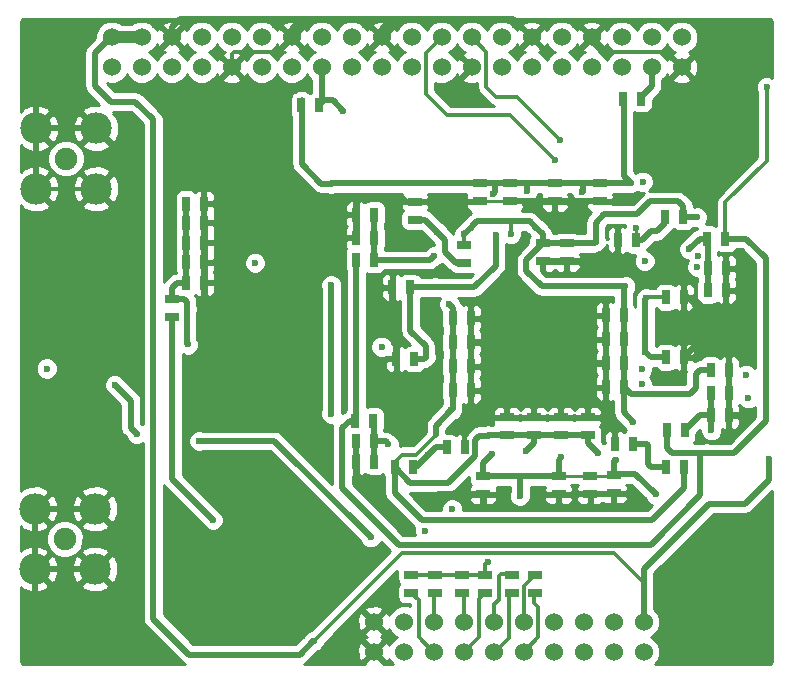
<source format=gbl>
G04 #@! TF.FileFunction,Copper,L4,Bot,Signal*
%FSLAX46Y46*%
G04 Gerber Fmt 4.6, Leading zero omitted, Abs format (unit mm)*
G04 Created by KiCad (PCBNEW 4.0.6) date 10/31/18 19:38:29*
%MOMM*%
%LPD*%
G01*
G04 APERTURE LIST*
%ADD10C,0.100000*%
%ADD11C,0.500000*%
%ADD12C,4.000000*%
%ADD13C,3.000000*%
%ADD14R,0.635000X1.143000*%
%ADD15R,1.143000X0.635000*%
%ADD16C,1.524000*%
%ADD17C,1.905000*%
%ADD18C,2.667000*%
%ADD19C,5.300000*%
%ADD20C,0.600000*%
%ADD21C,0.300000*%
%ADD22C,0.200000*%
%ADD23C,0.500000*%
%ADD24C,0.250000*%
%ADD25C,0.350000*%
%ADD26C,1.000000*%
%ADD27C,0.254000*%
G04 APERTURE END LIST*
D10*
D11*
X136120000Y-97560000D03*
X134620000Y-100560000D03*
X134620000Y-99060000D03*
X133120000Y-99060000D03*
X136120000Y-99060000D03*
X133120000Y-97560000D03*
X134620000Y-97560000D03*
D12*
X136720000Y-101160000D03*
D11*
X133120000Y-100560000D03*
D13*
X113633000Y-101695000D03*
D11*
X108633000Y-102695000D03*
X110133000Y-102695000D03*
X108633000Y-101195000D03*
X110133000Y-101195000D03*
X108633000Y-96695000D03*
X108633000Y-98195000D03*
X114633000Y-98195000D03*
X114633000Y-96695000D03*
X113133000Y-96695000D03*
X113133000Y-98195000D03*
X110133000Y-98195000D03*
X110133000Y-96695000D03*
X111633000Y-96695000D03*
X111633000Y-98195000D03*
X111633000Y-102695000D03*
X111633000Y-101195000D03*
X114633000Y-99695000D03*
X113133000Y-99695000D03*
X108633000Y-99695000D03*
X110133000Y-99695000D03*
X111633000Y-99695000D03*
D14*
X127254000Y-101092000D03*
X128778000Y-101092000D03*
D15*
X134874000Y-90678000D03*
X134874000Y-92202000D03*
X134112000Y-106934000D03*
X134112000Y-105410000D03*
D14*
X127254000Y-97028000D03*
X128778000Y-97028000D03*
D15*
X131826000Y-106934000D03*
X131826000Y-105410000D03*
D14*
X141732000Y-102870000D03*
X140208000Y-102870000D03*
X141224000Y-90424000D03*
X142748000Y-90424000D03*
X150372000Y-94660000D03*
X148848000Y-94660000D03*
X141732000Y-98806000D03*
X140208000Y-98806000D03*
X149078000Y-101380000D03*
X150602000Y-101380000D03*
X141732000Y-100838000D03*
X140208000Y-100838000D03*
X120602000Y-90220000D03*
X119078000Y-90220000D03*
X119058000Y-107430000D03*
X120582000Y-107430000D03*
X128270000Y-107950000D03*
X126746000Y-107950000D03*
X127254000Y-103124000D03*
X128778000Y-103124000D03*
D15*
X138684000Y-106934000D03*
X138684000Y-105410000D03*
D14*
X141732000Y-96774000D03*
X140208000Y-96774000D03*
X149108000Y-103360000D03*
X150632000Y-103360000D03*
X150632000Y-105250000D03*
X149108000Y-105250000D03*
X140970000Y-107696000D03*
X142494000Y-107696000D03*
X127254000Y-99060000D03*
X128778000Y-99060000D03*
D15*
X136906000Y-90678000D03*
X136906000Y-92202000D03*
X136398000Y-106934000D03*
X136398000Y-105410000D03*
D14*
X120622000Y-109160000D03*
X119098000Y-109160000D03*
X119098000Y-88250000D03*
X120622000Y-88250000D03*
D15*
X124040000Y-87138000D03*
X124040000Y-88662000D03*
D14*
X148848000Y-92790000D03*
X150372000Y-92790000D03*
D15*
X129830000Y-110388000D03*
X129830000Y-111912000D03*
X138880000Y-110338000D03*
X138880000Y-111862000D03*
X139700000Y-85598000D03*
X139700000Y-87122000D03*
X132080000Y-85598000D03*
X132080000Y-87122000D03*
D14*
X123672000Y-94400000D03*
X122148000Y-94400000D03*
X123992000Y-100470000D03*
X122468000Y-100470000D03*
X145288000Y-100330000D03*
X146812000Y-100330000D03*
X145288000Y-95250000D03*
X146812000Y-95250000D03*
D15*
X135890000Y-85598000D03*
X135890000Y-87122000D03*
X129540000Y-85598000D03*
X129540000Y-87122000D03*
X136210000Y-110378000D03*
X136210000Y-111902000D03*
X140890000Y-110308000D03*
X140890000Y-111832000D03*
D14*
X104668000Y-88950000D03*
X106192000Y-88950000D03*
X104678000Y-90610000D03*
X106202000Y-90610000D03*
X104678000Y-94020000D03*
X106202000Y-94020000D03*
X104658000Y-87330000D03*
X106182000Y-87330000D03*
X104668000Y-92260000D03*
X106192000Y-92260000D03*
D16*
X143430000Y-122730000D03*
X143430000Y-125270000D03*
X140890000Y-122730000D03*
X140890000Y-125270000D03*
X138350000Y-122730000D03*
X138350000Y-125270000D03*
X135810000Y-122730000D03*
X135810000Y-125270000D03*
X133270000Y-122730000D03*
X133270000Y-125270000D03*
X130730000Y-122730000D03*
X130730000Y-125270000D03*
X128190000Y-122730000D03*
X128190000Y-125270000D03*
X125650000Y-122730000D03*
X125650000Y-125270000D03*
X123110000Y-122730000D03*
X123110000Y-125270000D03*
X120570000Y-122730000D03*
X120570000Y-125270000D03*
D14*
X119068000Y-92090000D03*
X120592000Y-92090000D03*
X145388000Y-106510000D03*
X146912000Y-106510000D03*
X119008000Y-105700000D03*
X120532000Y-105700000D03*
X150342000Y-90290000D03*
X148818000Y-90290000D03*
D15*
X128240000Y-90818000D03*
X128240000Y-92342000D03*
D14*
X146862000Y-109650000D03*
X145338000Y-109650000D03*
X122338000Y-109650000D03*
X123862000Y-109650000D03*
X146762000Y-88450000D03*
X145238000Y-88450000D03*
D15*
X103510000Y-95408000D03*
X103510000Y-96932000D03*
D14*
X115952000Y-79000000D03*
X114428000Y-79000000D03*
X143222000Y-78440000D03*
X141698000Y-78440000D03*
D17*
X94500000Y-83500000D03*
D18*
X97049900Y-86049900D03*
X91950100Y-86049900D03*
X91950100Y-80950100D03*
X97049900Y-80950100D03*
D17*
X94400000Y-115700000D03*
D18*
X96949900Y-118249900D03*
X91850100Y-118249900D03*
X91850100Y-113150100D03*
X96949900Y-113150100D03*
D19*
X93500000Y-74500000D03*
X93500000Y-123500000D03*
X151500000Y-74500000D03*
X151500000Y-123500000D03*
D15*
X123750000Y-120262000D03*
X123750000Y-118738000D03*
X125750000Y-120262000D03*
X125750000Y-118738000D03*
X132250000Y-120262000D03*
X132250000Y-118738000D03*
X134250000Y-120262000D03*
X134250000Y-118738000D03*
D16*
X98370000Y-75770000D03*
X98370000Y-73230000D03*
X100910000Y-75770000D03*
X100910000Y-73230000D03*
X103450000Y-75770000D03*
X103450000Y-73230000D03*
X105990000Y-75770000D03*
X105990000Y-73230000D03*
X108530000Y-75770000D03*
X108530000Y-73230000D03*
X111070000Y-75770000D03*
X111070000Y-73230000D03*
X113610000Y-75770000D03*
X113610000Y-73230000D03*
X116150000Y-75770000D03*
X116150000Y-73230000D03*
X118690000Y-75770000D03*
X118690000Y-73230000D03*
X121230000Y-75770000D03*
X121230000Y-73230000D03*
X123770000Y-75770000D03*
X123770000Y-73230000D03*
X126310000Y-75770000D03*
X126310000Y-73230000D03*
X128850000Y-75770000D03*
X128850000Y-73230000D03*
X131390000Y-75770000D03*
X131390000Y-73230000D03*
X133930000Y-75770000D03*
X133930000Y-73230000D03*
X136470000Y-75770000D03*
X136470000Y-73230000D03*
X139010000Y-75770000D03*
X139010000Y-73230000D03*
X141550000Y-75770000D03*
X141550000Y-73230000D03*
X144090000Y-75770000D03*
X144090000Y-73230000D03*
X146630000Y-75770000D03*
X146630000Y-73230000D03*
D15*
X128000000Y-120262000D03*
X128000000Y-118738000D03*
X130000000Y-120262000D03*
X130000000Y-118738000D03*
D20*
X140462000Y-92202000D03*
X121390000Y-100650000D03*
X122230000Y-90380000D03*
X147750000Y-95840000D03*
X140920000Y-112890000D03*
X109320000Y-91060000D03*
X125470000Y-112460000D03*
X152340000Y-105310000D03*
X119080000Y-110650000D03*
X147860000Y-98790000D03*
X136210000Y-112810000D03*
X129850000Y-112880000D03*
X142748000Y-89408000D03*
X147270000Y-91170000D03*
X125660000Y-91760000D03*
X121810000Y-107670000D03*
X125170000Y-108590000D03*
X149150000Y-106500000D03*
X143780000Y-107810000D03*
X125940000Y-89720000D03*
X124900000Y-115025000D03*
X143490000Y-92180000D03*
X143330000Y-85460000D03*
X143250000Y-102570000D03*
X147920000Y-92660000D03*
X135880000Y-83580000D03*
X136320000Y-81920000D03*
X148000000Y-91790000D03*
X152090000Y-101810000D03*
X143280000Y-101340000D03*
X127200000Y-113175000D03*
X110500000Y-92325000D03*
X120290000Y-115570000D03*
X105790000Y-107410000D03*
X117990000Y-79460000D03*
X121220000Y-99430000D03*
X152270000Y-103800000D03*
X116970000Y-105090000D03*
X116960000Y-94220000D03*
X104820000Y-99240000D03*
X104750000Y-96240000D03*
X98650000Y-102660000D03*
X100480000Y-106790000D03*
X130225000Y-117625000D03*
X116920000Y-85620000D03*
X132930000Y-112050000D03*
X136400000Y-108800000D03*
X130580000Y-108550000D03*
X141050000Y-108980000D03*
X144430000Y-111940000D03*
X138210000Y-86340000D03*
X142330000Y-85570000D03*
X133550000Y-86280000D03*
X143560000Y-99840000D03*
X143620000Y-95320000D03*
X130910000Y-89980000D03*
X130670000Y-86470000D03*
X125770000Y-94390000D03*
X124960000Y-100300000D03*
X154000000Y-108910000D03*
X115480000Y-124360000D03*
X153825000Y-77450000D03*
X148710000Y-108430000D03*
X147940000Y-88470000D03*
X132150000Y-89900000D03*
X141860000Y-94310000D03*
X139590000Y-108450000D03*
X130250000Y-106950000D03*
X142550000Y-105810000D03*
X133450000Y-108270000D03*
X127140000Y-104810000D03*
X126950000Y-95820000D03*
X139360000Y-90550000D03*
X128230000Y-89900000D03*
X106950000Y-114110000D03*
X92875000Y-101275000D03*
D21*
X91950100Y-86049900D02*
X97049900Y-86049900D01*
D22*
X139010000Y-73230000D02*
X139010000Y-73710000D01*
D21*
X139010000Y-73710000D02*
X139800000Y-74500000D01*
X145360000Y-74500000D02*
X146630000Y-75770000D01*
X139800000Y-74500000D02*
X145360000Y-74500000D01*
X108530000Y-75770000D02*
X108530000Y-74670000D01*
X112390000Y-74450000D02*
X113610000Y-73230000D01*
X108750000Y-74450000D02*
X112390000Y-74450000D01*
X108530000Y-74670000D02*
X108750000Y-74450000D01*
D23*
X141224000Y-90424000D02*
X141224000Y-91440000D01*
D22*
X141224000Y-91440000D02*
X140462000Y-92202000D01*
D23*
X119078000Y-90220000D02*
X119078000Y-88270000D01*
D22*
X119078000Y-88270000D02*
X119098000Y-88250000D01*
D23*
X121390000Y-100650000D02*
X121570000Y-100470000D01*
X121570000Y-100470000D02*
X122468000Y-100470000D01*
X122230000Y-90380000D02*
X122120000Y-90270000D01*
X122120000Y-90270000D02*
X122120000Y-86700000D01*
X106202000Y-94020000D02*
X106202000Y-95872000D01*
X106202000Y-95872000D02*
X107025000Y-96695000D01*
X107025000Y-96695000D02*
X108633000Y-96695000D01*
X124040000Y-87138000D02*
X123318000Y-87138000D01*
X123318000Y-87138000D02*
X122880000Y-86700000D01*
X122880000Y-86700000D02*
X122120000Y-86700000D01*
X119098000Y-86882000D02*
X119098000Y-88250000D01*
X122120000Y-86700000D02*
X119280000Y-86700000D01*
X119280000Y-86700000D02*
X119098000Y-86882000D01*
X146812000Y-95250000D02*
X147160000Y-95250000D01*
X147160000Y-95250000D02*
X147750000Y-95840000D01*
X146812000Y-95250000D02*
X147170000Y-95250000D01*
X147170000Y-95250000D02*
X148070000Y-96150000D01*
X148070000Y-96150000D02*
X150240000Y-96150000D01*
X124040000Y-87138000D02*
X129524000Y-87138000D01*
D22*
X129524000Y-87138000D02*
X129540000Y-87122000D01*
D21*
X140890000Y-112860000D02*
X140890000Y-111832000D01*
D22*
X140920000Y-112890000D02*
X140890000Y-112860000D01*
D23*
X106540000Y-90660000D02*
X108920000Y-90660000D01*
X108920000Y-90660000D02*
X109320000Y-91060000D01*
X106192000Y-88950000D02*
X106192000Y-87340000D01*
D22*
X106192000Y-87340000D02*
X106182000Y-87330000D01*
D23*
X106202000Y-90610000D02*
X106202000Y-88960000D01*
D22*
X106202000Y-88960000D02*
X106192000Y-88950000D01*
D23*
X106192000Y-92260000D02*
X106192000Y-94010000D01*
D22*
X106192000Y-94010000D02*
X106202000Y-94020000D01*
D23*
X106202000Y-90610000D02*
X106202000Y-92250000D01*
D22*
X106202000Y-92250000D02*
X106192000Y-92260000D01*
D23*
X129830000Y-111912000D02*
X126018000Y-111912000D01*
X126018000Y-111912000D02*
X125470000Y-112460000D01*
X103450000Y-73230000D02*
X103450000Y-72390000D01*
X103450000Y-72390000D02*
X104160000Y-71680000D01*
X104160000Y-71680000D02*
X114450000Y-71680000D01*
X113610000Y-73230000D02*
X113610000Y-72520000D01*
X113610000Y-72520000D02*
X114450000Y-71680000D01*
X114450000Y-71680000D02*
X122110000Y-71680000D01*
X121230000Y-73230000D02*
X121230000Y-72560000D01*
X121230000Y-72560000D02*
X122110000Y-71680000D01*
X122110000Y-71680000D02*
X130800000Y-71680000D01*
X132380000Y-71680000D02*
X133930000Y-73230000D01*
X130800000Y-71680000D02*
X132380000Y-71680000D01*
X122468000Y-100470000D02*
X122468000Y-95898000D01*
X122148000Y-95578000D02*
X122148000Y-94400000D01*
X122468000Y-95898000D02*
X122148000Y-95578000D01*
X150632000Y-105250000D02*
X152280000Y-105250000D01*
D24*
X152280000Y-105250000D02*
X152340000Y-105310000D01*
D23*
X119098000Y-109160000D02*
X119098000Y-110632000D01*
D24*
X119098000Y-110632000D02*
X119080000Y-110650000D01*
D23*
X96949900Y-118249900D02*
X91850100Y-118249900D01*
X93500000Y-123500000D02*
X93500000Y-122420000D01*
X93500000Y-122420000D02*
X91850100Y-120770100D01*
X91850100Y-120770100D02*
X91850100Y-118249900D01*
X91850100Y-118249900D02*
X91850100Y-113150100D01*
X91850100Y-113150100D02*
X96949900Y-113150100D01*
X147860000Y-98790000D02*
X147880000Y-98810000D01*
X147880000Y-98810000D02*
X147880000Y-99262000D01*
X147880000Y-99262000D02*
X146812000Y-100330000D01*
X91950100Y-80950100D02*
X91950100Y-76049900D01*
X91950100Y-76049900D02*
X93500000Y-74500000D01*
D21*
X140890000Y-111832000D02*
X138910000Y-111832000D01*
D24*
X138910000Y-111832000D02*
X138880000Y-111862000D01*
D21*
X136210000Y-111902000D02*
X138840000Y-111902000D01*
D24*
X138840000Y-111902000D02*
X138880000Y-111862000D01*
D21*
X136210000Y-112810000D02*
X136210000Y-111902000D01*
D23*
X129830000Y-112860000D02*
X129830000Y-111912000D01*
D24*
X129850000Y-112880000D02*
X129830000Y-112860000D01*
D23*
X119058000Y-107430000D02*
X119058000Y-109120000D01*
D24*
X119058000Y-109120000D02*
X119098000Y-109160000D01*
D23*
X150602000Y-101380000D02*
X150602000Y-96362000D01*
X150602000Y-96362000D02*
X150372000Y-96132000D01*
X150372000Y-96132000D02*
X150372000Y-94660000D01*
X146812000Y-95250000D02*
X146812000Y-100330000D01*
X150372000Y-94660000D02*
X150372000Y-92790000D01*
X150632000Y-103360000D02*
X150632000Y-101410000D01*
D24*
X150632000Y-101410000D02*
X150602000Y-101380000D01*
D23*
X150632000Y-105250000D02*
X150632000Y-103360000D01*
D21*
X128270000Y-107950000D02*
X128270000Y-106960000D01*
X128778000Y-106452000D02*
X128778000Y-103124000D01*
X128270000Y-106960000D02*
X128778000Y-106452000D01*
X140970000Y-107696000D02*
X140970000Y-105890000D01*
X140490000Y-105410000D02*
X138684000Y-105410000D01*
X140970000Y-105890000D02*
X140490000Y-105410000D01*
D23*
X139700000Y-87122000D02*
X135890000Y-87122000D01*
X135890000Y-87122000D02*
X132080000Y-87122000D01*
D24*
X129540000Y-87122000D02*
X132080000Y-87122000D01*
D23*
X134874000Y-92202000D02*
X136906000Y-92202000D01*
X136906000Y-92202000D02*
X140462000Y-92202000D01*
X140462000Y-92202000D02*
X141224000Y-91440000D01*
D24*
X138684000Y-105410000D02*
X138684000Y-103124000D01*
X138684000Y-103124000D02*
X136720000Y-101160000D01*
D23*
X140208000Y-100838000D02*
X137042000Y-100838000D01*
D24*
X137042000Y-100838000D02*
X136720000Y-101160000D01*
D21*
X140208000Y-98806000D02*
X140208000Y-96774000D01*
D23*
X140208000Y-100838000D02*
X140208000Y-98806000D01*
X140208000Y-102870000D02*
X140208000Y-100838000D01*
D21*
X136398000Y-105410000D02*
X138684000Y-105410000D01*
X134112000Y-105410000D02*
X136398000Y-105410000D01*
X131826000Y-105410000D02*
X134112000Y-105410000D01*
D23*
X128778000Y-99060000D02*
X133120000Y-99060000D01*
D24*
X128778000Y-101092000D02*
X128778000Y-103124000D01*
D21*
X128778000Y-99060000D02*
X128778000Y-101092000D01*
D23*
X128778000Y-97028000D02*
X128778000Y-99060000D01*
X97049900Y-80950100D02*
X91950100Y-80950100D01*
X91950100Y-80950100D02*
X91950100Y-86049900D01*
D24*
X142748000Y-89408000D02*
X142748000Y-90424000D01*
D23*
X145238000Y-88450000D02*
X145238000Y-88950000D01*
X145238000Y-88950000D02*
X144526000Y-89662000D01*
X143256000Y-90424000D02*
X142748000Y-90424000D01*
X144018000Y-89662000D02*
X143256000Y-90424000D01*
X144526000Y-89662000D02*
X144018000Y-89662000D01*
X148848000Y-92790000D02*
X148848000Y-90320000D01*
D22*
X148848000Y-90320000D02*
X148818000Y-90290000D01*
D23*
X147270000Y-91170000D02*
X148150000Y-90290000D01*
X148150000Y-90290000D02*
X148818000Y-90290000D01*
X148848000Y-94660000D02*
X148848000Y-92790000D01*
X120592000Y-92090000D02*
X125330000Y-92090000D01*
X125330000Y-92090000D02*
X125660000Y-91760000D01*
X120602000Y-90220000D02*
X120602000Y-92080000D01*
D22*
X120602000Y-92080000D02*
X120592000Y-92090000D01*
X120580000Y-90242000D02*
X120602000Y-90220000D01*
X125660000Y-91760000D02*
X125588000Y-91688000D01*
D23*
X120602000Y-90220000D02*
X120602000Y-88270000D01*
D24*
X120602000Y-88270000D02*
X120622000Y-88250000D01*
X120602000Y-88270000D02*
X120622000Y-88250000D01*
D23*
X120582000Y-107430000D02*
X120582000Y-105750000D01*
D22*
X120582000Y-105750000D02*
X120532000Y-105700000D01*
D23*
X121810000Y-107670000D02*
X121570000Y-107430000D01*
X121570000Y-107430000D02*
X120582000Y-107430000D01*
X120622000Y-109160000D02*
X120622000Y-108230000D01*
X120622000Y-108230000D02*
X120622000Y-107470000D01*
D24*
X120622000Y-107470000D02*
X120582000Y-107430000D01*
X123862000Y-109650000D02*
X124110000Y-109650000D01*
D23*
X124110000Y-109650000D02*
X125170000Y-108590000D01*
X125810000Y-107950000D02*
X126746000Y-107950000D01*
X125170000Y-108590000D02*
X125810000Y-107950000D01*
X149150000Y-106500000D02*
X149108000Y-106458000D01*
X149108000Y-106458000D02*
X149108000Y-105250000D01*
X149108000Y-105250000D02*
X149108000Y-103360000D01*
D24*
X146912000Y-106510000D02*
X146920000Y-106510000D01*
D23*
X146920000Y-106510000D02*
X148180000Y-105250000D01*
X148180000Y-105250000D02*
X149108000Y-105250000D01*
X145338000Y-109650000D02*
X144040000Y-109650000D01*
X144040000Y-109650000D02*
X143780000Y-109390000D01*
X143780000Y-109390000D02*
X143780000Y-107810000D01*
X143666000Y-107696000D02*
X142494000Y-107696000D01*
X143780000Y-107810000D02*
X143666000Y-107696000D01*
X126590000Y-90370000D02*
X126590000Y-91370000D01*
X126590000Y-91370000D02*
X127562000Y-92342000D01*
X127562000Y-92342000D02*
X128240000Y-92342000D01*
X124040000Y-88662000D02*
X124882000Y-88662000D01*
X124882000Y-88662000D02*
X125940000Y-89720000D01*
X125940000Y-89720000D02*
X126590000Y-90370000D01*
D22*
X126590000Y-90370000D02*
X126612000Y-90392000D01*
D21*
X125000000Y-74540000D02*
X126310000Y-73230000D01*
X125000000Y-78040000D02*
X125000000Y-74540000D01*
X126760000Y-79800000D02*
X125000000Y-78040000D01*
X132100000Y-79800000D02*
X126760000Y-79800000D01*
X135880000Y-83580000D02*
X132100000Y-79800000D01*
X130100000Y-74480000D02*
X128850000Y-73230000D01*
X130100000Y-77460000D02*
X130100000Y-74480000D01*
X130900000Y-78260000D02*
X130100000Y-77460000D01*
X132660000Y-78260000D02*
X130900000Y-78260000D01*
X136320000Y-81920000D02*
X132660000Y-78260000D01*
D23*
X120290000Y-115570000D02*
X112130000Y-107410000D01*
X112130000Y-107410000D02*
X105790000Y-107410000D01*
X116150000Y-75770000D02*
X116150000Y-78802000D01*
D22*
X116150000Y-78802000D02*
X115952000Y-79000000D01*
D23*
X115992000Y-78540000D02*
X117070000Y-78540000D01*
X117070000Y-78540000D02*
X117990000Y-79460000D01*
X144090000Y-75770000D02*
X144090000Y-77372000D01*
X144090000Y-77372000D02*
X143232000Y-78230000D01*
X116960000Y-94220000D02*
X116960000Y-105080000D01*
X116960000Y-105080000D02*
X116970000Y-105090000D01*
D24*
X117000000Y-94260000D02*
X116960000Y-94220000D01*
X116970000Y-105090000D02*
X117000000Y-105060000D01*
D23*
X103510000Y-95408000D02*
X104498000Y-95408000D01*
X104498000Y-95408000D02*
X104750000Y-95660000D01*
X104750000Y-95660000D02*
X104750000Y-96240000D01*
X103510000Y-95408000D02*
X103510000Y-94440000D01*
X103510000Y-94440000D02*
X103930000Y-94020000D01*
X103930000Y-94020000D02*
X104678000Y-94020000D01*
X104668000Y-92260000D02*
X104668000Y-94010000D01*
D24*
X104668000Y-94010000D02*
X104678000Y-94020000D01*
D23*
X104678000Y-90610000D02*
X104678000Y-92250000D01*
D24*
X104678000Y-92250000D02*
X104668000Y-92260000D01*
D23*
X104668000Y-88950000D02*
X104668000Y-90600000D01*
D24*
X104668000Y-90600000D02*
X104678000Y-90610000D01*
D23*
X104658000Y-87330000D02*
X104658000Y-88940000D01*
D24*
X104658000Y-88940000D02*
X104668000Y-88950000D01*
D23*
X104750000Y-99170000D02*
X104750000Y-96240000D01*
X104820000Y-99240000D02*
X104750000Y-99170000D01*
X100000000Y-104010000D02*
X98650000Y-102660000D01*
X100000000Y-106310000D02*
X100000000Y-104010000D01*
X100480000Y-106790000D02*
X100000000Y-106310000D01*
D21*
X125650000Y-122730000D02*
X125650000Y-120362000D01*
D22*
X125650000Y-120362000D02*
X125750000Y-120262000D01*
X125760000Y-122620000D02*
X125650000Y-122730000D01*
X125650000Y-125270000D02*
X125595000Y-125270000D01*
D21*
X125595000Y-125270000D02*
X124375000Y-124050000D01*
X124375000Y-124050000D02*
X124375000Y-120887000D01*
X124375000Y-120887000D02*
X123750000Y-120262000D01*
X133270000Y-122730000D02*
X133270000Y-119718000D01*
X133270000Y-119718000D02*
X134250000Y-118738000D01*
D22*
X134120000Y-118648000D02*
X134120000Y-118910000D01*
X133090000Y-122550000D02*
X133270000Y-122730000D01*
D21*
X134120000Y-120172000D02*
X134120000Y-121110000D01*
X134510000Y-124030000D02*
X133270000Y-125270000D01*
X134510000Y-121500000D02*
X134510000Y-124030000D01*
X134120000Y-121110000D02*
X134510000Y-121500000D01*
X130730000Y-122730000D02*
X130730000Y-121245000D01*
X130730000Y-121245000D02*
X131125000Y-120850000D01*
X131125000Y-120850000D02*
X131125000Y-118850000D01*
X131125000Y-118850000D02*
X131327000Y-118648000D01*
X131327000Y-118648000D02*
X131522000Y-118648000D01*
X132070000Y-118648000D02*
X131522000Y-118648000D01*
D22*
X130730000Y-125270000D02*
X130855000Y-125270000D01*
D21*
X130855000Y-125270000D02*
X132000000Y-124125000D01*
X132000000Y-124125000D02*
X132000000Y-120512000D01*
D22*
X132000000Y-120512000D02*
X132250000Y-120262000D01*
X130730000Y-125270000D02*
X130730000Y-125240000D01*
X131990000Y-120252000D02*
X132070000Y-120172000D01*
D21*
X128190000Y-122730000D02*
X128190000Y-120452000D01*
D22*
X128190000Y-120452000D02*
X128000000Y-120262000D01*
X128190000Y-125270000D02*
X128190000Y-125260000D01*
D21*
X128190000Y-125260000D02*
X129450000Y-124000000D01*
X129450000Y-124000000D02*
X129450000Y-120812000D01*
X129450000Y-120812000D02*
X130000000Y-120262000D01*
X130000000Y-118738000D02*
X130000000Y-117850000D01*
D22*
X130000000Y-117850000D02*
X130225000Y-117625000D01*
D21*
X125750000Y-118738000D02*
X123750000Y-118738000D01*
X128000000Y-118738000D02*
X125750000Y-118738000D01*
X130000000Y-118738000D02*
X128000000Y-118738000D01*
D23*
X116120000Y-85620000D02*
X116920000Y-85620000D01*
X116920000Y-85620000D02*
X116942000Y-85598000D01*
X114468000Y-83968000D02*
X116120000Y-85620000D01*
X132970000Y-112010000D02*
X132970000Y-110388000D01*
D22*
X132930000Y-112050000D02*
X132970000Y-112010000D01*
D23*
X129830000Y-110388000D02*
X132970000Y-110388000D01*
X132970000Y-110388000D02*
X136200000Y-110388000D01*
D24*
X136200000Y-110388000D02*
X136210000Y-110378000D01*
X136210000Y-110378000D02*
X138840000Y-110378000D01*
D23*
X136210000Y-110378000D02*
X136210000Y-108990000D01*
X136210000Y-108990000D02*
X136400000Y-108800000D01*
X129830000Y-110388000D02*
X129830000Y-109300000D01*
X129830000Y-109300000D02*
X130580000Y-108550000D01*
X142720000Y-110230000D02*
X140968000Y-110230000D01*
D24*
X140968000Y-110230000D02*
X140890000Y-110308000D01*
D23*
X140890000Y-109140000D02*
X140890000Y-110308000D01*
X141050000Y-108980000D02*
X140890000Y-109140000D01*
D24*
X138880000Y-110338000D02*
X140860000Y-110338000D01*
X140860000Y-110338000D02*
X140890000Y-110308000D01*
X138840000Y-110378000D02*
X138880000Y-110338000D01*
D23*
X144430000Y-111940000D02*
X142720000Y-110230000D01*
X138240000Y-86310000D02*
X138240000Y-85598000D01*
D24*
X138210000Y-86340000D02*
X138240000Y-86310000D01*
D23*
X142312000Y-85588000D02*
X139700000Y-85598000D01*
X135890000Y-85598000D02*
X138240000Y-85598000D01*
X138240000Y-85598000D02*
X139700000Y-85598000D01*
X133560000Y-85598000D02*
X135890000Y-85598000D01*
X133560000Y-86270000D02*
X133560000Y-85598000D01*
X141708000Y-84948000D02*
X142330000Y-85570000D01*
X142330000Y-85570000D02*
X142312000Y-85588000D01*
X133550000Y-86280000D02*
X133560000Y-86270000D01*
X143560000Y-99840000D02*
X143560000Y-95380000D01*
X143560000Y-95380000D02*
X143620000Y-95320000D01*
X144050000Y-100330000D02*
X143560000Y-99840000D01*
D24*
X143690000Y-95250000D02*
X143620000Y-95320000D01*
D23*
X116942000Y-85598000D02*
X129540000Y-85598000D01*
X130910000Y-89980000D02*
X130900000Y-89990000D01*
X130900000Y-89990000D02*
X130900000Y-92570000D01*
X130900000Y-92570000D02*
X129080000Y-94390000D01*
X129080000Y-94390000D02*
X125770000Y-94390000D01*
X130670000Y-86470000D02*
X130820000Y-86320000D01*
X130820000Y-86320000D02*
X130820000Y-85598000D01*
X125760000Y-94400000D02*
X125770000Y-94390000D01*
X129540000Y-85598000D02*
X130820000Y-85598000D01*
X130820000Y-85598000D02*
X132080000Y-85598000D01*
X132080000Y-85598000D02*
X133560000Y-85598000D01*
X123672000Y-98082000D02*
X123672000Y-94400000D01*
X123672000Y-94400000D02*
X125760000Y-94400000D01*
X124960000Y-99370000D02*
X123672000Y-98082000D01*
X124960000Y-100300000D02*
X124960000Y-99370000D01*
X124790000Y-100470000D02*
X124960000Y-100300000D01*
X123992000Y-100470000D02*
X124790000Y-100470000D01*
X145288000Y-100330000D02*
X144050000Y-100330000D01*
D25*
X145288000Y-95250000D02*
X143690000Y-95250000D01*
D23*
X114468000Y-78540000D02*
X114468000Y-83968000D01*
X141708000Y-78230000D02*
X141708000Y-84948000D01*
D26*
X98370000Y-73230000D02*
X100910000Y-73230000D01*
D23*
X98370000Y-73230000D02*
X98295000Y-73230000D01*
X98295000Y-73230000D02*
X96950000Y-74575000D01*
X115440000Y-124360000D02*
X115480000Y-124360000D01*
X114300000Y-125500000D02*
X115440000Y-124360000D01*
X104930000Y-125500000D02*
X114300000Y-125500000D01*
X101880000Y-122450000D02*
X104930000Y-125500000D01*
X101880000Y-81850000D02*
X101880000Y-122450000D01*
X101880000Y-80180000D02*
X101880000Y-81850000D01*
X100375000Y-78675000D02*
X101880000Y-80180000D01*
X98275000Y-78675000D02*
X100375000Y-78675000D01*
X96950000Y-77350000D02*
X98275000Y-78675000D01*
X96950000Y-74575000D02*
X96950000Y-77350000D01*
D22*
X143430000Y-122730000D02*
X143430000Y-119455000D01*
D25*
X143430000Y-119455000D02*
X140875000Y-116900000D01*
X140875000Y-116900000D02*
X122940000Y-116900000D01*
X122940000Y-116900000D02*
X115480000Y-124360000D01*
D23*
X154000000Y-110680000D02*
X154000000Y-108910000D01*
X151970000Y-112710000D02*
X154000000Y-110680000D01*
X148970000Y-112710000D02*
X151970000Y-112710000D01*
X143430000Y-118250000D02*
X148970000Y-112710000D01*
X143430000Y-122730000D02*
X143430000Y-121070000D01*
X143430000Y-122730000D02*
X143430000Y-118250000D01*
D25*
X150342000Y-90290000D02*
X150342000Y-87208000D01*
X150342000Y-87208000D02*
X153825000Y-83725000D01*
X153825000Y-83725000D02*
X153825000Y-77450000D01*
D23*
X151080000Y-108430000D02*
X148710000Y-108430000D01*
X153760000Y-105750000D02*
X151080000Y-108430000D01*
X148220000Y-112010000D02*
X148220000Y-108430000D01*
X144000000Y-116230000D02*
X148220000Y-112010000D01*
X122680000Y-116230000D02*
X144000000Y-116230000D01*
X145800000Y-108430000D02*
X148220000Y-108430000D01*
X148220000Y-108430000D02*
X148710000Y-108430000D01*
X153760000Y-92800000D02*
X153760000Y-105750000D01*
X118815000Y-112365000D02*
X122680000Y-116230000D01*
X145388000Y-108018000D02*
X145800000Y-108430000D01*
X153760000Y-91940000D02*
X153760000Y-92800000D01*
X117880000Y-111430000D02*
X118815000Y-112365000D01*
X152110000Y-90290000D02*
X153760000Y-91940000D01*
X117880000Y-106330000D02*
X117880000Y-111430000D01*
X118510000Y-105700000D02*
X117880000Y-106330000D01*
X150342000Y-90290000D02*
X152110000Y-90290000D01*
X119008000Y-105700000D02*
X118510000Y-105700000D01*
X119068000Y-92090000D02*
X119068000Y-105640000D01*
D22*
X119068000Y-105640000D02*
X119008000Y-105700000D01*
D23*
X145388000Y-106510000D02*
X145388000Y-108018000D01*
X147940000Y-88470000D02*
X147920000Y-88450000D01*
D25*
X132150000Y-89900000D02*
X132150000Y-88800000D01*
D24*
X132150000Y-88800000D02*
X132150000Y-88850000D01*
X132150000Y-88850000D02*
X132150000Y-88800000D01*
D23*
X133760000Y-88800000D02*
X134230000Y-89270000D01*
X129300000Y-88800000D02*
X132150000Y-88800000D01*
X132150000Y-88800000D02*
X133760000Y-88800000D01*
X134230000Y-89270000D02*
X134874000Y-89914000D01*
X134874000Y-90678000D02*
X134874000Y-89914000D01*
X134220000Y-89260000D02*
X134230000Y-89270000D01*
X141860000Y-94310000D02*
X134770000Y-94310000D01*
X133460000Y-92092000D02*
X134874000Y-90678000D01*
X133460000Y-93000000D02*
X133460000Y-92092000D01*
X134770000Y-94310000D02*
X133460000Y-93000000D01*
X130250000Y-106950000D02*
X129510000Y-106950000D01*
X129510000Y-106950000D02*
X129150000Y-107310000D01*
X129150000Y-107310000D02*
X129150000Y-108650000D01*
X129150000Y-108650000D02*
X126870000Y-110930000D01*
X126870000Y-110930000D02*
X123618000Y-110930000D01*
X125830000Y-106120000D02*
X127140000Y-104810000D01*
X149078000Y-101380000D02*
X148220000Y-101380000D01*
X148220000Y-101380000D02*
X147840000Y-101760000D01*
X147840000Y-101760000D02*
X147840000Y-102930000D01*
X147840000Y-102930000D02*
X147300000Y-103470000D01*
X147300000Y-103470000D02*
X142332000Y-103470000D01*
X142332000Y-103470000D02*
X141732000Y-102870000D01*
X139360000Y-90550000D02*
X139360000Y-88920000D01*
X139360000Y-88920000D02*
X140070000Y-88210000D01*
X141732000Y-94438000D02*
X141732000Y-96774000D01*
X141860000Y-94310000D02*
X141732000Y-94438000D01*
X138684000Y-106934000D02*
X138684000Y-107564000D01*
X138684000Y-107564000D02*
X139570000Y-108450000D01*
X139570000Y-108450000D02*
X139590000Y-108450000D01*
X130266000Y-106934000D02*
X131826000Y-106934000D01*
D24*
X130250000Y-106950000D02*
X130266000Y-106934000D01*
D23*
X141732000Y-102870000D02*
X141732000Y-104992000D01*
X141732000Y-104992000D02*
X142550000Y-105810000D01*
X141732000Y-100838000D02*
X141732000Y-102870000D01*
X141732000Y-98806000D02*
X141732000Y-100838000D01*
X141732000Y-96774000D02*
X141732000Y-98806000D01*
X136398000Y-106934000D02*
X138684000Y-106934000D01*
X134112000Y-106934000D02*
X136398000Y-106934000D01*
X131826000Y-106934000D02*
X134112000Y-106934000D01*
X134112000Y-106934000D02*
X134112000Y-107608000D01*
X134112000Y-107608000D02*
X133450000Y-108270000D01*
X127254000Y-103124000D02*
X127254000Y-104696000D01*
D24*
X127254000Y-104696000D02*
X127140000Y-104810000D01*
D23*
X127254000Y-101092000D02*
X127254000Y-103124000D01*
X127254000Y-99060000D02*
X127254000Y-101092000D01*
X127254000Y-97028000D02*
X127254000Y-96124000D01*
X127254000Y-96124000D02*
X126950000Y-95820000D01*
X127254000Y-99060000D02*
X127254000Y-97028000D01*
X136906000Y-90678000D02*
X139232000Y-90678000D01*
X139232000Y-90678000D02*
X139360000Y-90550000D01*
X134874000Y-90678000D02*
X136906000Y-90678000D01*
X128870000Y-89230000D02*
X129300000Y-88800000D01*
X125830000Y-106910000D02*
X125830000Y-106120000D01*
D21*
X124180000Y-108560000D02*
X125830000Y-106910000D01*
D23*
X140070000Y-88210000D02*
X142840000Y-88210000D01*
X128870000Y-89260000D02*
X128870000Y-89230000D01*
X128230000Y-89900000D02*
X128870000Y-89260000D01*
D25*
X128230000Y-90370000D02*
X128230000Y-89900000D01*
D21*
X122960000Y-108560000D02*
X124180000Y-108560000D01*
D23*
X142840000Y-88210000D02*
X143950000Y-87100000D01*
D22*
X128240000Y-90380000D02*
X128230000Y-90370000D01*
D23*
X143950000Y-87100000D02*
X146350000Y-87100000D01*
X146350000Y-87100000D02*
X146762000Y-87512000D01*
D25*
X128240000Y-90818000D02*
X128240000Y-90380000D01*
D23*
X123618000Y-110930000D02*
X122338000Y-109650000D01*
D24*
X122338000Y-109650000D02*
X122338000Y-109182000D01*
D21*
X122338000Y-109182000D02*
X122960000Y-108560000D01*
D23*
X146862000Y-109650000D02*
X146862000Y-111358000D01*
X146862000Y-111358000D02*
X144090000Y-114130000D01*
X144090000Y-114130000D02*
X124660000Y-114130000D01*
X124660000Y-114130000D02*
X122338000Y-111808000D01*
X122338000Y-111808000D02*
X122338000Y-109650000D01*
X146762000Y-87512000D02*
X146762000Y-88450000D01*
X147920000Y-88450000D02*
X146762000Y-88450000D01*
X103510000Y-110670000D02*
X106950000Y-114110000D01*
X103510000Y-96932000D02*
X103510000Y-110670000D01*
D27*
G36*
X122531060Y-119055500D02*
X122575338Y-119290817D01*
X122711753Y-119502811D01*
X122582069Y-119692610D01*
X122531060Y-119944500D01*
X122531060Y-120579500D01*
X122575338Y-120814817D01*
X122714410Y-121030941D01*
X122926610Y-121175931D01*
X123178500Y-121226940D01*
X123590000Y-121226940D01*
X123590000Y-121416664D01*
X123389100Y-121333243D01*
X122833339Y-121332758D01*
X122319697Y-121544990D01*
X121926371Y-121937630D01*
X121846605Y-122129727D01*
X121792397Y-121998857D01*
X121550213Y-121929392D01*
X120749605Y-122730000D01*
X121550213Y-123530608D01*
X121792397Y-123461143D01*
X121842509Y-123320682D01*
X121924990Y-123520303D01*
X122317630Y-123913629D01*
X122525512Y-123999949D01*
X122319697Y-124084990D01*
X121926371Y-124477630D01*
X121846605Y-124669727D01*
X121792397Y-124538857D01*
X121550213Y-124469392D01*
X120749605Y-125270000D01*
X121550213Y-126070608D01*
X121792397Y-126001143D01*
X121842509Y-125860682D01*
X121924990Y-126060303D01*
X122179243Y-126315000D01*
X121352025Y-126315000D01*
X121370608Y-126250213D01*
X120570000Y-125449605D01*
X119769392Y-126250213D01*
X119787975Y-126315000D01*
X114642616Y-126315000D01*
X114925790Y-126125790D01*
X114925791Y-126125789D01*
X115820669Y-125230910D01*
X116008943Y-125153117D01*
X116099916Y-125062302D01*
X119160856Y-125062302D01*
X119188638Y-125617368D01*
X119347603Y-126001143D01*
X119589787Y-126070608D01*
X120390395Y-125270000D01*
X119589787Y-124469392D01*
X119347603Y-124538857D01*
X119160856Y-125062302D01*
X116099916Y-125062302D01*
X116272192Y-124890327D01*
X116397884Y-124587628D01*
X117275299Y-123710213D01*
X119769392Y-123710213D01*
X119838857Y-123952397D01*
X119962344Y-123996453D01*
X119838857Y-124047603D01*
X119769392Y-124289787D01*
X120570000Y-125090395D01*
X121370608Y-124289787D01*
X121301143Y-124047603D01*
X121177656Y-124003547D01*
X121301143Y-123952397D01*
X121370608Y-123710213D01*
X120570000Y-122909605D01*
X119769392Y-123710213D01*
X117275299Y-123710213D01*
X118463210Y-122522302D01*
X119160856Y-122522302D01*
X119188638Y-123077368D01*
X119347603Y-123461143D01*
X119589787Y-123530608D01*
X120390395Y-122730000D01*
X119589787Y-121929392D01*
X119347603Y-121998857D01*
X119160856Y-122522302D01*
X118463210Y-122522302D01*
X119235725Y-121749787D01*
X119769392Y-121749787D01*
X120570000Y-122550395D01*
X121370608Y-121749787D01*
X121301143Y-121507603D01*
X120777698Y-121320856D01*
X120222632Y-121348638D01*
X119838857Y-121507603D01*
X119769392Y-121749787D01*
X119235725Y-121749787D01*
X122531060Y-118454453D01*
X122531060Y-119055500D01*
X122531060Y-119055500D01*
G37*
X122531060Y-119055500D02*
X122575338Y-119290817D01*
X122711753Y-119502811D01*
X122582069Y-119692610D01*
X122531060Y-119944500D01*
X122531060Y-120579500D01*
X122575338Y-120814817D01*
X122714410Y-121030941D01*
X122926610Y-121175931D01*
X123178500Y-121226940D01*
X123590000Y-121226940D01*
X123590000Y-121416664D01*
X123389100Y-121333243D01*
X122833339Y-121332758D01*
X122319697Y-121544990D01*
X121926371Y-121937630D01*
X121846605Y-122129727D01*
X121792397Y-121998857D01*
X121550213Y-121929392D01*
X120749605Y-122730000D01*
X121550213Y-123530608D01*
X121792397Y-123461143D01*
X121842509Y-123320682D01*
X121924990Y-123520303D01*
X122317630Y-123913629D01*
X122525512Y-123999949D01*
X122319697Y-124084990D01*
X121926371Y-124477630D01*
X121846605Y-124669727D01*
X121792397Y-124538857D01*
X121550213Y-124469392D01*
X120749605Y-125270000D01*
X121550213Y-126070608D01*
X121792397Y-126001143D01*
X121842509Y-125860682D01*
X121924990Y-126060303D01*
X122179243Y-126315000D01*
X121352025Y-126315000D01*
X121370608Y-126250213D01*
X120570000Y-125449605D01*
X119769392Y-126250213D01*
X119787975Y-126315000D01*
X114642616Y-126315000D01*
X114925790Y-126125790D01*
X114925791Y-126125789D01*
X115820669Y-125230910D01*
X116008943Y-125153117D01*
X116099916Y-125062302D01*
X119160856Y-125062302D01*
X119188638Y-125617368D01*
X119347603Y-126001143D01*
X119589787Y-126070608D01*
X120390395Y-125270000D01*
X119589787Y-124469392D01*
X119347603Y-124538857D01*
X119160856Y-125062302D01*
X116099916Y-125062302D01*
X116272192Y-124890327D01*
X116397884Y-124587628D01*
X117275299Y-123710213D01*
X119769392Y-123710213D01*
X119838857Y-123952397D01*
X119962344Y-123996453D01*
X119838857Y-124047603D01*
X119769392Y-124289787D01*
X120570000Y-125090395D01*
X121370608Y-124289787D01*
X121301143Y-124047603D01*
X121177656Y-124003547D01*
X121301143Y-123952397D01*
X121370608Y-123710213D01*
X120570000Y-122909605D01*
X119769392Y-123710213D01*
X117275299Y-123710213D01*
X118463210Y-122522302D01*
X119160856Y-122522302D01*
X119188638Y-123077368D01*
X119347603Y-123461143D01*
X119589787Y-123530608D01*
X120390395Y-122730000D01*
X119589787Y-121929392D01*
X119347603Y-121998857D01*
X119160856Y-122522302D01*
X118463210Y-122522302D01*
X119235725Y-121749787D01*
X119769392Y-121749787D01*
X120570000Y-122550395D01*
X121370608Y-121749787D01*
X121301143Y-121507603D01*
X120777698Y-121320856D01*
X120222632Y-121348638D01*
X119838857Y-121507603D01*
X119769392Y-121749787D01*
X119235725Y-121749787D01*
X122531060Y-118454453D01*
X122531060Y-119055500D01*
G36*
X154115409Y-71721376D02*
X154213250Y-71786751D01*
X154278624Y-71884590D01*
X154315000Y-72067466D01*
X154315000Y-76641063D01*
X154011799Y-76515162D01*
X153639833Y-76514838D01*
X153296057Y-76656883D01*
X153032808Y-76919673D01*
X152890162Y-77263201D01*
X152889838Y-77635167D01*
X153015000Y-77938083D01*
X153015000Y-83389487D01*
X149769244Y-86635244D01*
X149593658Y-86898026D01*
X149532000Y-87208000D01*
X149532000Y-89220877D01*
X149387390Y-89122069D01*
X149135500Y-89071060D01*
X148661335Y-89071060D01*
X148732192Y-89000327D01*
X148874838Y-88656799D01*
X148875162Y-88284833D01*
X148733117Y-87941057D01*
X148470327Y-87677808D01*
X148126799Y-87535162D01*
X147754833Y-87534838D01*
X147681835Y-87565000D01*
X147647000Y-87565000D01*
X147647000Y-87512005D01*
X147647001Y-87512000D01*
X147586530Y-87208000D01*
X147579633Y-87173325D01*
X147387790Y-86886210D01*
X147387787Y-86886208D01*
X146975790Y-86474210D01*
X146954011Y-86459658D01*
X146688675Y-86282367D01*
X146607263Y-86266173D01*
X146350000Y-86214999D01*
X146349995Y-86215000D01*
X143950005Y-86215000D01*
X143950000Y-86214999D01*
X143883970Y-86228133D01*
X144122192Y-85990327D01*
X144264838Y-85646799D01*
X144265162Y-85274833D01*
X144123117Y-84931057D01*
X143860327Y-84667808D01*
X143516799Y-84525162D01*
X143144833Y-84524838D01*
X142801057Y-84666883D01*
X142739993Y-84727841D01*
X142739013Y-84727434D01*
X142593000Y-84581420D01*
X142593000Y-79567201D01*
X142652610Y-79607931D01*
X142904500Y-79658940D01*
X143539500Y-79658940D01*
X143774817Y-79614662D01*
X143990941Y-79475590D01*
X144135931Y-79263390D01*
X144186940Y-79011500D01*
X144186940Y-78526640D01*
X144715787Y-77997792D01*
X144715790Y-77997790D01*
X144907633Y-77710675D01*
X144926344Y-77616610D01*
X144975001Y-77372000D01*
X144975000Y-77371995D01*
X144975000Y-76860478D01*
X145085457Y-76750213D01*
X145829392Y-76750213D01*
X145898857Y-76992397D01*
X146422302Y-77179144D01*
X146977368Y-77151362D01*
X147361143Y-76992397D01*
X147430608Y-76750213D01*
X146630000Y-75949605D01*
X145829392Y-76750213D01*
X145085457Y-76750213D01*
X145273629Y-76562370D01*
X145353395Y-76370273D01*
X145407603Y-76501143D01*
X145649787Y-76570608D01*
X146450395Y-75770000D01*
X146809605Y-75770000D01*
X147610213Y-76570608D01*
X147852397Y-76501143D01*
X148039144Y-75977698D01*
X148011362Y-75422632D01*
X147852397Y-75038857D01*
X147610213Y-74969392D01*
X146809605Y-75770000D01*
X146450395Y-75770000D01*
X145649787Y-74969392D01*
X145407603Y-75038857D01*
X145357491Y-75179318D01*
X145275010Y-74979697D01*
X144882370Y-74586371D01*
X144674488Y-74500051D01*
X144880303Y-74415010D01*
X145273629Y-74022370D01*
X145359949Y-73814488D01*
X145444990Y-74020303D01*
X145837630Y-74413629D01*
X146029727Y-74493395D01*
X145898857Y-74547603D01*
X145829392Y-74789787D01*
X146630000Y-75590395D01*
X147430608Y-74789787D01*
X147361143Y-74547603D01*
X147220682Y-74497491D01*
X147420303Y-74415010D01*
X147813629Y-74022370D01*
X148026757Y-73509100D01*
X148027242Y-72953339D01*
X147815010Y-72439697D01*
X147422370Y-72046371D01*
X146909100Y-71833243D01*
X146353339Y-71832758D01*
X145839697Y-72044990D01*
X145446371Y-72437630D01*
X145360051Y-72645512D01*
X145275010Y-72439697D01*
X144882370Y-72046371D01*
X144369100Y-71833243D01*
X143813339Y-71832758D01*
X143299697Y-72044990D01*
X142906371Y-72437630D01*
X142820051Y-72645512D01*
X142735010Y-72439697D01*
X142342370Y-72046371D01*
X141829100Y-71833243D01*
X141273339Y-71832758D01*
X140759697Y-72044990D01*
X140366371Y-72437630D01*
X140286605Y-72629727D01*
X140232397Y-72498857D01*
X139990213Y-72429392D01*
X139189605Y-73230000D01*
X139990213Y-74030608D01*
X140232397Y-73961143D01*
X140282509Y-73820682D01*
X140364990Y-74020303D01*
X140757630Y-74413629D01*
X140965512Y-74499949D01*
X140759697Y-74584990D01*
X140366371Y-74977630D01*
X140280051Y-75185512D01*
X140195010Y-74979697D01*
X139802370Y-74586371D01*
X139610273Y-74506605D01*
X139741143Y-74452397D01*
X139810608Y-74210213D01*
X139010000Y-73409605D01*
X138209392Y-74210213D01*
X138278857Y-74452397D01*
X138419318Y-74502509D01*
X138219697Y-74584990D01*
X137826371Y-74977630D01*
X137740051Y-75185512D01*
X137655010Y-74979697D01*
X137262370Y-74586371D01*
X137054488Y-74500051D01*
X137260303Y-74415010D01*
X137653629Y-74022370D01*
X137733395Y-73830273D01*
X137787603Y-73961143D01*
X138029787Y-74030608D01*
X138830395Y-73230000D01*
X138029787Y-72429392D01*
X137787603Y-72498857D01*
X137737491Y-72639318D01*
X137655010Y-72439697D01*
X137465432Y-72249787D01*
X138209392Y-72249787D01*
X139010000Y-73050395D01*
X139810608Y-72249787D01*
X139741143Y-72007603D01*
X139217698Y-71820856D01*
X138662632Y-71848638D01*
X138278857Y-72007603D01*
X138209392Y-72249787D01*
X137465432Y-72249787D01*
X137262370Y-72046371D01*
X136749100Y-71833243D01*
X136193339Y-71832758D01*
X135679697Y-72044990D01*
X135286371Y-72437630D01*
X135206605Y-72629727D01*
X135152397Y-72498857D01*
X134910213Y-72429392D01*
X134109605Y-73230000D01*
X134910213Y-74030608D01*
X135152397Y-73961143D01*
X135202509Y-73820682D01*
X135284990Y-74020303D01*
X135677630Y-74413629D01*
X135885512Y-74499949D01*
X135679697Y-74584990D01*
X135286371Y-74977630D01*
X135200051Y-75185512D01*
X135115010Y-74979697D01*
X134722370Y-74586371D01*
X134530273Y-74506605D01*
X134661143Y-74452397D01*
X134730608Y-74210213D01*
X133930000Y-73409605D01*
X133129392Y-74210213D01*
X133198857Y-74452397D01*
X133339318Y-74502509D01*
X133139697Y-74584990D01*
X132746371Y-74977630D01*
X132660051Y-75185512D01*
X132575010Y-74979697D01*
X132182370Y-74586371D01*
X131974488Y-74500051D01*
X132180303Y-74415010D01*
X132573629Y-74022370D01*
X132653395Y-73830273D01*
X132707603Y-73961143D01*
X132949787Y-74030608D01*
X133750395Y-73230000D01*
X132949787Y-72429392D01*
X132707603Y-72498857D01*
X132657491Y-72639318D01*
X132575010Y-72439697D01*
X132385432Y-72249787D01*
X133129392Y-72249787D01*
X133930000Y-73050395D01*
X134730608Y-72249787D01*
X134661143Y-72007603D01*
X134137698Y-71820856D01*
X133582632Y-71848638D01*
X133198857Y-72007603D01*
X133129392Y-72249787D01*
X132385432Y-72249787D01*
X132182370Y-72046371D01*
X131669100Y-71833243D01*
X131113339Y-71832758D01*
X130599697Y-72044990D01*
X130206371Y-72437630D01*
X130120051Y-72645512D01*
X130035010Y-72439697D01*
X129642370Y-72046371D01*
X129129100Y-71833243D01*
X128573339Y-71832758D01*
X128059697Y-72044990D01*
X127666371Y-72437630D01*
X127580051Y-72645512D01*
X127495010Y-72439697D01*
X127102370Y-72046371D01*
X126589100Y-71833243D01*
X126033339Y-71832758D01*
X125519697Y-72044990D01*
X125126371Y-72437630D01*
X125040051Y-72645512D01*
X124955010Y-72439697D01*
X124562370Y-72046371D01*
X124049100Y-71833243D01*
X123493339Y-71832758D01*
X122979697Y-72044990D01*
X122586371Y-72437630D01*
X122506605Y-72629727D01*
X122452397Y-72498857D01*
X122210213Y-72429392D01*
X121409605Y-73230000D01*
X122210213Y-74030608D01*
X122452397Y-73961143D01*
X122502509Y-73820682D01*
X122584990Y-74020303D01*
X122977630Y-74413629D01*
X123185512Y-74499949D01*
X122979697Y-74584990D01*
X122586371Y-74977630D01*
X122500051Y-75185512D01*
X122415010Y-74979697D01*
X122022370Y-74586371D01*
X121830273Y-74506605D01*
X121961143Y-74452397D01*
X122030608Y-74210213D01*
X121230000Y-73409605D01*
X120429392Y-74210213D01*
X120498857Y-74452397D01*
X120639318Y-74502509D01*
X120439697Y-74584990D01*
X120046371Y-74977630D01*
X119960051Y-75185512D01*
X119875010Y-74979697D01*
X119482370Y-74586371D01*
X119274488Y-74500051D01*
X119480303Y-74415010D01*
X119873629Y-74022370D01*
X119953395Y-73830273D01*
X120007603Y-73961143D01*
X120249787Y-74030608D01*
X121050395Y-73230000D01*
X120249787Y-72429392D01*
X120007603Y-72498857D01*
X119957491Y-72639318D01*
X119875010Y-72439697D01*
X119685432Y-72249787D01*
X120429392Y-72249787D01*
X121230000Y-73050395D01*
X122030608Y-72249787D01*
X121961143Y-72007603D01*
X121437698Y-71820856D01*
X120882632Y-71848638D01*
X120498857Y-72007603D01*
X120429392Y-72249787D01*
X119685432Y-72249787D01*
X119482370Y-72046371D01*
X118969100Y-71833243D01*
X118413339Y-71832758D01*
X117899697Y-72044990D01*
X117506371Y-72437630D01*
X117420051Y-72645512D01*
X117335010Y-72439697D01*
X116942370Y-72046371D01*
X116429100Y-71833243D01*
X115873339Y-71832758D01*
X115359697Y-72044990D01*
X114966371Y-72437630D01*
X114886605Y-72629727D01*
X114832397Y-72498857D01*
X114590213Y-72429392D01*
X113789605Y-73230000D01*
X114590213Y-74030608D01*
X114832397Y-73961143D01*
X114882509Y-73820682D01*
X114964990Y-74020303D01*
X115357630Y-74413629D01*
X115565512Y-74499949D01*
X115359697Y-74584990D01*
X114966371Y-74977630D01*
X114880051Y-75185512D01*
X114795010Y-74979697D01*
X114402370Y-74586371D01*
X114210273Y-74506605D01*
X114341143Y-74452397D01*
X114410608Y-74210213D01*
X113610000Y-73409605D01*
X112809392Y-74210213D01*
X112878857Y-74452397D01*
X113019318Y-74502509D01*
X112819697Y-74584990D01*
X112426371Y-74977630D01*
X112340051Y-75185512D01*
X112255010Y-74979697D01*
X111862370Y-74586371D01*
X111654488Y-74500051D01*
X111860303Y-74415010D01*
X112253629Y-74022370D01*
X112333395Y-73830273D01*
X112387603Y-73961143D01*
X112629787Y-74030608D01*
X113430395Y-73230000D01*
X112629787Y-72429392D01*
X112387603Y-72498857D01*
X112337491Y-72639318D01*
X112255010Y-72439697D01*
X112065432Y-72249787D01*
X112809392Y-72249787D01*
X113610000Y-73050395D01*
X114410608Y-72249787D01*
X114341143Y-72007603D01*
X113817698Y-71820856D01*
X113262632Y-71848638D01*
X112878857Y-72007603D01*
X112809392Y-72249787D01*
X112065432Y-72249787D01*
X111862370Y-72046371D01*
X111349100Y-71833243D01*
X110793339Y-71832758D01*
X110279697Y-72044990D01*
X109886371Y-72437630D01*
X109800051Y-72645512D01*
X109715010Y-72439697D01*
X109322370Y-72046371D01*
X108809100Y-71833243D01*
X108253339Y-71832758D01*
X107739697Y-72044990D01*
X107346371Y-72437630D01*
X107260051Y-72645512D01*
X107175010Y-72439697D01*
X106782370Y-72046371D01*
X106269100Y-71833243D01*
X105713339Y-71832758D01*
X105199697Y-72044990D01*
X104806371Y-72437630D01*
X104726605Y-72629727D01*
X104672397Y-72498857D01*
X104430213Y-72429392D01*
X103629605Y-73230000D01*
X104430213Y-74030608D01*
X104672397Y-73961143D01*
X104722509Y-73820682D01*
X104804990Y-74020303D01*
X105197630Y-74413629D01*
X105405512Y-74499949D01*
X105199697Y-74584990D01*
X104806371Y-74977630D01*
X104720051Y-75185512D01*
X104635010Y-74979697D01*
X104242370Y-74586371D01*
X104050273Y-74506605D01*
X104181143Y-74452397D01*
X104250608Y-74210213D01*
X103450000Y-73409605D01*
X102649392Y-74210213D01*
X102718857Y-74452397D01*
X102859318Y-74502509D01*
X102659697Y-74584990D01*
X102266371Y-74977630D01*
X102180051Y-75185512D01*
X102095010Y-74979697D01*
X101702370Y-74586371D01*
X101494488Y-74500051D01*
X101700303Y-74415010D01*
X102093629Y-74022370D01*
X102173395Y-73830273D01*
X102227603Y-73961143D01*
X102469787Y-74030608D01*
X103270395Y-73230000D01*
X102469787Y-72429392D01*
X102227603Y-72498857D01*
X102177491Y-72639318D01*
X102095010Y-72439697D01*
X101905432Y-72249787D01*
X102649392Y-72249787D01*
X103450000Y-73050395D01*
X104250608Y-72249787D01*
X104181143Y-72007603D01*
X103657698Y-71820856D01*
X103102632Y-71848638D01*
X102718857Y-72007603D01*
X102649392Y-72249787D01*
X101905432Y-72249787D01*
X101702370Y-72046371D01*
X101189100Y-71833243D01*
X100633339Y-71832758D01*
X100119697Y-72044990D01*
X100069600Y-72095000D01*
X99210914Y-72095000D01*
X99162370Y-72046371D01*
X98649100Y-71833243D01*
X98093339Y-71832758D01*
X97579697Y-72044990D01*
X97186371Y-72437630D01*
X96973243Y-72950900D01*
X96972938Y-73300483D01*
X96324210Y-73949210D01*
X96132367Y-74236325D01*
X96132367Y-74236326D01*
X96064999Y-74575000D01*
X96065000Y-74575005D01*
X96065000Y-77349995D01*
X96064999Y-77350000D01*
X96101750Y-77534755D01*
X96132367Y-77688675D01*
X96245083Y-77857367D01*
X96324210Y-77975790D01*
X97322886Y-78974465D01*
X96611120Y-78991585D01*
X95975286Y-79254956D01*
X95835835Y-79556430D01*
X97049900Y-80770495D01*
X97064043Y-80756353D01*
X97243648Y-80935958D01*
X97229505Y-80950100D01*
X98443570Y-82164165D01*
X98745044Y-82024714D01*
X99027246Y-81294211D01*
X99008415Y-80511320D01*
X98745044Y-79875486D01*
X98443572Y-79736036D01*
X98557154Y-79622454D01*
X98494700Y-79560000D01*
X100008420Y-79560000D01*
X100995000Y-80546579D01*
X100995000Y-105991444D01*
X100889013Y-105947434D01*
X100885000Y-105943421D01*
X100885000Y-104010000D01*
X100817633Y-103671325D01*
X100625790Y-103384210D01*
X100625787Y-103384208D01*
X99492744Y-102251164D01*
X99443117Y-102131057D01*
X99180327Y-101867808D01*
X98836799Y-101725162D01*
X98464833Y-101724838D01*
X98121057Y-101866883D01*
X97857808Y-102129673D01*
X97715162Y-102473201D01*
X97714838Y-102845167D01*
X97856883Y-103188943D01*
X98119673Y-103452192D01*
X98240986Y-103502566D01*
X99115000Y-104376579D01*
X99115000Y-106309995D01*
X99114999Y-106310000D01*
X99171167Y-106592367D01*
X99182367Y-106648675D01*
X99336714Y-106879673D01*
X99374210Y-106935790D01*
X99637255Y-107198835D01*
X99686883Y-107318943D01*
X99949673Y-107582192D01*
X100293201Y-107724838D01*
X100665167Y-107725162D01*
X100995000Y-107588878D01*
X100995000Y-122449995D01*
X100994999Y-122450000D01*
X101028815Y-122620000D01*
X101062367Y-122788675D01*
X101211101Y-123011272D01*
X101254210Y-123075790D01*
X104304208Y-126125787D01*
X104304210Y-126125790D01*
X104587384Y-126315000D01*
X91067466Y-126315000D01*
X90884590Y-126278624D01*
X90786751Y-126213250D01*
X90721376Y-126115409D01*
X90685000Y-125932534D01*
X90685000Y-119749426D01*
X90775486Y-119945044D01*
X91505989Y-120227246D01*
X92288880Y-120208415D01*
X92924714Y-119945044D01*
X93064165Y-119643570D01*
X95735835Y-119643570D01*
X95875286Y-119945044D01*
X96605789Y-120227246D01*
X97388680Y-120208415D01*
X98024514Y-119945044D01*
X98163965Y-119643570D01*
X96949900Y-118429505D01*
X95735835Y-119643570D01*
X93064165Y-119643570D01*
X91850100Y-118429505D01*
X91835958Y-118443648D01*
X91656353Y-118264043D01*
X91670495Y-118249900D01*
X92029705Y-118249900D01*
X93243770Y-119463965D01*
X93545244Y-119324514D01*
X93827446Y-118594011D01*
X93810893Y-117905789D01*
X94972554Y-117905789D01*
X94991385Y-118688680D01*
X95254756Y-119324514D01*
X95556230Y-119463965D01*
X96770295Y-118249900D01*
X97129505Y-118249900D01*
X98343570Y-119463965D01*
X98645044Y-119324514D01*
X98927246Y-118594011D01*
X98908415Y-117811120D01*
X98645044Y-117175286D01*
X98343570Y-117035835D01*
X97129505Y-118249900D01*
X96770295Y-118249900D01*
X95556230Y-117035835D01*
X95254756Y-117175286D01*
X94972554Y-117905789D01*
X93810893Y-117905789D01*
X93808615Y-117811120D01*
X93545244Y-117175286D01*
X93243770Y-117035835D01*
X92029705Y-118249900D01*
X91670495Y-118249900D01*
X91656353Y-118235758D01*
X91835958Y-118056153D01*
X91850100Y-118070295D01*
X93064165Y-116856230D01*
X92924714Y-116554756D01*
X92194211Y-116272554D01*
X91411320Y-116291385D01*
X90775486Y-116554756D01*
X90685000Y-116750374D01*
X90685000Y-116014388D01*
X92812225Y-116014388D01*
X93053398Y-116598072D01*
X93499579Y-117045032D01*
X94082841Y-117287224D01*
X94714388Y-117287775D01*
X95298072Y-117046602D01*
X95488776Y-116856230D01*
X95735835Y-116856230D01*
X96949900Y-118070295D01*
X98163965Y-116856230D01*
X98024514Y-116554756D01*
X97294011Y-116272554D01*
X96511120Y-116291385D01*
X95875286Y-116554756D01*
X95735835Y-116856230D01*
X95488776Y-116856230D01*
X95745032Y-116600421D01*
X95987224Y-116017159D01*
X95987775Y-115385612D01*
X95746602Y-114801928D01*
X95488894Y-114543770D01*
X95735835Y-114543770D01*
X95875286Y-114845244D01*
X96605789Y-115127446D01*
X97388680Y-115108615D01*
X98024514Y-114845244D01*
X98163965Y-114543770D01*
X96949900Y-113329705D01*
X95735835Y-114543770D01*
X95488894Y-114543770D01*
X95300421Y-114354968D01*
X94717159Y-114112776D01*
X94085612Y-114112225D01*
X93501928Y-114353398D01*
X93054968Y-114799579D01*
X92812776Y-115382841D01*
X92812225Y-116014388D01*
X90685000Y-116014388D01*
X90685000Y-114649626D01*
X90775486Y-114845244D01*
X91505989Y-115127446D01*
X92288880Y-115108615D01*
X92924714Y-114845244D01*
X93064165Y-114543770D01*
X91850100Y-113329705D01*
X91835958Y-113343848D01*
X91656353Y-113164243D01*
X91670495Y-113150100D01*
X92029705Y-113150100D01*
X93243770Y-114364165D01*
X93545244Y-114224714D01*
X93827446Y-113494211D01*
X93810893Y-112805989D01*
X94972554Y-112805989D01*
X94991385Y-113588880D01*
X95254756Y-114224714D01*
X95556230Y-114364165D01*
X96770295Y-113150100D01*
X97129505Y-113150100D01*
X98343570Y-114364165D01*
X98645044Y-114224714D01*
X98927246Y-113494211D01*
X98908415Y-112711320D01*
X98645044Y-112075486D01*
X98343570Y-111936035D01*
X97129505Y-113150100D01*
X96770295Y-113150100D01*
X95556230Y-111936035D01*
X95254756Y-112075486D01*
X94972554Y-112805989D01*
X93810893Y-112805989D01*
X93808615Y-112711320D01*
X93545244Y-112075486D01*
X93243770Y-111936035D01*
X92029705Y-113150100D01*
X91670495Y-113150100D01*
X91656353Y-113135958D01*
X91835958Y-112956353D01*
X91850100Y-112970495D01*
X93064165Y-111756430D01*
X95735835Y-111756430D01*
X96949900Y-112970495D01*
X98163965Y-111756430D01*
X98024514Y-111454956D01*
X97294011Y-111172754D01*
X96511120Y-111191585D01*
X95875286Y-111454956D01*
X95735835Y-111756430D01*
X93064165Y-111756430D01*
X92924714Y-111454956D01*
X92194211Y-111172754D01*
X91411320Y-111191585D01*
X90775486Y-111454956D01*
X90685000Y-111650574D01*
X90685000Y-101460167D01*
X91939838Y-101460167D01*
X92081883Y-101803943D01*
X92344673Y-102067192D01*
X92688201Y-102209838D01*
X93060167Y-102210162D01*
X93403943Y-102068117D01*
X93667192Y-101805327D01*
X93809838Y-101461799D01*
X93810162Y-101089833D01*
X93668117Y-100746057D01*
X93405327Y-100482808D01*
X93061799Y-100340162D01*
X92689833Y-100339838D01*
X92346057Y-100481883D01*
X92082808Y-100744673D01*
X91940162Y-101088201D01*
X91939838Y-101460167D01*
X90685000Y-101460167D01*
X90685000Y-87494608D01*
X90736036Y-87443572D01*
X90875486Y-87745044D01*
X91605989Y-88027246D01*
X92388880Y-88008415D01*
X93024714Y-87745044D01*
X93164165Y-87443570D01*
X95835835Y-87443570D01*
X95975286Y-87745044D01*
X96705789Y-88027246D01*
X97488680Y-88008415D01*
X98124514Y-87745044D01*
X98263965Y-87443570D01*
X97049900Y-86229505D01*
X95835835Y-87443570D01*
X93164165Y-87443570D01*
X91950100Y-86229505D01*
X91935958Y-86243648D01*
X91756353Y-86064043D01*
X91770495Y-86049900D01*
X92129705Y-86049900D01*
X93343770Y-87263965D01*
X93645244Y-87124514D01*
X93927446Y-86394011D01*
X93910893Y-85705789D01*
X95072554Y-85705789D01*
X95091385Y-86488680D01*
X95354756Y-87124514D01*
X95656230Y-87263965D01*
X96870295Y-86049900D01*
X97229505Y-86049900D01*
X98443570Y-87263965D01*
X98745044Y-87124514D01*
X99027246Y-86394011D01*
X99008415Y-85611120D01*
X98745044Y-84975286D01*
X98443570Y-84835835D01*
X97229505Y-86049900D01*
X96870295Y-86049900D01*
X95656230Y-84835835D01*
X95354756Y-84975286D01*
X95072554Y-85705789D01*
X93910893Y-85705789D01*
X93908615Y-85611120D01*
X93645244Y-84975286D01*
X93343770Y-84835835D01*
X92129705Y-86049900D01*
X91770495Y-86049900D01*
X91756353Y-86035758D01*
X91935958Y-85856153D01*
X91950100Y-85870295D01*
X93164165Y-84656230D01*
X93024714Y-84354756D01*
X92294211Y-84072554D01*
X91511320Y-84091385D01*
X90875486Y-84354756D01*
X90736036Y-84656228D01*
X90685000Y-84605192D01*
X90685000Y-83814388D01*
X92912225Y-83814388D01*
X93153398Y-84398072D01*
X93599579Y-84845032D01*
X94182841Y-85087224D01*
X94814388Y-85087775D01*
X95398072Y-84846602D01*
X95588776Y-84656230D01*
X95835835Y-84656230D01*
X97049900Y-85870295D01*
X98263965Y-84656230D01*
X98124514Y-84354756D01*
X97394011Y-84072554D01*
X96611120Y-84091385D01*
X95975286Y-84354756D01*
X95835835Y-84656230D01*
X95588776Y-84656230D01*
X95845032Y-84400421D01*
X96087224Y-83817159D01*
X96087775Y-83185612D01*
X95846602Y-82601928D01*
X95588894Y-82343770D01*
X95835835Y-82343770D01*
X95975286Y-82645244D01*
X96705789Y-82927446D01*
X97488680Y-82908615D01*
X98124514Y-82645244D01*
X98263965Y-82343770D01*
X97049900Y-81129705D01*
X95835835Y-82343770D01*
X95588894Y-82343770D01*
X95400421Y-82154968D01*
X94817159Y-81912776D01*
X94185612Y-81912225D01*
X93601928Y-82153398D01*
X93154968Y-82599579D01*
X92912776Y-83182841D01*
X92912225Y-83814388D01*
X90685000Y-83814388D01*
X90685000Y-82394808D01*
X90736036Y-82343772D01*
X90875486Y-82645244D01*
X91605989Y-82927446D01*
X92388880Y-82908615D01*
X93024714Y-82645244D01*
X93164165Y-82343770D01*
X91950100Y-81129705D01*
X91935958Y-81143848D01*
X91756353Y-80964243D01*
X91770495Y-80950100D01*
X92129705Y-80950100D01*
X93343770Y-82164165D01*
X93645244Y-82024714D01*
X93927446Y-81294211D01*
X93910893Y-80605989D01*
X95072554Y-80605989D01*
X95091385Y-81388880D01*
X95354756Y-82024714D01*
X95656230Y-82164165D01*
X96870295Y-80950100D01*
X95656230Y-79736035D01*
X95354756Y-79875486D01*
X95072554Y-80605989D01*
X93910893Y-80605989D01*
X93908615Y-80511320D01*
X93645244Y-79875486D01*
X93343770Y-79736035D01*
X92129705Y-80950100D01*
X91770495Y-80950100D01*
X91756353Y-80935958D01*
X91935958Y-80756353D01*
X91950100Y-80770495D01*
X93164165Y-79556430D01*
X93024714Y-79254956D01*
X92294211Y-78972754D01*
X91511320Y-78991585D01*
X90875486Y-79254956D01*
X90736036Y-79556428D01*
X90685000Y-79505392D01*
X90685000Y-72067466D01*
X90721376Y-71884591D01*
X90786751Y-71786750D01*
X90884590Y-71721376D01*
X91067466Y-71685000D01*
X153932534Y-71685000D01*
X154115409Y-71721376D01*
X154115409Y-71721376D01*
G37*
X154115409Y-71721376D02*
X154213250Y-71786751D01*
X154278624Y-71884590D01*
X154315000Y-72067466D01*
X154315000Y-76641063D01*
X154011799Y-76515162D01*
X153639833Y-76514838D01*
X153296057Y-76656883D01*
X153032808Y-76919673D01*
X152890162Y-77263201D01*
X152889838Y-77635167D01*
X153015000Y-77938083D01*
X153015000Y-83389487D01*
X149769244Y-86635244D01*
X149593658Y-86898026D01*
X149532000Y-87208000D01*
X149532000Y-89220877D01*
X149387390Y-89122069D01*
X149135500Y-89071060D01*
X148661335Y-89071060D01*
X148732192Y-89000327D01*
X148874838Y-88656799D01*
X148875162Y-88284833D01*
X148733117Y-87941057D01*
X148470327Y-87677808D01*
X148126799Y-87535162D01*
X147754833Y-87534838D01*
X147681835Y-87565000D01*
X147647000Y-87565000D01*
X147647000Y-87512005D01*
X147647001Y-87512000D01*
X147586530Y-87208000D01*
X147579633Y-87173325D01*
X147387790Y-86886210D01*
X147387787Y-86886208D01*
X146975790Y-86474210D01*
X146954011Y-86459658D01*
X146688675Y-86282367D01*
X146607263Y-86266173D01*
X146350000Y-86214999D01*
X146349995Y-86215000D01*
X143950005Y-86215000D01*
X143950000Y-86214999D01*
X143883970Y-86228133D01*
X144122192Y-85990327D01*
X144264838Y-85646799D01*
X144265162Y-85274833D01*
X144123117Y-84931057D01*
X143860327Y-84667808D01*
X143516799Y-84525162D01*
X143144833Y-84524838D01*
X142801057Y-84666883D01*
X142739993Y-84727841D01*
X142739013Y-84727434D01*
X142593000Y-84581420D01*
X142593000Y-79567201D01*
X142652610Y-79607931D01*
X142904500Y-79658940D01*
X143539500Y-79658940D01*
X143774817Y-79614662D01*
X143990941Y-79475590D01*
X144135931Y-79263390D01*
X144186940Y-79011500D01*
X144186940Y-78526640D01*
X144715787Y-77997792D01*
X144715790Y-77997790D01*
X144907633Y-77710675D01*
X144926344Y-77616610D01*
X144975001Y-77372000D01*
X144975000Y-77371995D01*
X144975000Y-76860478D01*
X145085457Y-76750213D01*
X145829392Y-76750213D01*
X145898857Y-76992397D01*
X146422302Y-77179144D01*
X146977368Y-77151362D01*
X147361143Y-76992397D01*
X147430608Y-76750213D01*
X146630000Y-75949605D01*
X145829392Y-76750213D01*
X145085457Y-76750213D01*
X145273629Y-76562370D01*
X145353395Y-76370273D01*
X145407603Y-76501143D01*
X145649787Y-76570608D01*
X146450395Y-75770000D01*
X146809605Y-75770000D01*
X147610213Y-76570608D01*
X147852397Y-76501143D01*
X148039144Y-75977698D01*
X148011362Y-75422632D01*
X147852397Y-75038857D01*
X147610213Y-74969392D01*
X146809605Y-75770000D01*
X146450395Y-75770000D01*
X145649787Y-74969392D01*
X145407603Y-75038857D01*
X145357491Y-75179318D01*
X145275010Y-74979697D01*
X144882370Y-74586371D01*
X144674488Y-74500051D01*
X144880303Y-74415010D01*
X145273629Y-74022370D01*
X145359949Y-73814488D01*
X145444990Y-74020303D01*
X145837630Y-74413629D01*
X146029727Y-74493395D01*
X145898857Y-74547603D01*
X145829392Y-74789787D01*
X146630000Y-75590395D01*
X147430608Y-74789787D01*
X147361143Y-74547603D01*
X147220682Y-74497491D01*
X147420303Y-74415010D01*
X147813629Y-74022370D01*
X148026757Y-73509100D01*
X148027242Y-72953339D01*
X147815010Y-72439697D01*
X147422370Y-72046371D01*
X146909100Y-71833243D01*
X146353339Y-71832758D01*
X145839697Y-72044990D01*
X145446371Y-72437630D01*
X145360051Y-72645512D01*
X145275010Y-72439697D01*
X144882370Y-72046371D01*
X144369100Y-71833243D01*
X143813339Y-71832758D01*
X143299697Y-72044990D01*
X142906371Y-72437630D01*
X142820051Y-72645512D01*
X142735010Y-72439697D01*
X142342370Y-72046371D01*
X141829100Y-71833243D01*
X141273339Y-71832758D01*
X140759697Y-72044990D01*
X140366371Y-72437630D01*
X140286605Y-72629727D01*
X140232397Y-72498857D01*
X139990213Y-72429392D01*
X139189605Y-73230000D01*
X139990213Y-74030608D01*
X140232397Y-73961143D01*
X140282509Y-73820682D01*
X140364990Y-74020303D01*
X140757630Y-74413629D01*
X140965512Y-74499949D01*
X140759697Y-74584990D01*
X140366371Y-74977630D01*
X140280051Y-75185512D01*
X140195010Y-74979697D01*
X139802370Y-74586371D01*
X139610273Y-74506605D01*
X139741143Y-74452397D01*
X139810608Y-74210213D01*
X139010000Y-73409605D01*
X138209392Y-74210213D01*
X138278857Y-74452397D01*
X138419318Y-74502509D01*
X138219697Y-74584990D01*
X137826371Y-74977630D01*
X137740051Y-75185512D01*
X137655010Y-74979697D01*
X137262370Y-74586371D01*
X137054488Y-74500051D01*
X137260303Y-74415010D01*
X137653629Y-74022370D01*
X137733395Y-73830273D01*
X137787603Y-73961143D01*
X138029787Y-74030608D01*
X138830395Y-73230000D01*
X138029787Y-72429392D01*
X137787603Y-72498857D01*
X137737491Y-72639318D01*
X137655010Y-72439697D01*
X137465432Y-72249787D01*
X138209392Y-72249787D01*
X139010000Y-73050395D01*
X139810608Y-72249787D01*
X139741143Y-72007603D01*
X139217698Y-71820856D01*
X138662632Y-71848638D01*
X138278857Y-72007603D01*
X138209392Y-72249787D01*
X137465432Y-72249787D01*
X137262370Y-72046371D01*
X136749100Y-71833243D01*
X136193339Y-71832758D01*
X135679697Y-72044990D01*
X135286371Y-72437630D01*
X135206605Y-72629727D01*
X135152397Y-72498857D01*
X134910213Y-72429392D01*
X134109605Y-73230000D01*
X134910213Y-74030608D01*
X135152397Y-73961143D01*
X135202509Y-73820682D01*
X135284990Y-74020303D01*
X135677630Y-74413629D01*
X135885512Y-74499949D01*
X135679697Y-74584990D01*
X135286371Y-74977630D01*
X135200051Y-75185512D01*
X135115010Y-74979697D01*
X134722370Y-74586371D01*
X134530273Y-74506605D01*
X134661143Y-74452397D01*
X134730608Y-74210213D01*
X133930000Y-73409605D01*
X133129392Y-74210213D01*
X133198857Y-74452397D01*
X133339318Y-74502509D01*
X133139697Y-74584990D01*
X132746371Y-74977630D01*
X132660051Y-75185512D01*
X132575010Y-74979697D01*
X132182370Y-74586371D01*
X131974488Y-74500051D01*
X132180303Y-74415010D01*
X132573629Y-74022370D01*
X132653395Y-73830273D01*
X132707603Y-73961143D01*
X132949787Y-74030608D01*
X133750395Y-73230000D01*
X132949787Y-72429392D01*
X132707603Y-72498857D01*
X132657491Y-72639318D01*
X132575010Y-72439697D01*
X132385432Y-72249787D01*
X133129392Y-72249787D01*
X133930000Y-73050395D01*
X134730608Y-72249787D01*
X134661143Y-72007603D01*
X134137698Y-71820856D01*
X133582632Y-71848638D01*
X133198857Y-72007603D01*
X133129392Y-72249787D01*
X132385432Y-72249787D01*
X132182370Y-72046371D01*
X131669100Y-71833243D01*
X131113339Y-71832758D01*
X130599697Y-72044990D01*
X130206371Y-72437630D01*
X130120051Y-72645512D01*
X130035010Y-72439697D01*
X129642370Y-72046371D01*
X129129100Y-71833243D01*
X128573339Y-71832758D01*
X128059697Y-72044990D01*
X127666371Y-72437630D01*
X127580051Y-72645512D01*
X127495010Y-72439697D01*
X127102370Y-72046371D01*
X126589100Y-71833243D01*
X126033339Y-71832758D01*
X125519697Y-72044990D01*
X125126371Y-72437630D01*
X125040051Y-72645512D01*
X124955010Y-72439697D01*
X124562370Y-72046371D01*
X124049100Y-71833243D01*
X123493339Y-71832758D01*
X122979697Y-72044990D01*
X122586371Y-72437630D01*
X122506605Y-72629727D01*
X122452397Y-72498857D01*
X122210213Y-72429392D01*
X121409605Y-73230000D01*
X122210213Y-74030608D01*
X122452397Y-73961143D01*
X122502509Y-73820682D01*
X122584990Y-74020303D01*
X122977630Y-74413629D01*
X123185512Y-74499949D01*
X122979697Y-74584990D01*
X122586371Y-74977630D01*
X122500051Y-75185512D01*
X122415010Y-74979697D01*
X122022370Y-74586371D01*
X121830273Y-74506605D01*
X121961143Y-74452397D01*
X122030608Y-74210213D01*
X121230000Y-73409605D01*
X120429392Y-74210213D01*
X120498857Y-74452397D01*
X120639318Y-74502509D01*
X120439697Y-74584990D01*
X120046371Y-74977630D01*
X119960051Y-75185512D01*
X119875010Y-74979697D01*
X119482370Y-74586371D01*
X119274488Y-74500051D01*
X119480303Y-74415010D01*
X119873629Y-74022370D01*
X119953395Y-73830273D01*
X120007603Y-73961143D01*
X120249787Y-74030608D01*
X121050395Y-73230000D01*
X120249787Y-72429392D01*
X120007603Y-72498857D01*
X119957491Y-72639318D01*
X119875010Y-72439697D01*
X119685432Y-72249787D01*
X120429392Y-72249787D01*
X121230000Y-73050395D01*
X122030608Y-72249787D01*
X121961143Y-72007603D01*
X121437698Y-71820856D01*
X120882632Y-71848638D01*
X120498857Y-72007603D01*
X120429392Y-72249787D01*
X119685432Y-72249787D01*
X119482370Y-72046371D01*
X118969100Y-71833243D01*
X118413339Y-71832758D01*
X117899697Y-72044990D01*
X117506371Y-72437630D01*
X117420051Y-72645512D01*
X117335010Y-72439697D01*
X116942370Y-72046371D01*
X116429100Y-71833243D01*
X115873339Y-71832758D01*
X115359697Y-72044990D01*
X114966371Y-72437630D01*
X114886605Y-72629727D01*
X114832397Y-72498857D01*
X114590213Y-72429392D01*
X113789605Y-73230000D01*
X114590213Y-74030608D01*
X114832397Y-73961143D01*
X114882509Y-73820682D01*
X114964990Y-74020303D01*
X115357630Y-74413629D01*
X115565512Y-74499949D01*
X115359697Y-74584990D01*
X114966371Y-74977630D01*
X114880051Y-75185512D01*
X114795010Y-74979697D01*
X114402370Y-74586371D01*
X114210273Y-74506605D01*
X114341143Y-74452397D01*
X114410608Y-74210213D01*
X113610000Y-73409605D01*
X112809392Y-74210213D01*
X112878857Y-74452397D01*
X113019318Y-74502509D01*
X112819697Y-74584990D01*
X112426371Y-74977630D01*
X112340051Y-75185512D01*
X112255010Y-74979697D01*
X111862370Y-74586371D01*
X111654488Y-74500051D01*
X111860303Y-74415010D01*
X112253629Y-74022370D01*
X112333395Y-73830273D01*
X112387603Y-73961143D01*
X112629787Y-74030608D01*
X113430395Y-73230000D01*
X112629787Y-72429392D01*
X112387603Y-72498857D01*
X112337491Y-72639318D01*
X112255010Y-72439697D01*
X112065432Y-72249787D01*
X112809392Y-72249787D01*
X113610000Y-73050395D01*
X114410608Y-72249787D01*
X114341143Y-72007603D01*
X113817698Y-71820856D01*
X113262632Y-71848638D01*
X112878857Y-72007603D01*
X112809392Y-72249787D01*
X112065432Y-72249787D01*
X111862370Y-72046371D01*
X111349100Y-71833243D01*
X110793339Y-71832758D01*
X110279697Y-72044990D01*
X109886371Y-72437630D01*
X109800051Y-72645512D01*
X109715010Y-72439697D01*
X109322370Y-72046371D01*
X108809100Y-71833243D01*
X108253339Y-71832758D01*
X107739697Y-72044990D01*
X107346371Y-72437630D01*
X107260051Y-72645512D01*
X107175010Y-72439697D01*
X106782370Y-72046371D01*
X106269100Y-71833243D01*
X105713339Y-71832758D01*
X105199697Y-72044990D01*
X104806371Y-72437630D01*
X104726605Y-72629727D01*
X104672397Y-72498857D01*
X104430213Y-72429392D01*
X103629605Y-73230000D01*
X104430213Y-74030608D01*
X104672397Y-73961143D01*
X104722509Y-73820682D01*
X104804990Y-74020303D01*
X105197630Y-74413629D01*
X105405512Y-74499949D01*
X105199697Y-74584990D01*
X104806371Y-74977630D01*
X104720051Y-75185512D01*
X104635010Y-74979697D01*
X104242370Y-74586371D01*
X104050273Y-74506605D01*
X104181143Y-74452397D01*
X104250608Y-74210213D01*
X103450000Y-73409605D01*
X102649392Y-74210213D01*
X102718857Y-74452397D01*
X102859318Y-74502509D01*
X102659697Y-74584990D01*
X102266371Y-74977630D01*
X102180051Y-75185512D01*
X102095010Y-74979697D01*
X101702370Y-74586371D01*
X101494488Y-74500051D01*
X101700303Y-74415010D01*
X102093629Y-74022370D01*
X102173395Y-73830273D01*
X102227603Y-73961143D01*
X102469787Y-74030608D01*
X103270395Y-73230000D01*
X102469787Y-72429392D01*
X102227603Y-72498857D01*
X102177491Y-72639318D01*
X102095010Y-72439697D01*
X101905432Y-72249787D01*
X102649392Y-72249787D01*
X103450000Y-73050395D01*
X104250608Y-72249787D01*
X104181143Y-72007603D01*
X103657698Y-71820856D01*
X103102632Y-71848638D01*
X102718857Y-72007603D01*
X102649392Y-72249787D01*
X101905432Y-72249787D01*
X101702370Y-72046371D01*
X101189100Y-71833243D01*
X100633339Y-71832758D01*
X100119697Y-72044990D01*
X100069600Y-72095000D01*
X99210914Y-72095000D01*
X99162370Y-72046371D01*
X98649100Y-71833243D01*
X98093339Y-71832758D01*
X97579697Y-72044990D01*
X97186371Y-72437630D01*
X96973243Y-72950900D01*
X96972938Y-73300483D01*
X96324210Y-73949210D01*
X96132367Y-74236325D01*
X96132367Y-74236326D01*
X96064999Y-74575000D01*
X96065000Y-74575005D01*
X96065000Y-77349995D01*
X96064999Y-77350000D01*
X96101750Y-77534755D01*
X96132367Y-77688675D01*
X96245083Y-77857367D01*
X96324210Y-77975790D01*
X97322886Y-78974465D01*
X96611120Y-78991585D01*
X95975286Y-79254956D01*
X95835835Y-79556430D01*
X97049900Y-80770495D01*
X97064043Y-80756353D01*
X97243648Y-80935958D01*
X97229505Y-80950100D01*
X98443570Y-82164165D01*
X98745044Y-82024714D01*
X99027246Y-81294211D01*
X99008415Y-80511320D01*
X98745044Y-79875486D01*
X98443572Y-79736036D01*
X98557154Y-79622454D01*
X98494700Y-79560000D01*
X100008420Y-79560000D01*
X100995000Y-80546579D01*
X100995000Y-105991444D01*
X100889013Y-105947434D01*
X100885000Y-105943421D01*
X100885000Y-104010000D01*
X100817633Y-103671325D01*
X100625790Y-103384210D01*
X100625787Y-103384208D01*
X99492744Y-102251164D01*
X99443117Y-102131057D01*
X99180327Y-101867808D01*
X98836799Y-101725162D01*
X98464833Y-101724838D01*
X98121057Y-101866883D01*
X97857808Y-102129673D01*
X97715162Y-102473201D01*
X97714838Y-102845167D01*
X97856883Y-103188943D01*
X98119673Y-103452192D01*
X98240986Y-103502566D01*
X99115000Y-104376579D01*
X99115000Y-106309995D01*
X99114999Y-106310000D01*
X99171167Y-106592367D01*
X99182367Y-106648675D01*
X99336714Y-106879673D01*
X99374210Y-106935790D01*
X99637255Y-107198835D01*
X99686883Y-107318943D01*
X99949673Y-107582192D01*
X100293201Y-107724838D01*
X100665167Y-107725162D01*
X100995000Y-107588878D01*
X100995000Y-122449995D01*
X100994999Y-122450000D01*
X101028815Y-122620000D01*
X101062367Y-122788675D01*
X101211101Y-123011272D01*
X101254210Y-123075790D01*
X104304208Y-126125787D01*
X104304210Y-126125790D01*
X104587384Y-126315000D01*
X91067466Y-126315000D01*
X90884590Y-126278624D01*
X90786751Y-126213250D01*
X90721376Y-126115409D01*
X90685000Y-125932534D01*
X90685000Y-119749426D01*
X90775486Y-119945044D01*
X91505989Y-120227246D01*
X92288880Y-120208415D01*
X92924714Y-119945044D01*
X93064165Y-119643570D01*
X95735835Y-119643570D01*
X95875286Y-119945044D01*
X96605789Y-120227246D01*
X97388680Y-120208415D01*
X98024514Y-119945044D01*
X98163965Y-119643570D01*
X96949900Y-118429505D01*
X95735835Y-119643570D01*
X93064165Y-119643570D01*
X91850100Y-118429505D01*
X91835958Y-118443648D01*
X91656353Y-118264043D01*
X91670495Y-118249900D01*
X92029705Y-118249900D01*
X93243770Y-119463965D01*
X93545244Y-119324514D01*
X93827446Y-118594011D01*
X93810893Y-117905789D01*
X94972554Y-117905789D01*
X94991385Y-118688680D01*
X95254756Y-119324514D01*
X95556230Y-119463965D01*
X96770295Y-118249900D01*
X97129505Y-118249900D01*
X98343570Y-119463965D01*
X98645044Y-119324514D01*
X98927246Y-118594011D01*
X98908415Y-117811120D01*
X98645044Y-117175286D01*
X98343570Y-117035835D01*
X97129505Y-118249900D01*
X96770295Y-118249900D01*
X95556230Y-117035835D01*
X95254756Y-117175286D01*
X94972554Y-117905789D01*
X93810893Y-117905789D01*
X93808615Y-117811120D01*
X93545244Y-117175286D01*
X93243770Y-117035835D01*
X92029705Y-118249900D01*
X91670495Y-118249900D01*
X91656353Y-118235758D01*
X91835958Y-118056153D01*
X91850100Y-118070295D01*
X93064165Y-116856230D01*
X92924714Y-116554756D01*
X92194211Y-116272554D01*
X91411320Y-116291385D01*
X90775486Y-116554756D01*
X90685000Y-116750374D01*
X90685000Y-116014388D01*
X92812225Y-116014388D01*
X93053398Y-116598072D01*
X93499579Y-117045032D01*
X94082841Y-117287224D01*
X94714388Y-117287775D01*
X95298072Y-117046602D01*
X95488776Y-116856230D01*
X95735835Y-116856230D01*
X96949900Y-118070295D01*
X98163965Y-116856230D01*
X98024514Y-116554756D01*
X97294011Y-116272554D01*
X96511120Y-116291385D01*
X95875286Y-116554756D01*
X95735835Y-116856230D01*
X95488776Y-116856230D01*
X95745032Y-116600421D01*
X95987224Y-116017159D01*
X95987775Y-115385612D01*
X95746602Y-114801928D01*
X95488894Y-114543770D01*
X95735835Y-114543770D01*
X95875286Y-114845244D01*
X96605789Y-115127446D01*
X97388680Y-115108615D01*
X98024514Y-114845244D01*
X98163965Y-114543770D01*
X96949900Y-113329705D01*
X95735835Y-114543770D01*
X95488894Y-114543770D01*
X95300421Y-114354968D01*
X94717159Y-114112776D01*
X94085612Y-114112225D01*
X93501928Y-114353398D01*
X93054968Y-114799579D01*
X92812776Y-115382841D01*
X92812225Y-116014388D01*
X90685000Y-116014388D01*
X90685000Y-114649626D01*
X90775486Y-114845244D01*
X91505989Y-115127446D01*
X92288880Y-115108615D01*
X92924714Y-114845244D01*
X93064165Y-114543770D01*
X91850100Y-113329705D01*
X91835958Y-113343848D01*
X91656353Y-113164243D01*
X91670495Y-113150100D01*
X92029705Y-113150100D01*
X93243770Y-114364165D01*
X93545244Y-114224714D01*
X93827446Y-113494211D01*
X93810893Y-112805989D01*
X94972554Y-112805989D01*
X94991385Y-113588880D01*
X95254756Y-114224714D01*
X95556230Y-114364165D01*
X96770295Y-113150100D01*
X97129505Y-113150100D01*
X98343570Y-114364165D01*
X98645044Y-114224714D01*
X98927246Y-113494211D01*
X98908415Y-112711320D01*
X98645044Y-112075486D01*
X98343570Y-111936035D01*
X97129505Y-113150100D01*
X96770295Y-113150100D01*
X95556230Y-111936035D01*
X95254756Y-112075486D01*
X94972554Y-112805989D01*
X93810893Y-112805989D01*
X93808615Y-112711320D01*
X93545244Y-112075486D01*
X93243770Y-111936035D01*
X92029705Y-113150100D01*
X91670495Y-113150100D01*
X91656353Y-113135958D01*
X91835958Y-112956353D01*
X91850100Y-112970495D01*
X93064165Y-111756430D01*
X95735835Y-111756430D01*
X96949900Y-112970495D01*
X98163965Y-111756430D01*
X98024514Y-111454956D01*
X97294011Y-111172754D01*
X96511120Y-111191585D01*
X95875286Y-111454956D01*
X95735835Y-111756430D01*
X93064165Y-111756430D01*
X92924714Y-111454956D01*
X92194211Y-111172754D01*
X91411320Y-111191585D01*
X90775486Y-111454956D01*
X90685000Y-111650574D01*
X90685000Y-101460167D01*
X91939838Y-101460167D01*
X92081883Y-101803943D01*
X92344673Y-102067192D01*
X92688201Y-102209838D01*
X93060167Y-102210162D01*
X93403943Y-102068117D01*
X93667192Y-101805327D01*
X93809838Y-101461799D01*
X93810162Y-101089833D01*
X93668117Y-100746057D01*
X93405327Y-100482808D01*
X93061799Y-100340162D01*
X92689833Y-100339838D01*
X92346057Y-100481883D01*
X92082808Y-100744673D01*
X91940162Y-101088201D01*
X91939838Y-101460167D01*
X90685000Y-101460167D01*
X90685000Y-87494608D01*
X90736036Y-87443572D01*
X90875486Y-87745044D01*
X91605989Y-88027246D01*
X92388880Y-88008415D01*
X93024714Y-87745044D01*
X93164165Y-87443570D01*
X95835835Y-87443570D01*
X95975286Y-87745044D01*
X96705789Y-88027246D01*
X97488680Y-88008415D01*
X98124514Y-87745044D01*
X98263965Y-87443570D01*
X97049900Y-86229505D01*
X95835835Y-87443570D01*
X93164165Y-87443570D01*
X91950100Y-86229505D01*
X91935958Y-86243648D01*
X91756353Y-86064043D01*
X91770495Y-86049900D01*
X92129705Y-86049900D01*
X93343770Y-87263965D01*
X93645244Y-87124514D01*
X93927446Y-86394011D01*
X93910893Y-85705789D01*
X95072554Y-85705789D01*
X95091385Y-86488680D01*
X95354756Y-87124514D01*
X95656230Y-87263965D01*
X96870295Y-86049900D01*
X97229505Y-86049900D01*
X98443570Y-87263965D01*
X98745044Y-87124514D01*
X99027246Y-86394011D01*
X99008415Y-85611120D01*
X98745044Y-84975286D01*
X98443570Y-84835835D01*
X97229505Y-86049900D01*
X96870295Y-86049900D01*
X95656230Y-84835835D01*
X95354756Y-84975286D01*
X95072554Y-85705789D01*
X93910893Y-85705789D01*
X93908615Y-85611120D01*
X93645244Y-84975286D01*
X93343770Y-84835835D01*
X92129705Y-86049900D01*
X91770495Y-86049900D01*
X91756353Y-86035758D01*
X91935958Y-85856153D01*
X91950100Y-85870295D01*
X93164165Y-84656230D01*
X93024714Y-84354756D01*
X92294211Y-84072554D01*
X91511320Y-84091385D01*
X90875486Y-84354756D01*
X90736036Y-84656228D01*
X90685000Y-84605192D01*
X90685000Y-83814388D01*
X92912225Y-83814388D01*
X93153398Y-84398072D01*
X93599579Y-84845032D01*
X94182841Y-85087224D01*
X94814388Y-85087775D01*
X95398072Y-84846602D01*
X95588776Y-84656230D01*
X95835835Y-84656230D01*
X97049900Y-85870295D01*
X98263965Y-84656230D01*
X98124514Y-84354756D01*
X97394011Y-84072554D01*
X96611120Y-84091385D01*
X95975286Y-84354756D01*
X95835835Y-84656230D01*
X95588776Y-84656230D01*
X95845032Y-84400421D01*
X96087224Y-83817159D01*
X96087775Y-83185612D01*
X95846602Y-82601928D01*
X95588894Y-82343770D01*
X95835835Y-82343770D01*
X95975286Y-82645244D01*
X96705789Y-82927446D01*
X97488680Y-82908615D01*
X98124514Y-82645244D01*
X98263965Y-82343770D01*
X97049900Y-81129705D01*
X95835835Y-82343770D01*
X95588894Y-82343770D01*
X95400421Y-82154968D01*
X94817159Y-81912776D01*
X94185612Y-81912225D01*
X93601928Y-82153398D01*
X93154968Y-82599579D01*
X92912776Y-83182841D01*
X92912225Y-83814388D01*
X90685000Y-83814388D01*
X90685000Y-82394808D01*
X90736036Y-82343772D01*
X90875486Y-82645244D01*
X91605989Y-82927446D01*
X92388880Y-82908615D01*
X93024714Y-82645244D01*
X93164165Y-82343770D01*
X91950100Y-81129705D01*
X91935958Y-81143848D01*
X91756353Y-80964243D01*
X91770495Y-80950100D01*
X92129705Y-80950100D01*
X93343770Y-82164165D01*
X93645244Y-82024714D01*
X93927446Y-81294211D01*
X93910893Y-80605989D01*
X95072554Y-80605989D01*
X95091385Y-81388880D01*
X95354756Y-82024714D01*
X95656230Y-82164165D01*
X96870295Y-80950100D01*
X95656230Y-79736035D01*
X95354756Y-79875486D01*
X95072554Y-80605989D01*
X93910893Y-80605989D01*
X93908615Y-80511320D01*
X93645244Y-79875486D01*
X93343770Y-79736035D01*
X92129705Y-80950100D01*
X91770495Y-80950100D01*
X91756353Y-80935958D01*
X91935958Y-80756353D01*
X91950100Y-80770495D01*
X93164165Y-79556430D01*
X93024714Y-79254956D01*
X92294211Y-78972754D01*
X91511320Y-78991585D01*
X90875486Y-79254956D01*
X90736036Y-79556428D01*
X90685000Y-79505392D01*
X90685000Y-72067466D01*
X90721376Y-71884591D01*
X90786751Y-71786750D01*
X90884590Y-71721376D01*
X91067466Y-71685000D01*
X153932534Y-71685000D01*
X154115409Y-71721376D01*
G36*
X154315000Y-125932534D02*
X154278624Y-126115410D01*
X154213250Y-126213249D01*
X154115409Y-126278624D01*
X153932534Y-126315000D01*
X144360558Y-126315000D01*
X144613629Y-126062370D01*
X144826757Y-125549100D01*
X144827242Y-124993339D01*
X144615010Y-124479697D01*
X144222370Y-124086371D01*
X144014488Y-124000051D01*
X144220303Y-123915010D01*
X144613629Y-123522370D01*
X144826757Y-123009100D01*
X144827242Y-122453339D01*
X144615010Y-121939697D01*
X144315000Y-121639163D01*
X144315000Y-118616580D01*
X149336579Y-113595000D01*
X151969995Y-113595000D01*
X151970000Y-113595001D01*
X152252484Y-113538810D01*
X152308675Y-113527633D01*
X152595790Y-113335790D01*
X154315000Y-111616579D01*
X154315000Y-125932534D01*
X154315000Y-125932534D01*
G37*
X154315000Y-125932534D02*
X154278624Y-126115410D01*
X154213250Y-126213249D01*
X154115409Y-126278624D01*
X153932534Y-126315000D01*
X144360558Y-126315000D01*
X144613629Y-126062370D01*
X144826757Y-125549100D01*
X144827242Y-124993339D01*
X144615010Y-124479697D01*
X144222370Y-124086371D01*
X144014488Y-124000051D01*
X144220303Y-123915010D01*
X144613629Y-123522370D01*
X144826757Y-123009100D01*
X144827242Y-122453339D01*
X144615010Y-121939697D01*
X144315000Y-121639163D01*
X144315000Y-118616580D01*
X149336579Y-113595000D01*
X151969995Y-113595000D01*
X151970000Y-113595001D01*
X152252484Y-113538810D01*
X152308675Y-113527633D01*
X152595790Y-113335790D01*
X154315000Y-111616579D01*
X154315000Y-125932534D01*
G36*
X109884990Y-74020303D02*
X110277630Y-74413629D01*
X110485512Y-74499949D01*
X110279697Y-74584990D01*
X109886371Y-74977630D01*
X109806605Y-75169727D01*
X109752397Y-75038857D01*
X109510213Y-74969392D01*
X108709605Y-75770000D01*
X109510213Y-76570608D01*
X109752397Y-76501143D01*
X109802509Y-76360682D01*
X109884990Y-76560303D01*
X110277630Y-76953629D01*
X110790900Y-77166757D01*
X111346661Y-77167242D01*
X111860303Y-76955010D01*
X112253629Y-76562370D01*
X112339949Y-76354488D01*
X112424990Y-76560303D01*
X112817630Y-76953629D01*
X113330900Y-77166757D01*
X113886661Y-77167242D01*
X114400303Y-76955010D01*
X114793629Y-76562370D01*
X114879949Y-76354488D01*
X114964990Y-76560303D01*
X115265000Y-76860837D01*
X115265000Y-77911682D01*
X115187189Y-77961753D01*
X114997390Y-77832069D01*
X114959318Y-77824359D01*
X114806675Y-77722367D01*
X114468000Y-77655000D01*
X114129325Y-77722367D01*
X114014430Y-77799137D01*
X113875183Y-77825338D01*
X113659059Y-77964410D01*
X113514069Y-78176610D01*
X113463060Y-78428500D01*
X113463060Y-79571500D01*
X113507338Y-79806817D01*
X113583000Y-79924399D01*
X113583000Y-83967995D01*
X113582999Y-83968000D01*
X113615297Y-84130367D01*
X113650367Y-84306675D01*
X113713006Y-84400421D01*
X113842210Y-84593790D01*
X115494208Y-86245787D01*
X115494210Y-86245790D01*
X115781325Y-86437633D01*
X115837516Y-86448810D01*
X116120000Y-86505001D01*
X116120005Y-86505000D01*
X116613178Y-86505000D01*
X116733201Y-86554838D01*
X117105167Y-86555162D01*
X117279813Y-86483000D01*
X122920978Y-86483000D01*
X122833500Y-86694191D01*
X122833500Y-86852250D01*
X122992250Y-87011000D01*
X123913000Y-87011000D01*
X123913000Y-86991000D01*
X124167000Y-86991000D01*
X124167000Y-87011000D01*
X125087750Y-87011000D01*
X125246500Y-86852250D01*
X125246500Y-86694191D01*
X125159022Y-86483000D01*
X128414351Y-86483000D01*
X128333500Y-86678191D01*
X128333500Y-86836250D01*
X128492250Y-86995000D01*
X129413000Y-86995000D01*
X129413000Y-86975000D01*
X129667000Y-86975000D01*
X129667000Y-86995000D01*
X129687000Y-86995000D01*
X129687000Y-87249000D01*
X129667000Y-87249000D01*
X129667000Y-87269000D01*
X129413000Y-87269000D01*
X129413000Y-87249000D01*
X128492250Y-87249000D01*
X128333500Y-87407750D01*
X128333500Y-87565809D01*
X128430173Y-87799198D01*
X128608801Y-87977827D01*
X128830614Y-88069705D01*
X128674210Y-88174210D01*
X128674208Y-88174213D01*
X128244210Y-88604210D01*
X128183799Y-88694622D01*
X127821165Y-89057256D01*
X127701057Y-89106883D01*
X127437808Y-89369673D01*
X127295162Y-89713201D01*
X127295032Y-89862804D01*
X127215790Y-89744210D01*
X127215787Y-89744208D01*
X126782744Y-89311165D01*
X126733117Y-89191057D01*
X126470327Y-88927808D01*
X126349013Y-88877434D01*
X125507790Y-88036210D01*
X125480535Y-88017999D01*
X125220675Y-87844367D01*
X125164484Y-87833190D01*
X125137252Y-87827773D01*
X125149827Y-87815198D01*
X125246500Y-87581809D01*
X125246500Y-87423750D01*
X125087750Y-87265000D01*
X124167000Y-87265000D01*
X124167000Y-87285000D01*
X123913000Y-87285000D01*
X123913000Y-87265000D01*
X122992250Y-87265000D01*
X122833500Y-87423750D01*
X122833500Y-87581809D01*
X122930173Y-87815198D01*
X123008261Y-87893286D01*
X122872069Y-88092610D01*
X122821060Y-88344500D01*
X122821060Y-88979500D01*
X122865338Y-89214817D01*
X123004410Y-89430941D01*
X123216610Y-89575931D01*
X123468500Y-89626940D01*
X124595360Y-89626940D01*
X125097255Y-90128835D01*
X125146883Y-90248943D01*
X125409673Y-90512192D01*
X125530986Y-90562566D01*
X125705000Y-90736579D01*
X125705000Y-90825038D01*
X125474833Y-90824838D01*
X125131057Y-90966883D01*
X124892524Y-91205000D01*
X121487000Y-91205000D01*
X121487000Y-91085732D01*
X121515931Y-91043390D01*
X121566940Y-90791500D01*
X121566940Y-89648500D01*
X121522662Y-89413183D01*
X121487000Y-89357763D01*
X121487000Y-89145003D01*
X121535931Y-89073390D01*
X121586940Y-88821500D01*
X121586940Y-87678500D01*
X121542662Y-87443183D01*
X121403590Y-87227059D01*
X121191390Y-87082069D01*
X120939500Y-87031060D01*
X120304500Y-87031060D01*
X120069183Y-87075338D01*
X119853059Y-87214410D01*
X119851588Y-87216563D01*
X119775198Y-87140173D01*
X119541809Y-87043500D01*
X119383750Y-87043500D01*
X119225000Y-87202250D01*
X119225000Y-88123000D01*
X119245000Y-88123000D01*
X119245000Y-88377000D01*
X119225000Y-88377000D01*
X119225000Y-89152250D01*
X119205000Y-89172250D01*
X119205000Y-90093000D01*
X119225000Y-90093000D01*
X119225000Y-90347000D01*
X119205000Y-90347000D01*
X119205000Y-90367000D01*
X118951000Y-90367000D01*
X118951000Y-90347000D01*
X118284250Y-90347000D01*
X118125500Y-90505750D01*
X118125500Y-90917810D01*
X118222173Y-91151199D01*
X118228561Y-91157587D01*
X118154069Y-91266610D01*
X118103060Y-91518500D01*
X118103060Y-92661500D01*
X118147338Y-92896817D01*
X118183000Y-92952237D01*
X118183000Y-104746455D01*
X118094069Y-104876610D01*
X118080632Y-104942966D01*
X117905027Y-105060301D01*
X117905162Y-104904833D01*
X117845000Y-104759229D01*
X117845000Y-94526822D01*
X117894838Y-94406799D01*
X117895162Y-94034833D01*
X117753117Y-93691057D01*
X117490327Y-93427808D01*
X117146799Y-93285162D01*
X116774833Y-93284838D01*
X116431057Y-93426883D01*
X116167808Y-93689673D01*
X116025162Y-94033201D01*
X116024838Y-94405167D01*
X116075000Y-94526569D01*
X116075000Y-104807261D01*
X116035162Y-104903201D01*
X116034838Y-105275167D01*
X116176883Y-105618943D01*
X116439673Y-105882192D01*
X116783201Y-106024838D01*
X117055654Y-106025075D01*
X116994999Y-106330000D01*
X116995000Y-106330005D01*
X116995000Y-111023421D01*
X112755790Y-106784210D01*
X112724348Y-106763201D01*
X112468675Y-106592367D01*
X112412484Y-106581190D01*
X112130000Y-106524999D01*
X112129995Y-106525000D01*
X106096822Y-106525000D01*
X105976799Y-106475162D01*
X105604833Y-106474838D01*
X105261057Y-106616883D01*
X104997808Y-106879673D01*
X104855162Y-107223201D01*
X104854838Y-107595167D01*
X104996883Y-107938943D01*
X105259673Y-108202192D01*
X105603201Y-108344838D01*
X105975167Y-108345162D01*
X106096569Y-108295000D01*
X111763420Y-108295000D01*
X119447255Y-115978834D01*
X119496883Y-116098943D01*
X119759673Y-116362192D01*
X120103201Y-116504838D01*
X120475167Y-116505162D01*
X120818943Y-116363117D01*
X121082192Y-116100327D01*
X121145731Y-115947310D01*
X121946454Y-116748033D01*
X115251918Y-123442570D01*
X114951057Y-123566883D01*
X114687808Y-123829673D01*
X114665838Y-123882583D01*
X113933420Y-124615000D01*
X105296579Y-124615000D01*
X102765000Y-122083420D01*
X102765000Y-111117379D01*
X102868942Y-111272940D01*
X102884210Y-111295790D01*
X106107255Y-114518834D01*
X106156883Y-114638943D01*
X106419673Y-114902192D01*
X106763201Y-115044838D01*
X107135167Y-115045162D01*
X107478943Y-114903117D01*
X107742192Y-114640327D01*
X107884838Y-114296799D01*
X107885162Y-113924833D01*
X107743117Y-113581057D01*
X107480327Y-113317808D01*
X107359013Y-113267434D01*
X104395000Y-110303420D01*
X104395000Y-100075928D01*
X104633201Y-100174838D01*
X105005167Y-100175162D01*
X105348943Y-100033117D01*
X105612192Y-99770327D01*
X105754838Y-99426799D01*
X105755162Y-99054833D01*
X105635000Y-98764018D01*
X105635000Y-96546822D01*
X105684838Y-96426799D01*
X105685162Y-96054833D01*
X105635000Y-95933431D01*
X105635000Y-95660005D01*
X105635001Y-95660000D01*
X105567633Y-95321326D01*
X105567633Y-95321325D01*
X105407174Y-95081179D01*
X105446941Y-95055590D01*
X105448412Y-95053437D01*
X105524802Y-95129827D01*
X105758191Y-95226500D01*
X105916250Y-95226500D01*
X106075000Y-95067750D01*
X106075000Y-94147000D01*
X106329000Y-94147000D01*
X106329000Y-95067750D01*
X106487750Y-95226500D01*
X106645809Y-95226500D01*
X106879198Y-95129827D01*
X107057827Y-94951199D01*
X107154500Y-94717810D01*
X107154500Y-94305750D01*
X106995750Y-94147000D01*
X106329000Y-94147000D01*
X106075000Y-94147000D01*
X106055000Y-94147000D01*
X106055000Y-93893000D01*
X106075000Y-93893000D01*
X106075000Y-92972250D01*
X106065000Y-92962250D01*
X106065000Y-92387000D01*
X106319000Y-92387000D01*
X106319000Y-93307750D01*
X106329000Y-93317750D01*
X106329000Y-93893000D01*
X106995750Y-93893000D01*
X107154500Y-93734250D01*
X107154500Y-93322190D01*
X107074034Y-93127929D01*
X107144500Y-92957810D01*
X107144500Y-92545750D01*
X107108917Y-92510167D01*
X109564838Y-92510167D01*
X109706883Y-92853943D01*
X109969673Y-93117192D01*
X110313201Y-93259838D01*
X110685167Y-93260162D01*
X111028943Y-93118117D01*
X111292192Y-92855327D01*
X111434838Y-92511799D01*
X111435162Y-92139833D01*
X111293117Y-91796057D01*
X111030327Y-91532808D01*
X110686799Y-91390162D01*
X110314833Y-91389838D01*
X109971057Y-91531883D01*
X109707808Y-91794673D01*
X109565162Y-92138201D01*
X109564838Y-92510167D01*
X107108917Y-92510167D01*
X106985750Y-92387000D01*
X106319000Y-92387000D01*
X106065000Y-92387000D01*
X106045000Y-92387000D01*
X106045000Y-92133000D01*
X106065000Y-92133000D01*
X106065000Y-91667750D01*
X106075000Y-91657750D01*
X106075000Y-91212250D01*
X106319000Y-91212250D01*
X106319000Y-92133000D01*
X106985750Y-92133000D01*
X107144500Y-91974250D01*
X107144500Y-91562190D01*
X107096816Y-91447071D01*
X107154500Y-91307810D01*
X107154500Y-90895750D01*
X106995750Y-90737000D01*
X106329000Y-90737000D01*
X106329000Y-91202250D01*
X106319000Y-91212250D01*
X106075000Y-91212250D01*
X106075000Y-90737000D01*
X106055000Y-90737000D01*
X106055000Y-90483000D01*
X106075000Y-90483000D01*
X106075000Y-89562250D01*
X106065000Y-89552250D01*
X106065000Y-89077000D01*
X106319000Y-89077000D01*
X106319000Y-89997750D01*
X106329000Y-90007750D01*
X106329000Y-90483000D01*
X106995750Y-90483000D01*
X107154500Y-90324250D01*
X107154500Y-89912190D01*
X107094745Y-89767929D01*
X107144500Y-89647810D01*
X107144500Y-89522190D01*
X118125500Y-89522190D01*
X118125500Y-89934250D01*
X118284250Y-90093000D01*
X118951000Y-90093000D01*
X118951000Y-89317750D01*
X118971000Y-89297750D01*
X118971000Y-88377000D01*
X118304250Y-88377000D01*
X118145500Y-88535750D01*
X118145500Y-88947810D01*
X118242173Y-89181199D01*
X118285974Y-89225000D01*
X118222173Y-89288801D01*
X118125500Y-89522190D01*
X107144500Y-89522190D01*
X107144500Y-89235750D01*
X106985750Y-89077000D01*
X106319000Y-89077000D01*
X106065000Y-89077000D01*
X106045000Y-89077000D01*
X106045000Y-88823000D01*
X106065000Y-88823000D01*
X106065000Y-87902250D01*
X106055000Y-87892250D01*
X106055000Y-87457000D01*
X106309000Y-87457000D01*
X106309000Y-88377750D01*
X106319000Y-88387750D01*
X106319000Y-88823000D01*
X106985750Y-88823000D01*
X107144500Y-88664250D01*
X107144500Y-88252190D01*
X107093029Y-88127929D01*
X107134500Y-88027810D01*
X107134500Y-87615750D01*
X107070940Y-87552190D01*
X118145500Y-87552190D01*
X118145500Y-87964250D01*
X118304250Y-88123000D01*
X118971000Y-88123000D01*
X118971000Y-87202250D01*
X118812250Y-87043500D01*
X118654191Y-87043500D01*
X118420802Y-87140173D01*
X118242173Y-87318801D01*
X118145500Y-87552190D01*
X107070940Y-87552190D01*
X106975750Y-87457000D01*
X106309000Y-87457000D01*
X106055000Y-87457000D01*
X106035000Y-87457000D01*
X106035000Y-87203000D01*
X106055000Y-87203000D01*
X106055000Y-86282250D01*
X106309000Y-86282250D01*
X106309000Y-87203000D01*
X106975750Y-87203000D01*
X107134500Y-87044250D01*
X107134500Y-86632190D01*
X107037827Y-86398801D01*
X106859198Y-86220173D01*
X106625809Y-86123500D01*
X106467750Y-86123500D01*
X106309000Y-86282250D01*
X106055000Y-86282250D01*
X105896250Y-86123500D01*
X105738191Y-86123500D01*
X105504802Y-86220173D01*
X105426714Y-86298261D01*
X105227390Y-86162069D01*
X104975500Y-86111060D01*
X104340500Y-86111060D01*
X104105183Y-86155338D01*
X103889059Y-86294410D01*
X103744069Y-86506610D01*
X103693060Y-86758500D01*
X103693060Y-87901500D01*
X103737338Y-88136817D01*
X103748492Y-88154151D01*
X103703060Y-88378500D01*
X103703060Y-89521500D01*
X103747338Y-89756817D01*
X103765326Y-89784771D01*
X103764069Y-89786610D01*
X103713060Y-90038500D01*
X103713060Y-91181500D01*
X103757338Y-91416817D01*
X103762312Y-91424546D01*
X103754069Y-91436610D01*
X103703060Y-91688500D01*
X103703060Y-92831500D01*
X103747338Y-93066817D01*
X103783000Y-93122237D01*
X103783000Y-93164240D01*
X103651854Y-93190327D01*
X103591325Y-93202367D01*
X103304210Y-93394210D01*
X103304208Y-93394213D01*
X102884210Y-93814210D01*
X102765000Y-93992621D01*
X102765000Y-80180000D01*
X102697633Y-79841325D01*
X102505790Y-79554210D01*
X102505787Y-79554208D01*
X101000790Y-78049210D01*
X100923834Y-77997790D01*
X100713675Y-77857367D01*
X100657484Y-77846190D01*
X100375000Y-77789999D01*
X100374995Y-77790000D01*
X98641579Y-77790000D01*
X97966810Y-77115230D01*
X98090900Y-77166757D01*
X98646661Y-77167242D01*
X99160303Y-76955010D01*
X99553629Y-76562370D01*
X99639949Y-76354488D01*
X99724990Y-76560303D01*
X100117630Y-76953629D01*
X100630900Y-77166757D01*
X101186661Y-77167242D01*
X101700303Y-76955010D01*
X102093629Y-76562370D01*
X102179949Y-76354488D01*
X102264990Y-76560303D01*
X102657630Y-76953629D01*
X103170900Y-77166757D01*
X103726661Y-77167242D01*
X104240303Y-76955010D01*
X104633629Y-76562370D01*
X104719949Y-76354488D01*
X104804990Y-76560303D01*
X105197630Y-76953629D01*
X105710900Y-77166757D01*
X106266661Y-77167242D01*
X106780303Y-76955010D01*
X106985457Y-76750213D01*
X107729392Y-76750213D01*
X107798857Y-76992397D01*
X108322302Y-77179144D01*
X108877368Y-77151362D01*
X109261143Y-76992397D01*
X109330608Y-76750213D01*
X108530000Y-75949605D01*
X107729392Y-76750213D01*
X106985457Y-76750213D01*
X107173629Y-76562370D01*
X107253395Y-76370273D01*
X107307603Y-76501143D01*
X107549787Y-76570608D01*
X108350395Y-75770000D01*
X107549787Y-74969392D01*
X107307603Y-75038857D01*
X107257491Y-75179318D01*
X107175010Y-74979697D01*
X106782370Y-74586371D01*
X106574488Y-74500051D01*
X106780303Y-74415010D01*
X107173629Y-74022370D01*
X107259949Y-73814488D01*
X107344990Y-74020303D01*
X107737630Y-74413629D01*
X107929727Y-74493395D01*
X107798857Y-74547603D01*
X107729392Y-74789787D01*
X108530000Y-75590395D01*
X109330608Y-74789787D01*
X109261143Y-74547603D01*
X109120682Y-74497491D01*
X109320303Y-74415010D01*
X109713629Y-74022370D01*
X109799949Y-73814488D01*
X109884990Y-74020303D01*
X109884990Y-74020303D01*
G37*
X109884990Y-74020303D02*
X110277630Y-74413629D01*
X110485512Y-74499949D01*
X110279697Y-74584990D01*
X109886371Y-74977630D01*
X109806605Y-75169727D01*
X109752397Y-75038857D01*
X109510213Y-74969392D01*
X108709605Y-75770000D01*
X109510213Y-76570608D01*
X109752397Y-76501143D01*
X109802509Y-76360682D01*
X109884990Y-76560303D01*
X110277630Y-76953629D01*
X110790900Y-77166757D01*
X111346661Y-77167242D01*
X111860303Y-76955010D01*
X112253629Y-76562370D01*
X112339949Y-76354488D01*
X112424990Y-76560303D01*
X112817630Y-76953629D01*
X113330900Y-77166757D01*
X113886661Y-77167242D01*
X114400303Y-76955010D01*
X114793629Y-76562370D01*
X114879949Y-76354488D01*
X114964990Y-76560303D01*
X115265000Y-76860837D01*
X115265000Y-77911682D01*
X115187189Y-77961753D01*
X114997390Y-77832069D01*
X114959318Y-77824359D01*
X114806675Y-77722367D01*
X114468000Y-77655000D01*
X114129325Y-77722367D01*
X114014430Y-77799137D01*
X113875183Y-77825338D01*
X113659059Y-77964410D01*
X113514069Y-78176610D01*
X113463060Y-78428500D01*
X113463060Y-79571500D01*
X113507338Y-79806817D01*
X113583000Y-79924399D01*
X113583000Y-83967995D01*
X113582999Y-83968000D01*
X113615297Y-84130367D01*
X113650367Y-84306675D01*
X113713006Y-84400421D01*
X113842210Y-84593790D01*
X115494208Y-86245787D01*
X115494210Y-86245790D01*
X115781325Y-86437633D01*
X115837516Y-86448810D01*
X116120000Y-86505001D01*
X116120005Y-86505000D01*
X116613178Y-86505000D01*
X116733201Y-86554838D01*
X117105167Y-86555162D01*
X117279813Y-86483000D01*
X122920978Y-86483000D01*
X122833500Y-86694191D01*
X122833500Y-86852250D01*
X122992250Y-87011000D01*
X123913000Y-87011000D01*
X123913000Y-86991000D01*
X124167000Y-86991000D01*
X124167000Y-87011000D01*
X125087750Y-87011000D01*
X125246500Y-86852250D01*
X125246500Y-86694191D01*
X125159022Y-86483000D01*
X128414351Y-86483000D01*
X128333500Y-86678191D01*
X128333500Y-86836250D01*
X128492250Y-86995000D01*
X129413000Y-86995000D01*
X129413000Y-86975000D01*
X129667000Y-86975000D01*
X129667000Y-86995000D01*
X129687000Y-86995000D01*
X129687000Y-87249000D01*
X129667000Y-87249000D01*
X129667000Y-87269000D01*
X129413000Y-87269000D01*
X129413000Y-87249000D01*
X128492250Y-87249000D01*
X128333500Y-87407750D01*
X128333500Y-87565809D01*
X128430173Y-87799198D01*
X128608801Y-87977827D01*
X128830614Y-88069705D01*
X128674210Y-88174210D01*
X128674208Y-88174213D01*
X128244210Y-88604210D01*
X128183799Y-88694622D01*
X127821165Y-89057256D01*
X127701057Y-89106883D01*
X127437808Y-89369673D01*
X127295162Y-89713201D01*
X127295032Y-89862804D01*
X127215790Y-89744210D01*
X127215787Y-89744208D01*
X126782744Y-89311165D01*
X126733117Y-89191057D01*
X126470327Y-88927808D01*
X126349013Y-88877434D01*
X125507790Y-88036210D01*
X125480535Y-88017999D01*
X125220675Y-87844367D01*
X125164484Y-87833190D01*
X125137252Y-87827773D01*
X125149827Y-87815198D01*
X125246500Y-87581809D01*
X125246500Y-87423750D01*
X125087750Y-87265000D01*
X124167000Y-87265000D01*
X124167000Y-87285000D01*
X123913000Y-87285000D01*
X123913000Y-87265000D01*
X122992250Y-87265000D01*
X122833500Y-87423750D01*
X122833500Y-87581809D01*
X122930173Y-87815198D01*
X123008261Y-87893286D01*
X122872069Y-88092610D01*
X122821060Y-88344500D01*
X122821060Y-88979500D01*
X122865338Y-89214817D01*
X123004410Y-89430941D01*
X123216610Y-89575931D01*
X123468500Y-89626940D01*
X124595360Y-89626940D01*
X125097255Y-90128835D01*
X125146883Y-90248943D01*
X125409673Y-90512192D01*
X125530986Y-90562566D01*
X125705000Y-90736579D01*
X125705000Y-90825038D01*
X125474833Y-90824838D01*
X125131057Y-90966883D01*
X124892524Y-91205000D01*
X121487000Y-91205000D01*
X121487000Y-91085732D01*
X121515931Y-91043390D01*
X121566940Y-90791500D01*
X121566940Y-89648500D01*
X121522662Y-89413183D01*
X121487000Y-89357763D01*
X121487000Y-89145003D01*
X121535931Y-89073390D01*
X121586940Y-88821500D01*
X121586940Y-87678500D01*
X121542662Y-87443183D01*
X121403590Y-87227059D01*
X121191390Y-87082069D01*
X120939500Y-87031060D01*
X120304500Y-87031060D01*
X120069183Y-87075338D01*
X119853059Y-87214410D01*
X119851588Y-87216563D01*
X119775198Y-87140173D01*
X119541809Y-87043500D01*
X119383750Y-87043500D01*
X119225000Y-87202250D01*
X119225000Y-88123000D01*
X119245000Y-88123000D01*
X119245000Y-88377000D01*
X119225000Y-88377000D01*
X119225000Y-89152250D01*
X119205000Y-89172250D01*
X119205000Y-90093000D01*
X119225000Y-90093000D01*
X119225000Y-90347000D01*
X119205000Y-90347000D01*
X119205000Y-90367000D01*
X118951000Y-90367000D01*
X118951000Y-90347000D01*
X118284250Y-90347000D01*
X118125500Y-90505750D01*
X118125500Y-90917810D01*
X118222173Y-91151199D01*
X118228561Y-91157587D01*
X118154069Y-91266610D01*
X118103060Y-91518500D01*
X118103060Y-92661500D01*
X118147338Y-92896817D01*
X118183000Y-92952237D01*
X118183000Y-104746455D01*
X118094069Y-104876610D01*
X118080632Y-104942966D01*
X117905027Y-105060301D01*
X117905162Y-104904833D01*
X117845000Y-104759229D01*
X117845000Y-94526822D01*
X117894838Y-94406799D01*
X117895162Y-94034833D01*
X117753117Y-93691057D01*
X117490327Y-93427808D01*
X117146799Y-93285162D01*
X116774833Y-93284838D01*
X116431057Y-93426883D01*
X116167808Y-93689673D01*
X116025162Y-94033201D01*
X116024838Y-94405167D01*
X116075000Y-94526569D01*
X116075000Y-104807261D01*
X116035162Y-104903201D01*
X116034838Y-105275167D01*
X116176883Y-105618943D01*
X116439673Y-105882192D01*
X116783201Y-106024838D01*
X117055654Y-106025075D01*
X116994999Y-106330000D01*
X116995000Y-106330005D01*
X116995000Y-111023421D01*
X112755790Y-106784210D01*
X112724348Y-106763201D01*
X112468675Y-106592367D01*
X112412484Y-106581190D01*
X112130000Y-106524999D01*
X112129995Y-106525000D01*
X106096822Y-106525000D01*
X105976799Y-106475162D01*
X105604833Y-106474838D01*
X105261057Y-106616883D01*
X104997808Y-106879673D01*
X104855162Y-107223201D01*
X104854838Y-107595167D01*
X104996883Y-107938943D01*
X105259673Y-108202192D01*
X105603201Y-108344838D01*
X105975167Y-108345162D01*
X106096569Y-108295000D01*
X111763420Y-108295000D01*
X119447255Y-115978834D01*
X119496883Y-116098943D01*
X119759673Y-116362192D01*
X120103201Y-116504838D01*
X120475167Y-116505162D01*
X120818943Y-116363117D01*
X121082192Y-116100327D01*
X121145731Y-115947310D01*
X121946454Y-116748033D01*
X115251918Y-123442570D01*
X114951057Y-123566883D01*
X114687808Y-123829673D01*
X114665838Y-123882583D01*
X113933420Y-124615000D01*
X105296579Y-124615000D01*
X102765000Y-122083420D01*
X102765000Y-111117379D01*
X102868942Y-111272940D01*
X102884210Y-111295790D01*
X106107255Y-114518834D01*
X106156883Y-114638943D01*
X106419673Y-114902192D01*
X106763201Y-115044838D01*
X107135167Y-115045162D01*
X107478943Y-114903117D01*
X107742192Y-114640327D01*
X107884838Y-114296799D01*
X107885162Y-113924833D01*
X107743117Y-113581057D01*
X107480327Y-113317808D01*
X107359013Y-113267434D01*
X104395000Y-110303420D01*
X104395000Y-100075928D01*
X104633201Y-100174838D01*
X105005167Y-100175162D01*
X105348943Y-100033117D01*
X105612192Y-99770327D01*
X105754838Y-99426799D01*
X105755162Y-99054833D01*
X105635000Y-98764018D01*
X105635000Y-96546822D01*
X105684838Y-96426799D01*
X105685162Y-96054833D01*
X105635000Y-95933431D01*
X105635000Y-95660005D01*
X105635001Y-95660000D01*
X105567633Y-95321326D01*
X105567633Y-95321325D01*
X105407174Y-95081179D01*
X105446941Y-95055590D01*
X105448412Y-95053437D01*
X105524802Y-95129827D01*
X105758191Y-95226500D01*
X105916250Y-95226500D01*
X106075000Y-95067750D01*
X106075000Y-94147000D01*
X106329000Y-94147000D01*
X106329000Y-95067750D01*
X106487750Y-95226500D01*
X106645809Y-95226500D01*
X106879198Y-95129827D01*
X107057827Y-94951199D01*
X107154500Y-94717810D01*
X107154500Y-94305750D01*
X106995750Y-94147000D01*
X106329000Y-94147000D01*
X106075000Y-94147000D01*
X106055000Y-94147000D01*
X106055000Y-93893000D01*
X106075000Y-93893000D01*
X106075000Y-92972250D01*
X106065000Y-92962250D01*
X106065000Y-92387000D01*
X106319000Y-92387000D01*
X106319000Y-93307750D01*
X106329000Y-93317750D01*
X106329000Y-93893000D01*
X106995750Y-93893000D01*
X107154500Y-93734250D01*
X107154500Y-93322190D01*
X107074034Y-93127929D01*
X107144500Y-92957810D01*
X107144500Y-92545750D01*
X107108917Y-92510167D01*
X109564838Y-92510167D01*
X109706883Y-92853943D01*
X109969673Y-93117192D01*
X110313201Y-93259838D01*
X110685167Y-93260162D01*
X111028943Y-93118117D01*
X111292192Y-92855327D01*
X111434838Y-92511799D01*
X111435162Y-92139833D01*
X111293117Y-91796057D01*
X111030327Y-91532808D01*
X110686799Y-91390162D01*
X110314833Y-91389838D01*
X109971057Y-91531883D01*
X109707808Y-91794673D01*
X109565162Y-92138201D01*
X109564838Y-92510167D01*
X107108917Y-92510167D01*
X106985750Y-92387000D01*
X106319000Y-92387000D01*
X106065000Y-92387000D01*
X106045000Y-92387000D01*
X106045000Y-92133000D01*
X106065000Y-92133000D01*
X106065000Y-91667750D01*
X106075000Y-91657750D01*
X106075000Y-91212250D01*
X106319000Y-91212250D01*
X106319000Y-92133000D01*
X106985750Y-92133000D01*
X107144500Y-91974250D01*
X107144500Y-91562190D01*
X107096816Y-91447071D01*
X107154500Y-91307810D01*
X107154500Y-90895750D01*
X106995750Y-90737000D01*
X106329000Y-90737000D01*
X106329000Y-91202250D01*
X106319000Y-91212250D01*
X106075000Y-91212250D01*
X106075000Y-90737000D01*
X106055000Y-90737000D01*
X106055000Y-90483000D01*
X106075000Y-90483000D01*
X106075000Y-89562250D01*
X106065000Y-89552250D01*
X106065000Y-89077000D01*
X106319000Y-89077000D01*
X106319000Y-89997750D01*
X106329000Y-90007750D01*
X106329000Y-90483000D01*
X106995750Y-90483000D01*
X107154500Y-90324250D01*
X107154500Y-89912190D01*
X107094745Y-89767929D01*
X107144500Y-89647810D01*
X107144500Y-89522190D01*
X118125500Y-89522190D01*
X118125500Y-89934250D01*
X118284250Y-90093000D01*
X118951000Y-90093000D01*
X118951000Y-89317750D01*
X118971000Y-89297750D01*
X118971000Y-88377000D01*
X118304250Y-88377000D01*
X118145500Y-88535750D01*
X118145500Y-88947810D01*
X118242173Y-89181199D01*
X118285974Y-89225000D01*
X118222173Y-89288801D01*
X118125500Y-89522190D01*
X107144500Y-89522190D01*
X107144500Y-89235750D01*
X106985750Y-89077000D01*
X106319000Y-89077000D01*
X106065000Y-89077000D01*
X106045000Y-89077000D01*
X106045000Y-88823000D01*
X106065000Y-88823000D01*
X106065000Y-87902250D01*
X106055000Y-87892250D01*
X106055000Y-87457000D01*
X106309000Y-87457000D01*
X106309000Y-88377750D01*
X106319000Y-88387750D01*
X106319000Y-88823000D01*
X106985750Y-88823000D01*
X107144500Y-88664250D01*
X107144500Y-88252190D01*
X107093029Y-88127929D01*
X107134500Y-88027810D01*
X107134500Y-87615750D01*
X107070940Y-87552190D01*
X118145500Y-87552190D01*
X118145500Y-87964250D01*
X118304250Y-88123000D01*
X118971000Y-88123000D01*
X118971000Y-87202250D01*
X118812250Y-87043500D01*
X118654191Y-87043500D01*
X118420802Y-87140173D01*
X118242173Y-87318801D01*
X118145500Y-87552190D01*
X107070940Y-87552190D01*
X106975750Y-87457000D01*
X106309000Y-87457000D01*
X106055000Y-87457000D01*
X106035000Y-87457000D01*
X106035000Y-87203000D01*
X106055000Y-87203000D01*
X106055000Y-86282250D01*
X106309000Y-86282250D01*
X106309000Y-87203000D01*
X106975750Y-87203000D01*
X107134500Y-87044250D01*
X107134500Y-86632190D01*
X107037827Y-86398801D01*
X106859198Y-86220173D01*
X106625809Y-86123500D01*
X106467750Y-86123500D01*
X106309000Y-86282250D01*
X106055000Y-86282250D01*
X105896250Y-86123500D01*
X105738191Y-86123500D01*
X105504802Y-86220173D01*
X105426714Y-86298261D01*
X105227390Y-86162069D01*
X104975500Y-86111060D01*
X104340500Y-86111060D01*
X104105183Y-86155338D01*
X103889059Y-86294410D01*
X103744069Y-86506610D01*
X103693060Y-86758500D01*
X103693060Y-87901500D01*
X103737338Y-88136817D01*
X103748492Y-88154151D01*
X103703060Y-88378500D01*
X103703060Y-89521500D01*
X103747338Y-89756817D01*
X103765326Y-89784771D01*
X103764069Y-89786610D01*
X103713060Y-90038500D01*
X103713060Y-91181500D01*
X103757338Y-91416817D01*
X103762312Y-91424546D01*
X103754069Y-91436610D01*
X103703060Y-91688500D01*
X103703060Y-92831500D01*
X103747338Y-93066817D01*
X103783000Y-93122237D01*
X103783000Y-93164240D01*
X103651854Y-93190327D01*
X103591325Y-93202367D01*
X103304210Y-93394210D01*
X103304208Y-93394213D01*
X102884210Y-93814210D01*
X102765000Y-93992621D01*
X102765000Y-80180000D01*
X102697633Y-79841325D01*
X102505790Y-79554210D01*
X102505787Y-79554208D01*
X101000790Y-78049210D01*
X100923834Y-77997790D01*
X100713675Y-77857367D01*
X100657484Y-77846190D01*
X100375000Y-77789999D01*
X100374995Y-77790000D01*
X98641579Y-77790000D01*
X97966810Y-77115230D01*
X98090900Y-77166757D01*
X98646661Y-77167242D01*
X99160303Y-76955010D01*
X99553629Y-76562370D01*
X99639949Y-76354488D01*
X99724990Y-76560303D01*
X100117630Y-76953629D01*
X100630900Y-77166757D01*
X101186661Y-77167242D01*
X101700303Y-76955010D01*
X102093629Y-76562370D01*
X102179949Y-76354488D01*
X102264990Y-76560303D01*
X102657630Y-76953629D01*
X103170900Y-77166757D01*
X103726661Y-77167242D01*
X104240303Y-76955010D01*
X104633629Y-76562370D01*
X104719949Y-76354488D01*
X104804990Y-76560303D01*
X105197630Y-76953629D01*
X105710900Y-77166757D01*
X106266661Y-77167242D01*
X106780303Y-76955010D01*
X106985457Y-76750213D01*
X107729392Y-76750213D01*
X107798857Y-76992397D01*
X108322302Y-77179144D01*
X108877368Y-77151362D01*
X109261143Y-76992397D01*
X109330608Y-76750213D01*
X108530000Y-75949605D01*
X107729392Y-76750213D01*
X106985457Y-76750213D01*
X107173629Y-76562370D01*
X107253395Y-76370273D01*
X107307603Y-76501143D01*
X107549787Y-76570608D01*
X108350395Y-75770000D01*
X107549787Y-74969392D01*
X107307603Y-75038857D01*
X107257491Y-75179318D01*
X107175010Y-74979697D01*
X106782370Y-74586371D01*
X106574488Y-74500051D01*
X106780303Y-74415010D01*
X107173629Y-74022370D01*
X107259949Y-73814488D01*
X107344990Y-74020303D01*
X107737630Y-74413629D01*
X107929727Y-74493395D01*
X107798857Y-74547603D01*
X107729392Y-74789787D01*
X108530000Y-75590395D01*
X109330608Y-74789787D01*
X109261143Y-74547603D01*
X109120682Y-74497491D01*
X109320303Y-74415010D01*
X109713629Y-74022370D01*
X109799949Y-73814488D01*
X109884990Y-74020303D01*
G36*
X119185000Y-107303000D02*
X119205000Y-107303000D01*
X119205000Y-107557000D01*
X119185000Y-107557000D01*
X119185000Y-108477750D01*
X119225000Y-108517750D01*
X119225000Y-109033000D01*
X119245000Y-109033000D01*
X119245000Y-109287000D01*
X119225000Y-109287000D01*
X119225000Y-110207750D01*
X119383750Y-110366500D01*
X119541809Y-110366500D01*
X119775198Y-110269827D01*
X119853286Y-110191739D01*
X120052610Y-110327931D01*
X120304500Y-110378940D01*
X120939500Y-110378940D01*
X121174817Y-110334662D01*
X121373060Y-110207096D01*
X121373060Y-110221500D01*
X121417338Y-110456817D01*
X121453000Y-110512237D01*
X121453000Y-111807995D01*
X121452999Y-111808000D01*
X121507942Y-112084210D01*
X121520367Y-112146675D01*
X121670473Y-112371326D01*
X121712210Y-112433790D01*
X124009601Y-114731180D01*
X123965162Y-114838201D01*
X123964838Y-115210167D01*
X124020550Y-115345000D01*
X123046579Y-115345000D01*
X119440790Y-111739210D01*
X119440787Y-111739208D01*
X118765000Y-111063420D01*
X118765000Y-110366500D01*
X118812250Y-110366500D01*
X118971000Y-110207750D01*
X118971000Y-109287000D01*
X118951000Y-109287000D01*
X118951000Y-109033000D01*
X118971000Y-109033000D01*
X118971000Y-108112250D01*
X118931000Y-108072250D01*
X118931000Y-107557000D01*
X118911000Y-107557000D01*
X118911000Y-107303000D01*
X118931000Y-107303000D01*
X118931000Y-107283000D01*
X119185000Y-107283000D01*
X119185000Y-107303000D01*
X119185000Y-107303000D01*
G37*
X119185000Y-107303000D02*
X119205000Y-107303000D01*
X119205000Y-107557000D01*
X119185000Y-107557000D01*
X119185000Y-108477750D01*
X119225000Y-108517750D01*
X119225000Y-109033000D01*
X119245000Y-109033000D01*
X119245000Y-109287000D01*
X119225000Y-109287000D01*
X119225000Y-110207750D01*
X119383750Y-110366500D01*
X119541809Y-110366500D01*
X119775198Y-110269827D01*
X119853286Y-110191739D01*
X120052610Y-110327931D01*
X120304500Y-110378940D01*
X120939500Y-110378940D01*
X121174817Y-110334662D01*
X121373060Y-110207096D01*
X121373060Y-110221500D01*
X121417338Y-110456817D01*
X121453000Y-110512237D01*
X121453000Y-111807995D01*
X121452999Y-111808000D01*
X121507942Y-112084210D01*
X121520367Y-112146675D01*
X121670473Y-112371326D01*
X121712210Y-112433790D01*
X124009601Y-114731180D01*
X123965162Y-114838201D01*
X123964838Y-115210167D01*
X124020550Y-115345000D01*
X123046579Y-115345000D01*
X119440790Y-111739210D01*
X119440787Y-111739208D01*
X118765000Y-111063420D01*
X118765000Y-110366500D01*
X118812250Y-110366500D01*
X118971000Y-110207750D01*
X118971000Y-109287000D01*
X118951000Y-109287000D01*
X118951000Y-109033000D01*
X118971000Y-109033000D01*
X118971000Y-108112250D01*
X118931000Y-108072250D01*
X118931000Y-107557000D01*
X118911000Y-107557000D01*
X118911000Y-107303000D01*
X118931000Y-107303000D01*
X118931000Y-107283000D01*
X119185000Y-107283000D01*
X119185000Y-107303000D01*
G36*
X128611060Y-110705500D02*
X128655338Y-110940817D01*
X128794410Y-111156941D01*
X128796563Y-111158412D01*
X128720173Y-111234802D01*
X128623500Y-111468191D01*
X128623500Y-111626250D01*
X128782250Y-111785000D01*
X129703000Y-111785000D01*
X129703000Y-111765000D01*
X129957000Y-111765000D01*
X129957000Y-111785000D01*
X130877750Y-111785000D01*
X131036500Y-111626250D01*
X131036500Y-111468191D01*
X130955649Y-111273000D01*
X132085000Y-111273000D01*
X132085000Y-111646848D01*
X131995162Y-111863201D01*
X131994838Y-112235167D01*
X132136883Y-112578943D01*
X132399673Y-112842192D01*
X132743201Y-112984838D01*
X133115167Y-112985162D01*
X133458943Y-112843117D01*
X133722192Y-112580327D01*
X133864838Y-112236799D01*
X133864880Y-112187750D01*
X135003500Y-112187750D01*
X135003500Y-112345809D01*
X135100173Y-112579198D01*
X135278801Y-112757827D01*
X135512190Y-112854500D01*
X135924250Y-112854500D01*
X136083000Y-112695750D01*
X136083000Y-112029000D01*
X136337000Y-112029000D01*
X136337000Y-112695750D01*
X136495750Y-112854500D01*
X136907810Y-112854500D01*
X137141199Y-112757827D01*
X137319827Y-112579198D01*
X137416500Y-112345809D01*
X137416500Y-112187750D01*
X137376500Y-112147750D01*
X137673500Y-112147750D01*
X137673500Y-112305809D01*
X137770173Y-112539198D01*
X137948801Y-112717827D01*
X138182190Y-112814500D01*
X138594250Y-112814500D01*
X138753000Y-112655750D01*
X138753000Y-111989000D01*
X139007000Y-111989000D01*
X139007000Y-112655750D01*
X139165750Y-112814500D01*
X139577810Y-112814500D01*
X139811199Y-112717827D01*
X139900000Y-112629026D01*
X139958801Y-112687827D01*
X140192190Y-112784500D01*
X140604250Y-112784500D01*
X140763000Y-112625750D01*
X140763000Y-111959000D01*
X141017000Y-111959000D01*
X141017000Y-112625750D01*
X141175750Y-112784500D01*
X141587810Y-112784500D01*
X141821199Y-112687827D01*
X141999827Y-112509198D01*
X142096500Y-112275809D01*
X142096500Y-112117750D01*
X141937750Y-111959000D01*
X141017000Y-111959000D01*
X140763000Y-111959000D01*
X139842250Y-111959000D01*
X139812250Y-111989000D01*
X139007000Y-111989000D01*
X138753000Y-111989000D01*
X137832250Y-111989000D01*
X137673500Y-112147750D01*
X137376500Y-112147750D01*
X137257750Y-112029000D01*
X136337000Y-112029000D01*
X136083000Y-112029000D01*
X135162250Y-112029000D01*
X135003500Y-112187750D01*
X133864880Y-112187750D01*
X133865162Y-111864833D01*
X133855000Y-111840239D01*
X133855000Y-111273000D01*
X135080209Y-111273000D01*
X135003500Y-111458191D01*
X135003500Y-111616250D01*
X135162250Y-111775000D01*
X136083000Y-111775000D01*
X136083000Y-111755000D01*
X136337000Y-111755000D01*
X136337000Y-111775000D01*
X137257750Y-111775000D01*
X137416500Y-111616250D01*
X137416500Y-111458191D01*
X137319827Y-111224802D01*
X137241739Y-111146714D01*
X137247693Y-111138000D01*
X137816975Y-111138000D01*
X137770173Y-111184802D01*
X137673500Y-111418191D01*
X137673500Y-111576250D01*
X137832250Y-111735000D01*
X138753000Y-111735000D01*
X138753000Y-111715000D01*
X139007000Y-111715000D01*
X139007000Y-111735000D01*
X139927750Y-111735000D01*
X139957750Y-111705000D01*
X140763000Y-111705000D01*
X140763000Y-111685000D01*
X141017000Y-111685000D01*
X141017000Y-111705000D01*
X141937750Y-111705000D01*
X142096500Y-111546250D01*
X142096500Y-111388191D01*
X141999827Y-111154802D01*
X141960025Y-111115000D01*
X142353420Y-111115000D01*
X143587255Y-112348834D01*
X143636883Y-112468943D01*
X143899673Y-112732192D01*
X144137481Y-112830939D01*
X143723420Y-113245000D01*
X128134940Y-113245000D01*
X128135162Y-112989833D01*
X127993117Y-112646057D01*
X127730327Y-112382808D01*
X127386799Y-112240162D01*
X127014833Y-112239838D01*
X126671057Y-112381883D01*
X126407808Y-112644673D01*
X126265162Y-112988201D01*
X126264938Y-113245000D01*
X125026579Y-113245000D01*
X123979330Y-112197750D01*
X128623500Y-112197750D01*
X128623500Y-112355809D01*
X128720173Y-112589198D01*
X128898801Y-112767827D01*
X129132190Y-112864500D01*
X129544250Y-112864500D01*
X129703000Y-112705750D01*
X129703000Y-112039000D01*
X129957000Y-112039000D01*
X129957000Y-112705750D01*
X130115750Y-112864500D01*
X130527810Y-112864500D01*
X130761199Y-112767827D01*
X130939827Y-112589198D01*
X131036500Y-112355809D01*
X131036500Y-112197750D01*
X130877750Y-112039000D01*
X129957000Y-112039000D01*
X129703000Y-112039000D01*
X128782250Y-112039000D01*
X128623500Y-112197750D01*
X123979330Y-112197750D01*
X123591261Y-111809681D01*
X123618000Y-111815000D01*
X126869995Y-111815000D01*
X126870000Y-111815001D01*
X127172478Y-111754833D01*
X127208675Y-111747633D01*
X127495790Y-111555790D01*
X128611060Y-110440520D01*
X128611060Y-110705500D01*
X128611060Y-110705500D01*
G37*
X128611060Y-110705500D02*
X128655338Y-110940817D01*
X128794410Y-111156941D01*
X128796563Y-111158412D01*
X128720173Y-111234802D01*
X128623500Y-111468191D01*
X128623500Y-111626250D01*
X128782250Y-111785000D01*
X129703000Y-111785000D01*
X129703000Y-111765000D01*
X129957000Y-111765000D01*
X129957000Y-111785000D01*
X130877750Y-111785000D01*
X131036500Y-111626250D01*
X131036500Y-111468191D01*
X130955649Y-111273000D01*
X132085000Y-111273000D01*
X132085000Y-111646848D01*
X131995162Y-111863201D01*
X131994838Y-112235167D01*
X132136883Y-112578943D01*
X132399673Y-112842192D01*
X132743201Y-112984838D01*
X133115167Y-112985162D01*
X133458943Y-112843117D01*
X133722192Y-112580327D01*
X133864838Y-112236799D01*
X133864880Y-112187750D01*
X135003500Y-112187750D01*
X135003500Y-112345809D01*
X135100173Y-112579198D01*
X135278801Y-112757827D01*
X135512190Y-112854500D01*
X135924250Y-112854500D01*
X136083000Y-112695750D01*
X136083000Y-112029000D01*
X136337000Y-112029000D01*
X136337000Y-112695750D01*
X136495750Y-112854500D01*
X136907810Y-112854500D01*
X137141199Y-112757827D01*
X137319827Y-112579198D01*
X137416500Y-112345809D01*
X137416500Y-112187750D01*
X137376500Y-112147750D01*
X137673500Y-112147750D01*
X137673500Y-112305809D01*
X137770173Y-112539198D01*
X137948801Y-112717827D01*
X138182190Y-112814500D01*
X138594250Y-112814500D01*
X138753000Y-112655750D01*
X138753000Y-111989000D01*
X139007000Y-111989000D01*
X139007000Y-112655750D01*
X139165750Y-112814500D01*
X139577810Y-112814500D01*
X139811199Y-112717827D01*
X139900000Y-112629026D01*
X139958801Y-112687827D01*
X140192190Y-112784500D01*
X140604250Y-112784500D01*
X140763000Y-112625750D01*
X140763000Y-111959000D01*
X141017000Y-111959000D01*
X141017000Y-112625750D01*
X141175750Y-112784500D01*
X141587810Y-112784500D01*
X141821199Y-112687827D01*
X141999827Y-112509198D01*
X142096500Y-112275809D01*
X142096500Y-112117750D01*
X141937750Y-111959000D01*
X141017000Y-111959000D01*
X140763000Y-111959000D01*
X139842250Y-111959000D01*
X139812250Y-111989000D01*
X139007000Y-111989000D01*
X138753000Y-111989000D01*
X137832250Y-111989000D01*
X137673500Y-112147750D01*
X137376500Y-112147750D01*
X137257750Y-112029000D01*
X136337000Y-112029000D01*
X136083000Y-112029000D01*
X135162250Y-112029000D01*
X135003500Y-112187750D01*
X133864880Y-112187750D01*
X133865162Y-111864833D01*
X133855000Y-111840239D01*
X133855000Y-111273000D01*
X135080209Y-111273000D01*
X135003500Y-111458191D01*
X135003500Y-111616250D01*
X135162250Y-111775000D01*
X136083000Y-111775000D01*
X136083000Y-111755000D01*
X136337000Y-111755000D01*
X136337000Y-111775000D01*
X137257750Y-111775000D01*
X137416500Y-111616250D01*
X137416500Y-111458191D01*
X137319827Y-111224802D01*
X137241739Y-111146714D01*
X137247693Y-111138000D01*
X137816975Y-111138000D01*
X137770173Y-111184802D01*
X137673500Y-111418191D01*
X137673500Y-111576250D01*
X137832250Y-111735000D01*
X138753000Y-111735000D01*
X138753000Y-111715000D01*
X139007000Y-111715000D01*
X139007000Y-111735000D01*
X139927750Y-111735000D01*
X139957750Y-111705000D01*
X140763000Y-111705000D01*
X140763000Y-111685000D01*
X141017000Y-111685000D01*
X141017000Y-111705000D01*
X141937750Y-111705000D01*
X142096500Y-111546250D01*
X142096500Y-111388191D01*
X141999827Y-111154802D01*
X141960025Y-111115000D01*
X142353420Y-111115000D01*
X143587255Y-112348834D01*
X143636883Y-112468943D01*
X143899673Y-112732192D01*
X144137481Y-112830939D01*
X143723420Y-113245000D01*
X128134940Y-113245000D01*
X128135162Y-112989833D01*
X127993117Y-112646057D01*
X127730327Y-112382808D01*
X127386799Y-112240162D01*
X127014833Y-112239838D01*
X126671057Y-112381883D01*
X126407808Y-112644673D01*
X126265162Y-112988201D01*
X126264938Y-113245000D01*
X125026579Y-113245000D01*
X123979330Y-112197750D01*
X128623500Y-112197750D01*
X128623500Y-112355809D01*
X128720173Y-112589198D01*
X128898801Y-112767827D01*
X129132190Y-112864500D01*
X129544250Y-112864500D01*
X129703000Y-112705750D01*
X129703000Y-112039000D01*
X129957000Y-112039000D01*
X129957000Y-112705750D01*
X130115750Y-112864500D01*
X130527810Y-112864500D01*
X130761199Y-112767827D01*
X130939827Y-112589198D01*
X131036500Y-112355809D01*
X131036500Y-112197750D01*
X130877750Y-112039000D01*
X129957000Y-112039000D01*
X129703000Y-112039000D01*
X128782250Y-112039000D01*
X128623500Y-112197750D01*
X123979330Y-112197750D01*
X123591261Y-111809681D01*
X123618000Y-111815000D01*
X126869995Y-111815000D01*
X126870000Y-111815001D01*
X127172478Y-111754833D01*
X127208675Y-111747633D01*
X127495790Y-111555790D01*
X128611060Y-110440520D01*
X128611060Y-110705500D01*
G36*
X133594208Y-89885787D02*
X133594210Y-89885790D01*
X133604208Y-89895787D01*
X133604210Y-89895790D01*
X133751110Y-90042690D01*
X133706069Y-90108610D01*
X133655060Y-90360500D01*
X133655060Y-90645361D01*
X132834210Y-91466210D01*
X132642367Y-91753325D01*
X132642367Y-91753326D01*
X132574999Y-92092000D01*
X132575000Y-92092005D01*
X132575000Y-92999995D01*
X132574999Y-93000000D01*
X132624728Y-93250000D01*
X132642367Y-93338675D01*
X132831923Y-93622367D01*
X132834210Y-93625790D01*
X134144208Y-94935787D01*
X134144210Y-94935790D01*
X134431325Y-95127633D01*
X134467522Y-95134833D01*
X134770000Y-95195001D01*
X134770005Y-95195000D01*
X140847000Y-95195000D01*
X140847000Y-95648351D01*
X140651809Y-95567500D01*
X140493750Y-95567500D01*
X140335000Y-95726250D01*
X140335000Y-96647000D01*
X140355000Y-96647000D01*
X140355000Y-96901000D01*
X140335000Y-96901000D01*
X140335000Y-98679000D01*
X140355000Y-98679000D01*
X140355000Y-98933000D01*
X140335000Y-98933000D01*
X140335000Y-100711000D01*
X140355000Y-100711000D01*
X140355000Y-100965000D01*
X140335000Y-100965000D01*
X140335000Y-102743000D01*
X140355000Y-102743000D01*
X140355000Y-102997000D01*
X140335000Y-102997000D01*
X140335000Y-103917750D01*
X140493750Y-104076500D01*
X140651809Y-104076500D01*
X140847000Y-103995649D01*
X140847000Y-104991995D01*
X140846999Y-104992000D01*
X140885233Y-105184211D01*
X140914367Y-105330675D01*
X141010407Y-105474410D01*
X141106210Y-105617790D01*
X141707255Y-106218835D01*
X141756883Y-106338943D01*
X141939829Y-106522209D01*
X141725059Y-106660410D01*
X141723588Y-106662563D01*
X141647198Y-106586173D01*
X141413809Y-106489500D01*
X141255750Y-106489500D01*
X141097000Y-106648250D01*
X141097000Y-107569000D01*
X141117000Y-107569000D01*
X141117000Y-107823000D01*
X141097000Y-107823000D01*
X141097000Y-107843000D01*
X140843000Y-107843000D01*
X140843000Y-107823000D01*
X140823000Y-107823000D01*
X140823000Y-107569000D01*
X140843000Y-107569000D01*
X140843000Y-106648250D01*
X140684250Y-106489500D01*
X140526191Y-106489500D01*
X140292802Y-106586173D01*
X140114173Y-106764801D01*
X140017500Y-106998190D01*
X140017500Y-107410250D01*
X140176248Y-107568998D01*
X140017500Y-107568998D01*
X140017500Y-107615110D01*
X139964811Y-107593232D01*
X139855811Y-107484231D01*
X139902940Y-107251500D01*
X139902940Y-106616500D01*
X139858662Y-106381183D01*
X139719590Y-106165059D01*
X139717437Y-106163588D01*
X139793827Y-106087198D01*
X139890500Y-105853809D01*
X139890500Y-105695750D01*
X139731750Y-105537000D01*
X138811000Y-105537000D01*
X138811000Y-105557000D01*
X138557000Y-105557000D01*
X138557000Y-105537000D01*
X137636250Y-105537000D01*
X137541000Y-105632250D01*
X137445750Y-105537000D01*
X136525000Y-105537000D01*
X136525000Y-105557000D01*
X136271000Y-105557000D01*
X136271000Y-105537000D01*
X135350250Y-105537000D01*
X135255000Y-105632250D01*
X135159750Y-105537000D01*
X134239000Y-105537000D01*
X134239000Y-105557000D01*
X133985000Y-105557000D01*
X133985000Y-105537000D01*
X133064250Y-105537000D01*
X132969000Y-105632250D01*
X132873750Y-105537000D01*
X131953000Y-105537000D01*
X131953000Y-105557000D01*
X131699000Y-105557000D01*
X131699000Y-105537000D01*
X130778250Y-105537000D01*
X130619500Y-105695750D01*
X130619500Y-105853809D01*
X130700351Y-106049000D01*
X130518290Y-106049000D01*
X130436799Y-106015162D01*
X130064833Y-106014838D01*
X129943431Y-106065000D01*
X129510005Y-106065000D01*
X129510000Y-106064999D01*
X129251762Y-106116367D01*
X129171325Y-106132367D01*
X128884210Y-106324210D01*
X128884208Y-106324213D01*
X128524210Y-106684210D01*
X128332367Y-106971325D01*
X128327023Y-106998190D01*
X128264999Y-107310000D01*
X128265000Y-107310005D01*
X128265000Y-108097000D01*
X128143000Y-108097000D01*
X128143000Y-108077000D01*
X128123000Y-108077000D01*
X128123000Y-107823000D01*
X128143000Y-107823000D01*
X128143000Y-106902250D01*
X127984250Y-106743500D01*
X127826191Y-106743500D01*
X127592802Y-106840173D01*
X127514714Y-106918261D01*
X127315390Y-106782069D01*
X127063500Y-106731060D01*
X126715000Y-106731060D01*
X126715000Y-106486580D01*
X127548834Y-105652745D01*
X127668943Y-105603117D01*
X127932192Y-105340327D01*
X128038552Y-105084184D01*
X128071633Y-105034675D01*
X128085255Y-104966191D01*
X130619500Y-104966191D01*
X130619500Y-105124250D01*
X130778250Y-105283000D01*
X131699000Y-105283000D01*
X131699000Y-104616250D01*
X131953000Y-104616250D01*
X131953000Y-105283000D01*
X132873750Y-105283000D01*
X132969000Y-105187750D01*
X133064250Y-105283000D01*
X133985000Y-105283000D01*
X133985000Y-104616250D01*
X134239000Y-104616250D01*
X134239000Y-105283000D01*
X135159750Y-105283000D01*
X135255000Y-105187750D01*
X135350250Y-105283000D01*
X136271000Y-105283000D01*
X136271000Y-104616250D01*
X136525000Y-104616250D01*
X136525000Y-105283000D01*
X137445750Y-105283000D01*
X137541000Y-105187750D01*
X137636250Y-105283000D01*
X138557000Y-105283000D01*
X138557000Y-104616250D01*
X138811000Y-104616250D01*
X138811000Y-105283000D01*
X139731750Y-105283000D01*
X139890500Y-105124250D01*
X139890500Y-104966191D01*
X139793827Y-104732802D01*
X139615199Y-104554173D01*
X139381810Y-104457500D01*
X138969750Y-104457500D01*
X138811000Y-104616250D01*
X138557000Y-104616250D01*
X138398250Y-104457500D01*
X137986190Y-104457500D01*
X137752801Y-104554173D01*
X137574173Y-104732802D01*
X137541000Y-104812889D01*
X137507827Y-104732802D01*
X137329199Y-104554173D01*
X137095810Y-104457500D01*
X136683750Y-104457500D01*
X136525000Y-104616250D01*
X136271000Y-104616250D01*
X136112250Y-104457500D01*
X135700190Y-104457500D01*
X135466801Y-104554173D01*
X135288173Y-104732802D01*
X135255000Y-104812889D01*
X135221827Y-104732802D01*
X135043199Y-104554173D01*
X134809810Y-104457500D01*
X134397750Y-104457500D01*
X134239000Y-104616250D01*
X133985000Y-104616250D01*
X133826250Y-104457500D01*
X133414190Y-104457500D01*
X133180801Y-104554173D01*
X133002173Y-104732802D01*
X132969000Y-104812889D01*
X132935827Y-104732802D01*
X132757199Y-104554173D01*
X132523810Y-104457500D01*
X132111750Y-104457500D01*
X131953000Y-104616250D01*
X131699000Y-104616250D01*
X131540250Y-104457500D01*
X131128190Y-104457500D01*
X130894801Y-104554173D01*
X130716173Y-104732802D01*
X130619500Y-104966191D01*
X128085255Y-104966191D01*
X128139000Y-104696000D01*
X128139000Y-104249649D01*
X128334191Y-104330500D01*
X128492250Y-104330500D01*
X128651000Y-104171750D01*
X128651000Y-103251000D01*
X128905000Y-103251000D01*
X128905000Y-104171750D01*
X129063750Y-104330500D01*
X129221809Y-104330500D01*
X129455198Y-104233827D01*
X129633827Y-104055199D01*
X129730500Y-103821810D01*
X129730500Y-103409750D01*
X129571750Y-103251000D01*
X128905000Y-103251000D01*
X128651000Y-103251000D01*
X128631000Y-103251000D01*
X128631000Y-103155750D01*
X139255500Y-103155750D01*
X139255500Y-103567810D01*
X139352173Y-103801199D01*
X139530802Y-103979827D01*
X139764191Y-104076500D01*
X139922250Y-104076500D01*
X140081000Y-103917750D01*
X140081000Y-102997000D01*
X139414250Y-102997000D01*
X139255500Y-103155750D01*
X128631000Y-103155750D01*
X128631000Y-102997000D01*
X128651000Y-102997000D01*
X128651000Y-101219000D01*
X128905000Y-101219000D01*
X128905000Y-102997000D01*
X129571750Y-102997000D01*
X129730500Y-102838250D01*
X129730500Y-102426190D01*
X129633827Y-102192801D01*
X129549026Y-102108000D01*
X129633827Y-102023199D01*
X129730500Y-101789810D01*
X129730500Y-101377750D01*
X129571750Y-101219000D01*
X128905000Y-101219000D01*
X128651000Y-101219000D01*
X128631000Y-101219000D01*
X128631000Y-101123750D01*
X139255500Y-101123750D01*
X139255500Y-101535810D01*
X139352173Y-101769199D01*
X139436974Y-101854000D01*
X139352173Y-101938801D01*
X139255500Y-102172190D01*
X139255500Y-102584250D01*
X139414250Y-102743000D01*
X140081000Y-102743000D01*
X140081000Y-100965000D01*
X139414250Y-100965000D01*
X139255500Y-101123750D01*
X128631000Y-101123750D01*
X128631000Y-100965000D01*
X128651000Y-100965000D01*
X128651000Y-99187000D01*
X128905000Y-99187000D01*
X128905000Y-100965000D01*
X129571750Y-100965000D01*
X129730500Y-100806250D01*
X129730500Y-100394190D01*
X129633827Y-100160801D01*
X129549026Y-100076000D01*
X129633827Y-99991199D01*
X129730500Y-99757810D01*
X129730500Y-99345750D01*
X129571750Y-99187000D01*
X128905000Y-99187000D01*
X128651000Y-99187000D01*
X128631000Y-99187000D01*
X128631000Y-99091750D01*
X139255500Y-99091750D01*
X139255500Y-99503810D01*
X139352173Y-99737199D01*
X139436974Y-99822000D01*
X139352173Y-99906801D01*
X139255500Y-100140190D01*
X139255500Y-100552250D01*
X139414250Y-100711000D01*
X140081000Y-100711000D01*
X140081000Y-98933000D01*
X139414250Y-98933000D01*
X139255500Y-99091750D01*
X128631000Y-99091750D01*
X128631000Y-98933000D01*
X128651000Y-98933000D01*
X128651000Y-97155000D01*
X128905000Y-97155000D01*
X128905000Y-98933000D01*
X129571750Y-98933000D01*
X129730500Y-98774250D01*
X129730500Y-98362190D01*
X129633827Y-98128801D01*
X129549026Y-98044000D01*
X129633827Y-97959199D01*
X129730500Y-97725810D01*
X129730500Y-97313750D01*
X129571750Y-97155000D01*
X128905000Y-97155000D01*
X128651000Y-97155000D01*
X128631000Y-97155000D01*
X128631000Y-97059750D01*
X139255500Y-97059750D01*
X139255500Y-97471810D01*
X139352173Y-97705199D01*
X139436974Y-97790000D01*
X139352173Y-97874801D01*
X139255500Y-98108190D01*
X139255500Y-98520250D01*
X139414250Y-98679000D01*
X140081000Y-98679000D01*
X140081000Y-96901000D01*
X139414250Y-96901000D01*
X139255500Y-97059750D01*
X128631000Y-97059750D01*
X128631000Y-96901000D01*
X128651000Y-96901000D01*
X128651000Y-95980250D01*
X128905000Y-95980250D01*
X128905000Y-96901000D01*
X129571750Y-96901000D01*
X129730500Y-96742250D01*
X129730500Y-96330190D01*
X129633827Y-96096801D01*
X129613216Y-96076190D01*
X139255500Y-96076190D01*
X139255500Y-96488250D01*
X139414250Y-96647000D01*
X140081000Y-96647000D01*
X140081000Y-95726250D01*
X139922250Y-95567500D01*
X139764191Y-95567500D01*
X139530802Y-95664173D01*
X139352173Y-95842801D01*
X139255500Y-96076190D01*
X129613216Y-96076190D01*
X129455198Y-95918173D01*
X129221809Y-95821500D01*
X129063750Y-95821500D01*
X128905000Y-95980250D01*
X128651000Y-95980250D01*
X128492250Y-95821500D01*
X128334191Y-95821500D01*
X128100802Y-95918173D01*
X128098514Y-95920461D01*
X128080108Y-95827931D01*
X128071633Y-95785325D01*
X127879790Y-95498210D01*
X127879787Y-95498208D01*
X127792745Y-95411165D01*
X127743117Y-95291057D01*
X127727088Y-95275000D01*
X129079995Y-95275000D01*
X129080000Y-95275001D01*
X129368402Y-95217633D01*
X129418675Y-95207633D01*
X129705790Y-95015790D01*
X131525787Y-93195792D01*
X131525790Y-93195790D01*
X131717633Y-92908675D01*
X131745406Y-92769051D01*
X131785001Y-92570000D01*
X131785000Y-92569995D01*
X131785000Y-90760842D01*
X131963201Y-90834838D01*
X132335167Y-90835162D01*
X132678943Y-90693117D01*
X132942192Y-90430327D01*
X133084838Y-90086799D01*
X133085162Y-89714833D01*
X133072835Y-89685000D01*
X133393421Y-89685000D01*
X133594208Y-89885787D01*
X133594208Y-89885787D01*
G37*
X133594208Y-89885787D02*
X133594210Y-89885790D01*
X133604208Y-89895787D01*
X133604210Y-89895790D01*
X133751110Y-90042690D01*
X133706069Y-90108610D01*
X133655060Y-90360500D01*
X133655060Y-90645361D01*
X132834210Y-91466210D01*
X132642367Y-91753325D01*
X132642367Y-91753326D01*
X132574999Y-92092000D01*
X132575000Y-92092005D01*
X132575000Y-92999995D01*
X132574999Y-93000000D01*
X132624728Y-93250000D01*
X132642367Y-93338675D01*
X132831923Y-93622367D01*
X132834210Y-93625790D01*
X134144208Y-94935787D01*
X134144210Y-94935790D01*
X134431325Y-95127633D01*
X134467522Y-95134833D01*
X134770000Y-95195001D01*
X134770005Y-95195000D01*
X140847000Y-95195000D01*
X140847000Y-95648351D01*
X140651809Y-95567500D01*
X140493750Y-95567500D01*
X140335000Y-95726250D01*
X140335000Y-96647000D01*
X140355000Y-96647000D01*
X140355000Y-96901000D01*
X140335000Y-96901000D01*
X140335000Y-98679000D01*
X140355000Y-98679000D01*
X140355000Y-98933000D01*
X140335000Y-98933000D01*
X140335000Y-100711000D01*
X140355000Y-100711000D01*
X140355000Y-100965000D01*
X140335000Y-100965000D01*
X140335000Y-102743000D01*
X140355000Y-102743000D01*
X140355000Y-102997000D01*
X140335000Y-102997000D01*
X140335000Y-103917750D01*
X140493750Y-104076500D01*
X140651809Y-104076500D01*
X140847000Y-103995649D01*
X140847000Y-104991995D01*
X140846999Y-104992000D01*
X140885233Y-105184211D01*
X140914367Y-105330675D01*
X141010407Y-105474410D01*
X141106210Y-105617790D01*
X141707255Y-106218835D01*
X141756883Y-106338943D01*
X141939829Y-106522209D01*
X141725059Y-106660410D01*
X141723588Y-106662563D01*
X141647198Y-106586173D01*
X141413809Y-106489500D01*
X141255750Y-106489500D01*
X141097000Y-106648250D01*
X141097000Y-107569000D01*
X141117000Y-107569000D01*
X141117000Y-107823000D01*
X141097000Y-107823000D01*
X141097000Y-107843000D01*
X140843000Y-107843000D01*
X140843000Y-107823000D01*
X140823000Y-107823000D01*
X140823000Y-107569000D01*
X140843000Y-107569000D01*
X140843000Y-106648250D01*
X140684250Y-106489500D01*
X140526191Y-106489500D01*
X140292802Y-106586173D01*
X140114173Y-106764801D01*
X140017500Y-106998190D01*
X140017500Y-107410250D01*
X140176248Y-107568998D01*
X140017500Y-107568998D01*
X140017500Y-107615110D01*
X139964811Y-107593232D01*
X139855811Y-107484231D01*
X139902940Y-107251500D01*
X139902940Y-106616500D01*
X139858662Y-106381183D01*
X139719590Y-106165059D01*
X139717437Y-106163588D01*
X139793827Y-106087198D01*
X139890500Y-105853809D01*
X139890500Y-105695750D01*
X139731750Y-105537000D01*
X138811000Y-105537000D01*
X138811000Y-105557000D01*
X138557000Y-105557000D01*
X138557000Y-105537000D01*
X137636250Y-105537000D01*
X137541000Y-105632250D01*
X137445750Y-105537000D01*
X136525000Y-105537000D01*
X136525000Y-105557000D01*
X136271000Y-105557000D01*
X136271000Y-105537000D01*
X135350250Y-105537000D01*
X135255000Y-105632250D01*
X135159750Y-105537000D01*
X134239000Y-105537000D01*
X134239000Y-105557000D01*
X133985000Y-105557000D01*
X133985000Y-105537000D01*
X133064250Y-105537000D01*
X132969000Y-105632250D01*
X132873750Y-105537000D01*
X131953000Y-105537000D01*
X131953000Y-105557000D01*
X131699000Y-105557000D01*
X131699000Y-105537000D01*
X130778250Y-105537000D01*
X130619500Y-105695750D01*
X130619500Y-105853809D01*
X130700351Y-106049000D01*
X130518290Y-106049000D01*
X130436799Y-106015162D01*
X130064833Y-106014838D01*
X129943431Y-106065000D01*
X129510005Y-106065000D01*
X129510000Y-106064999D01*
X129251762Y-106116367D01*
X129171325Y-106132367D01*
X128884210Y-106324210D01*
X128884208Y-106324213D01*
X128524210Y-106684210D01*
X128332367Y-106971325D01*
X128327023Y-106998190D01*
X128264999Y-107310000D01*
X128265000Y-107310005D01*
X128265000Y-108097000D01*
X128143000Y-108097000D01*
X128143000Y-108077000D01*
X128123000Y-108077000D01*
X128123000Y-107823000D01*
X128143000Y-107823000D01*
X128143000Y-106902250D01*
X127984250Y-106743500D01*
X127826191Y-106743500D01*
X127592802Y-106840173D01*
X127514714Y-106918261D01*
X127315390Y-106782069D01*
X127063500Y-106731060D01*
X126715000Y-106731060D01*
X126715000Y-106486580D01*
X127548834Y-105652745D01*
X127668943Y-105603117D01*
X127932192Y-105340327D01*
X128038552Y-105084184D01*
X128071633Y-105034675D01*
X128085255Y-104966191D01*
X130619500Y-104966191D01*
X130619500Y-105124250D01*
X130778250Y-105283000D01*
X131699000Y-105283000D01*
X131699000Y-104616250D01*
X131953000Y-104616250D01*
X131953000Y-105283000D01*
X132873750Y-105283000D01*
X132969000Y-105187750D01*
X133064250Y-105283000D01*
X133985000Y-105283000D01*
X133985000Y-104616250D01*
X134239000Y-104616250D01*
X134239000Y-105283000D01*
X135159750Y-105283000D01*
X135255000Y-105187750D01*
X135350250Y-105283000D01*
X136271000Y-105283000D01*
X136271000Y-104616250D01*
X136525000Y-104616250D01*
X136525000Y-105283000D01*
X137445750Y-105283000D01*
X137541000Y-105187750D01*
X137636250Y-105283000D01*
X138557000Y-105283000D01*
X138557000Y-104616250D01*
X138811000Y-104616250D01*
X138811000Y-105283000D01*
X139731750Y-105283000D01*
X139890500Y-105124250D01*
X139890500Y-104966191D01*
X139793827Y-104732802D01*
X139615199Y-104554173D01*
X139381810Y-104457500D01*
X138969750Y-104457500D01*
X138811000Y-104616250D01*
X138557000Y-104616250D01*
X138398250Y-104457500D01*
X137986190Y-104457500D01*
X137752801Y-104554173D01*
X137574173Y-104732802D01*
X137541000Y-104812889D01*
X137507827Y-104732802D01*
X137329199Y-104554173D01*
X137095810Y-104457500D01*
X136683750Y-104457500D01*
X136525000Y-104616250D01*
X136271000Y-104616250D01*
X136112250Y-104457500D01*
X135700190Y-104457500D01*
X135466801Y-104554173D01*
X135288173Y-104732802D01*
X135255000Y-104812889D01*
X135221827Y-104732802D01*
X135043199Y-104554173D01*
X134809810Y-104457500D01*
X134397750Y-104457500D01*
X134239000Y-104616250D01*
X133985000Y-104616250D01*
X133826250Y-104457500D01*
X133414190Y-104457500D01*
X133180801Y-104554173D01*
X133002173Y-104732802D01*
X132969000Y-104812889D01*
X132935827Y-104732802D01*
X132757199Y-104554173D01*
X132523810Y-104457500D01*
X132111750Y-104457500D01*
X131953000Y-104616250D01*
X131699000Y-104616250D01*
X131540250Y-104457500D01*
X131128190Y-104457500D01*
X130894801Y-104554173D01*
X130716173Y-104732802D01*
X130619500Y-104966191D01*
X128085255Y-104966191D01*
X128139000Y-104696000D01*
X128139000Y-104249649D01*
X128334191Y-104330500D01*
X128492250Y-104330500D01*
X128651000Y-104171750D01*
X128651000Y-103251000D01*
X128905000Y-103251000D01*
X128905000Y-104171750D01*
X129063750Y-104330500D01*
X129221809Y-104330500D01*
X129455198Y-104233827D01*
X129633827Y-104055199D01*
X129730500Y-103821810D01*
X129730500Y-103409750D01*
X129571750Y-103251000D01*
X128905000Y-103251000D01*
X128651000Y-103251000D01*
X128631000Y-103251000D01*
X128631000Y-103155750D01*
X139255500Y-103155750D01*
X139255500Y-103567810D01*
X139352173Y-103801199D01*
X139530802Y-103979827D01*
X139764191Y-104076500D01*
X139922250Y-104076500D01*
X140081000Y-103917750D01*
X140081000Y-102997000D01*
X139414250Y-102997000D01*
X139255500Y-103155750D01*
X128631000Y-103155750D01*
X128631000Y-102997000D01*
X128651000Y-102997000D01*
X128651000Y-101219000D01*
X128905000Y-101219000D01*
X128905000Y-102997000D01*
X129571750Y-102997000D01*
X129730500Y-102838250D01*
X129730500Y-102426190D01*
X129633827Y-102192801D01*
X129549026Y-102108000D01*
X129633827Y-102023199D01*
X129730500Y-101789810D01*
X129730500Y-101377750D01*
X129571750Y-101219000D01*
X128905000Y-101219000D01*
X128651000Y-101219000D01*
X128631000Y-101219000D01*
X128631000Y-101123750D01*
X139255500Y-101123750D01*
X139255500Y-101535810D01*
X139352173Y-101769199D01*
X139436974Y-101854000D01*
X139352173Y-101938801D01*
X139255500Y-102172190D01*
X139255500Y-102584250D01*
X139414250Y-102743000D01*
X140081000Y-102743000D01*
X140081000Y-100965000D01*
X139414250Y-100965000D01*
X139255500Y-101123750D01*
X128631000Y-101123750D01*
X128631000Y-100965000D01*
X128651000Y-100965000D01*
X128651000Y-99187000D01*
X128905000Y-99187000D01*
X128905000Y-100965000D01*
X129571750Y-100965000D01*
X129730500Y-100806250D01*
X129730500Y-100394190D01*
X129633827Y-100160801D01*
X129549026Y-100076000D01*
X129633827Y-99991199D01*
X129730500Y-99757810D01*
X129730500Y-99345750D01*
X129571750Y-99187000D01*
X128905000Y-99187000D01*
X128651000Y-99187000D01*
X128631000Y-99187000D01*
X128631000Y-99091750D01*
X139255500Y-99091750D01*
X139255500Y-99503810D01*
X139352173Y-99737199D01*
X139436974Y-99822000D01*
X139352173Y-99906801D01*
X139255500Y-100140190D01*
X139255500Y-100552250D01*
X139414250Y-100711000D01*
X140081000Y-100711000D01*
X140081000Y-98933000D01*
X139414250Y-98933000D01*
X139255500Y-99091750D01*
X128631000Y-99091750D01*
X128631000Y-98933000D01*
X128651000Y-98933000D01*
X128651000Y-97155000D01*
X128905000Y-97155000D01*
X128905000Y-98933000D01*
X129571750Y-98933000D01*
X129730500Y-98774250D01*
X129730500Y-98362190D01*
X129633827Y-98128801D01*
X129549026Y-98044000D01*
X129633827Y-97959199D01*
X129730500Y-97725810D01*
X129730500Y-97313750D01*
X129571750Y-97155000D01*
X128905000Y-97155000D01*
X128651000Y-97155000D01*
X128631000Y-97155000D01*
X128631000Y-97059750D01*
X139255500Y-97059750D01*
X139255500Y-97471810D01*
X139352173Y-97705199D01*
X139436974Y-97790000D01*
X139352173Y-97874801D01*
X139255500Y-98108190D01*
X139255500Y-98520250D01*
X139414250Y-98679000D01*
X140081000Y-98679000D01*
X140081000Y-96901000D01*
X139414250Y-96901000D01*
X139255500Y-97059750D01*
X128631000Y-97059750D01*
X128631000Y-96901000D01*
X128651000Y-96901000D01*
X128651000Y-95980250D01*
X128905000Y-95980250D01*
X128905000Y-96901000D01*
X129571750Y-96901000D01*
X129730500Y-96742250D01*
X129730500Y-96330190D01*
X129633827Y-96096801D01*
X129613216Y-96076190D01*
X139255500Y-96076190D01*
X139255500Y-96488250D01*
X139414250Y-96647000D01*
X140081000Y-96647000D01*
X140081000Y-95726250D01*
X139922250Y-95567500D01*
X139764191Y-95567500D01*
X139530802Y-95664173D01*
X139352173Y-95842801D01*
X139255500Y-96076190D01*
X129613216Y-96076190D01*
X129455198Y-95918173D01*
X129221809Y-95821500D01*
X129063750Y-95821500D01*
X128905000Y-95980250D01*
X128651000Y-95980250D01*
X128492250Y-95821500D01*
X128334191Y-95821500D01*
X128100802Y-95918173D01*
X128098514Y-95920461D01*
X128080108Y-95827931D01*
X128071633Y-95785325D01*
X127879790Y-95498210D01*
X127879787Y-95498208D01*
X127792745Y-95411165D01*
X127743117Y-95291057D01*
X127727088Y-95275000D01*
X129079995Y-95275000D01*
X129080000Y-95275001D01*
X129368402Y-95217633D01*
X129418675Y-95207633D01*
X129705790Y-95015790D01*
X131525787Y-93195792D01*
X131525790Y-93195790D01*
X131717633Y-92908675D01*
X131745406Y-92769051D01*
X131785001Y-92570000D01*
X131785000Y-92569995D01*
X131785000Y-90760842D01*
X131963201Y-90834838D01*
X132335167Y-90835162D01*
X132678943Y-90693117D01*
X132942192Y-90430327D01*
X133084838Y-90086799D01*
X133085162Y-89714833D01*
X133072835Y-89685000D01*
X133393421Y-89685000D01*
X133594208Y-89885787D01*
G36*
X126936208Y-92967787D02*
X126936210Y-92967790D01*
X127109219Y-93083390D01*
X127223326Y-93159634D01*
X127297173Y-93174323D01*
X127416610Y-93255931D01*
X127668500Y-93306940D01*
X128811500Y-93306940D01*
X128934653Y-93283767D01*
X128713420Y-93505000D01*
X126076822Y-93505000D01*
X125956799Y-93455162D01*
X125584833Y-93454838D01*
X125439229Y-93515000D01*
X124542353Y-93515000D01*
X124453590Y-93377059D01*
X124241390Y-93232069D01*
X123989500Y-93181060D01*
X123354500Y-93181060D01*
X123119183Y-93225338D01*
X122903059Y-93364410D01*
X122901588Y-93366563D01*
X122825198Y-93290173D01*
X122591809Y-93193500D01*
X122433750Y-93193500D01*
X122275000Y-93352250D01*
X122275000Y-94273000D01*
X122295000Y-94273000D01*
X122295000Y-94527000D01*
X122275000Y-94527000D01*
X122275000Y-95447750D01*
X122433750Y-95606500D01*
X122591809Y-95606500D01*
X122787000Y-95525649D01*
X122787000Y-98081995D01*
X122786999Y-98082000D01*
X122827379Y-98284999D01*
X122854367Y-98420675D01*
X122983683Y-98614211D01*
X123046210Y-98707790D01*
X123602945Y-99264524D01*
X123439183Y-99295338D01*
X123223059Y-99434410D01*
X123221588Y-99436563D01*
X123145198Y-99360173D01*
X122911809Y-99263500D01*
X122753750Y-99263500D01*
X122595000Y-99422250D01*
X122595000Y-100343000D01*
X122615000Y-100343000D01*
X122615000Y-100597000D01*
X122595000Y-100597000D01*
X122595000Y-101517750D01*
X122753750Y-101676500D01*
X122911809Y-101676500D01*
X123145198Y-101579827D01*
X123223286Y-101501739D01*
X123422610Y-101637931D01*
X123674500Y-101688940D01*
X124309500Y-101688940D01*
X124544817Y-101644662D01*
X124760941Y-101505590D01*
X124875448Y-101338004D01*
X125072484Y-101298810D01*
X125128675Y-101287633D01*
X125307732Y-101167992D01*
X125488943Y-101093117D01*
X125752192Y-100830327D01*
X125894838Y-100486799D01*
X125895162Y-100114833D01*
X125845000Y-99993431D01*
X125845000Y-99370005D01*
X125845001Y-99370000D01*
X125777633Y-99031326D01*
X125777633Y-99031325D01*
X125585790Y-98744210D01*
X125585787Y-98744208D01*
X124557000Y-97715420D01*
X124557000Y-95285000D01*
X125487261Y-95285000D01*
X125583201Y-95324838D01*
X125955167Y-95325162D01*
X126076569Y-95275000D01*
X126172507Y-95275000D01*
X126157808Y-95289673D01*
X126015162Y-95633201D01*
X126014838Y-96005167D01*
X126156883Y-96348943D01*
X126289060Y-96481351D01*
X126289060Y-97599500D01*
X126333338Y-97834817D01*
X126369000Y-97890237D01*
X126369000Y-98194268D01*
X126340069Y-98236610D01*
X126289060Y-98488500D01*
X126289060Y-99631500D01*
X126333338Y-99866817D01*
X126369000Y-99922237D01*
X126369000Y-100226268D01*
X126340069Y-100268610D01*
X126289060Y-100520500D01*
X126289060Y-101663500D01*
X126333338Y-101898817D01*
X126369000Y-101954237D01*
X126369000Y-102258268D01*
X126340069Y-102300610D01*
X126289060Y-102552500D01*
X126289060Y-103695500D01*
X126333338Y-103930817D01*
X126369000Y-103986237D01*
X126369000Y-104258518D01*
X126347808Y-104279673D01*
X126297434Y-104400987D01*
X125204210Y-105494210D01*
X125012367Y-105781325D01*
X125006736Y-105809633D01*
X124944999Y-106120000D01*
X124945000Y-106120005D01*
X124945000Y-106684842D01*
X123854842Y-107775000D01*
X122960000Y-107775000D01*
X122744872Y-107817792D01*
X122745162Y-107484833D01*
X122603117Y-107141057D01*
X122340327Y-106877808D01*
X122219014Y-106827434D01*
X122195790Y-106804210D01*
X122184513Y-106796675D01*
X121908675Y-106612367D01*
X121823000Y-106595325D01*
X121570000Y-106544999D01*
X121569995Y-106545000D01*
X121467000Y-106545000D01*
X121467000Y-106419348D01*
X121496940Y-106271500D01*
X121496940Y-105128500D01*
X121452662Y-104893183D01*
X121313590Y-104677059D01*
X121101390Y-104532069D01*
X120849500Y-104481060D01*
X120214500Y-104481060D01*
X119979183Y-104525338D01*
X119953000Y-104542186D01*
X119953000Y-100755750D01*
X121515500Y-100755750D01*
X121515500Y-101167810D01*
X121612173Y-101401199D01*
X121790802Y-101579827D01*
X122024191Y-101676500D01*
X122182250Y-101676500D01*
X122341000Y-101517750D01*
X122341000Y-100597000D01*
X121674250Y-100597000D01*
X121515500Y-100755750D01*
X119953000Y-100755750D01*
X119953000Y-99615167D01*
X120284838Y-99615167D01*
X120426883Y-99958943D01*
X120689673Y-100222192D01*
X121033201Y-100364838D01*
X121405167Y-100365162D01*
X121611257Y-100280007D01*
X121674250Y-100343000D01*
X122341000Y-100343000D01*
X122341000Y-99422250D01*
X122182250Y-99263500D01*
X122155146Y-99263500D01*
X122155162Y-99244833D01*
X122013117Y-98901057D01*
X121750327Y-98637808D01*
X121406799Y-98495162D01*
X121034833Y-98494838D01*
X120691057Y-98636883D01*
X120427808Y-98899673D01*
X120285162Y-99243201D01*
X120284838Y-99615167D01*
X119953000Y-99615167D01*
X119953000Y-94685750D01*
X121195500Y-94685750D01*
X121195500Y-95097810D01*
X121292173Y-95331199D01*
X121470802Y-95509827D01*
X121704191Y-95606500D01*
X121862250Y-95606500D01*
X122021000Y-95447750D01*
X122021000Y-94527000D01*
X121354250Y-94527000D01*
X121195500Y-94685750D01*
X119953000Y-94685750D01*
X119953000Y-93702190D01*
X121195500Y-93702190D01*
X121195500Y-94114250D01*
X121354250Y-94273000D01*
X122021000Y-94273000D01*
X122021000Y-93352250D01*
X121862250Y-93193500D01*
X121704191Y-93193500D01*
X121470802Y-93290173D01*
X121292173Y-93468801D01*
X121195500Y-93702190D01*
X119953000Y-93702190D01*
X119953000Y-93210369D01*
X120022610Y-93257931D01*
X120274500Y-93308940D01*
X120909500Y-93308940D01*
X121144817Y-93264662D01*
X121360941Y-93125590D01*
X121463835Y-92975000D01*
X125329995Y-92975000D01*
X125330000Y-92975001D01*
X125621584Y-92917000D01*
X125668675Y-92907633D01*
X125955790Y-92715790D01*
X126068835Y-92602744D01*
X126188943Y-92553117D01*
X126355385Y-92386965D01*
X126936208Y-92967787D01*
X126936208Y-92967787D01*
G37*
X126936208Y-92967787D02*
X126936210Y-92967790D01*
X127109219Y-93083390D01*
X127223326Y-93159634D01*
X127297173Y-93174323D01*
X127416610Y-93255931D01*
X127668500Y-93306940D01*
X128811500Y-93306940D01*
X128934653Y-93283767D01*
X128713420Y-93505000D01*
X126076822Y-93505000D01*
X125956799Y-93455162D01*
X125584833Y-93454838D01*
X125439229Y-93515000D01*
X124542353Y-93515000D01*
X124453590Y-93377059D01*
X124241390Y-93232069D01*
X123989500Y-93181060D01*
X123354500Y-93181060D01*
X123119183Y-93225338D01*
X122903059Y-93364410D01*
X122901588Y-93366563D01*
X122825198Y-93290173D01*
X122591809Y-93193500D01*
X122433750Y-93193500D01*
X122275000Y-93352250D01*
X122275000Y-94273000D01*
X122295000Y-94273000D01*
X122295000Y-94527000D01*
X122275000Y-94527000D01*
X122275000Y-95447750D01*
X122433750Y-95606500D01*
X122591809Y-95606500D01*
X122787000Y-95525649D01*
X122787000Y-98081995D01*
X122786999Y-98082000D01*
X122827379Y-98284999D01*
X122854367Y-98420675D01*
X122983683Y-98614211D01*
X123046210Y-98707790D01*
X123602945Y-99264524D01*
X123439183Y-99295338D01*
X123223059Y-99434410D01*
X123221588Y-99436563D01*
X123145198Y-99360173D01*
X122911809Y-99263500D01*
X122753750Y-99263500D01*
X122595000Y-99422250D01*
X122595000Y-100343000D01*
X122615000Y-100343000D01*
X122615000Y-100597000D01*
X122595000Y-100597000D01*
X122595000Y-101517750D01*
X122753750Y-101676500D01*
X122911809Y-101676500D01*
X123145198Y-101579827D01*
X123223286Y-101501739D01*
X123422610Y-101637931D01*
X123674500Y-101688940D01*
X124309500Y-101688940D01*
X124544817Y-101644662D01*
X124760941Y-101505590D01*
X124875448Y-101338004D01*
X125072484Y-101298810D01*
X125128675Y-101287633D01*
X125307732Y-101167992D01*
X125488943Y-101093117D01*
X125752192Y-100830327D01*
X125894838Y-100486799D01*
X125895162Y-100114833D01*
X125845000Y-99993431D01*
X125845000Y-99370005D01*
X125845001Y-99370000D01*
X125777633Y-99031326D01*
X125777633Y-99031325D01*
X125585790Y-98744210D01*
X125585787Y-98744208D01*
X124557000Y-97715420D01*
X124557000Y-95285000D01*
X125487261Y-95285000D01*
X125583201Y-95324838D01*
X125955167Y-95325162D01*
X126076569Y-95275000D01*
X126172507Y-95275000D01*
X126157808Y-95289673D01*
X126015162Y-95633201D01*
X126014838Y-96005167D01*
X126156883Y-96348943D01*
X126289060Y-96481351D01*
X126289060Y-97599500D01*
X126333338Y-97834817D01*
X126369000Y-97890237D01*
X126369000Y-98194268D01*
X126340069Y-98236610D01*
X126289060Y-98488500D01*
X126289060Y-99631500D01*
X126333338Y-99866817D01*
X126369000Y-99922237D01*
X126369000Y-100226268D01*
X126340069Y-100268610D01*
X126289060Y-100520500D01*
X126289060Y-101663500D01*
X126333338Y-101898817D01*
X126369000Y-101954237D01*
X126369000Y-102258268D01*
X126340069Y-102300610D01*
X126289060Y-102552500D01*
X126289060Y-103695500D01*
X126333338Y-103930817D01*
X126369000Y-103986237D01*
X126369000Y-104258518D01*
X126347808Y-104279673D01*
X126297434Y-104400987D01*
X125204210Y-105494210D01*
X125012367Y-105781325D01*
X125006736Y-105809633D01*
X124944999Y-106120000D01*
X124945000Y-106120005D01*
X124945000Y-106684842D01*
X123854842Y-107775000D01*
X122960000Y-107775000D01*
X122744872Y-107817792D01*
X122745162Y-107484833D01*
X122603117Y-107141057D01*
X122340327Y-106877808D01*
X122219014Y-106827434D01*
X122195790Y-106804210D01*
X122184513Y-106796675D01*
X121908675Y-106612367D01*
X121823000Y-106595325D01*
X121570000Y-106544999D01*
X121569995Y-106545000D01*
X121467000Y-106545000D01*
X121467000Y-106419348D01*
X121496940Y-106271500D01*
X121496940Y-105128500D01*
X121452662Y-104893183D01*
X121313590Y-104677059D01*
X121101390Y-104532069D01*
X120849500Y-104481060D01*
X120214500Y-104481060D01*
X119979183Y-104525338D01*
X119953000Y-104542186D01*
X119953000Y-100755750D01*
X121515500Y-100755750D01*
X121515500Y-101167810D01*
X121612173Y-101401199D01*
X121790802Y-101579827D01*
X122024191Y-101676500D01*
X122182250Y-101676500D01*
X122341000Y-101517750D01*
X122341000Y-100597000D01*
X121674250Y-100597000D01*
X121515500Y-100755750D01*
X119953000Y-100755750D01*
X119953000Y-99615167D01*
X120284838Y-99615167D01*
X120426883Y-99958943D01*
X120689673Y-100222192D01*
X121033201Y-100364838D01*
X121405167Y-100365162D01*
X121611257Y-100280007D01*
X121674250Y-100343000D01*
X122341000Y-100343000D01*
X122341000Y-99422250D01*
X122182250Y-99263500D01*
X122155146Y-99263500D01*
X122155162Y-99244833D01*
X122013117Y-98901057D01*
X121750327Y-98637808D01*
X121406799Y-98495162D01*
X121034833Y-98494838D01*
X120691057Y-98636883D01*
X120427808Y-98899673D01*
X120285162Y-99243201D01*
X120284838Y-99615167D01*
X119953000Y-99615167D01*
X119953000Y-94685750D01*
X121195500Y-94685750D01*
X121195500Y-95097810D01*
X121292173Y-95331199D01*
X121470802Y-95509827D01*
X121704191Y-95606500D01*
X121862250Y-95606500D01*
X122021000Y-95447750D01*
X122021000Y-94527000D01*
X121354250Y-94527000D01*
X121195500Y-94685750D01*
X119953000Y-94685750D01*
X119953000Y-93702190D01*
X121195500Y-93702190D01*
X121195500Y-94114250D01*
X121354250Y-94273000D01*
X122021000Y-94273000D01*
X122021000Y-93352250D01*
X121862250Y-93193500D01*
X121704191Y-93193500D01*
X121470802Y-93290173D01*
X121292173Y-93468801D01*
X121195500Y-93702190D01*
X119953000Y-93702190D01*
X119953000Y-93210369D01*
X120022610Y-93257931D01*
X120274500Y-93308940D01*
X120909500Y-93308940D01*
X121144817Y-93264662D01*
X121360941Y-93125590D01*
X121463835Y-92975000D01*
X125329995Y-92975000D01*
X125330000Y-92975001D01*
X125621584Y-92917000D01*
X125668675Y-92907633D01*
X125955790Y-92715790D01*
X126068835Y-92602744D01*
X126188943Y-92553117D01*
X126355385Y-92386965D01*
X126936208Y-92967787D01*
G36*
X141813162Y-89221201D02*
X141813113Y-89277687D01*
X141667809Y-89217500D01*
X141509750Y-89217500D01*
X141351000Y-89376250D01*
X141351000Y-90297000D01*
X141371000Y-90297000D01*
X141371000Y-90551000D01*
X141351000Y-90551000D01*
X141351000Y-91471750D01*
X141509750Y-91630500D01*
X141667809Y-91630500D01*
X141901198Y-91533827D01*
X141979286Y-91455739D01*
X142178610Y-91591931D01*
X142430500Y-91642940D01*
X142704553Y-91642940D01*
X142697808Y-91649673D01*
X142555162Y-91993201D01*
X142554838Y-92365167D01*
X142696883Y-92708943D01*
X142959673Y-92972192D01*
X143303201Y-93114838D01*
X143675167Y-93115162D01*
X144018943Y-92973117D01*
X144282192Y-92710327D01*
X144424838Y-92366799D01*
X144425162Y-91994833D01*
X144283117Y-91651057D01*
X144020327Y-91387808D01*
X143676799Y-91245162D01*
X143662385Y-91245149D01*
X143673804Y-91188761D01*
X143881790Y-91049790D01*
X144384579Y-90547000D01*
X144525995Y-90547000D01*
X144526000Y-90547001D01*
X144837698Y-90484999D01*
X144864675Y-90479633D01*
X145151790Y-90287790D01*
X145151791Y-90287789D01*
X145858415Y-89581164D01*
X146002811Y-89488247D01*
X146192610Y-89617931D01*
X146444500Y-89668940D01*
X147079500Y-89668940D01*
X147314817Y-89624662D01*
X147530941Y-89485590D01*
X147623044Y-89350792D01*
X147753201Y-89404838D01*
X147946161Y-89405006D01*
X147914104Y-89451923D01*
X147891093Y-89456500D01*
X147811325Y-89472367D01*
X147524210Y-89664210D01*
X147524208Y-89664213D01*
X146861165Y-90327256D01*
X146741057Y-90376883D01*
X146477808Y-90639673D01*
X146335162Y-90983201D01*
X146334838Y-91355167D01*
X146476883Y-91698943D01*
X146739673Y-91962192D01*
X147083201Y-92104838D01*
X147118430Y-92104869D01*
X147128424Y-92129058D01*
X147127808Y-92129673D01*
X146985162Y-92473201D01*
X146984838Y-92845167D01*
X147126883Y-93188943D01*
X147389673Y-93452192D01*
X147733201Y-93594838D01*
X147926997Y-93595007D01*
X147927338Y-93596817D01*
X147963000Y-93652237D01*
X147963000Y-93794268D01*
X147934069Y-93836610D01*
X147883060Y-94088500D01*
X147883060Y-95231500D01*
X147927338Y-95466817D01*
X148066410Y-95682941D01*
X148278610Y-95827931D01*
X148530500Y-95878940D01*
X149165500Y-95878940D01*
X149400817Y-95834662D01*
X149616941Y-95695590D01*
X149618412Y-95693437D01*
X149694802Y-95769827D01*
X149928191Y-95866500D01*
X150086250Y-95866500D01*
X150245000Y-95707750D01*
X150245000Y-94787000D01*
X150499000Y-94787000D01*
X150499000Y-95707750D01*
X150657750Y-95866500D01*
X150815809Y-95866500D01*
X151049198Y-95769827D01*
X151227827Y-95591199D01*
X151324500Y-95357810D01*
X151324500Y-94945750D01*
X151165750Y-94787000D01*
X150499000Y-94787000D01*
X150245000Y-94787000D01*
X150225000Y-94787000D01*
X150225000Y-94533000D01*
X150245000Y-94533000D01*
X150245000Y-92917000D01*
X150499000Y-92917000D01*
X150499000Y-94533000D01*
X151165750Y-94533000D01*
X151324500Y-94374250D01*
X151324500Y-93962190D01*
X151227827Y-93728801D01*
X151224026Y-93725000D01*
X151227827Y-93721199D01*
X151324500Y-93487810D01*
X151324500Y-93075750D01*
X151165750Y-92917000D01*
X150499000Y-92917000D01*
X150245000Y-92917000D01*
X150225000Y-92917000D01*
X150225000Y-92663000D01*
X150245000Y-92663000D01*
X150245000Y-91742250D01*
X150499000Y-91742250D01*
X150499000Y-92663000D01*
X151165750Y-92663000D01*
X151324500Y-92504250D01*
X151324500Y-92092190D01*
X151227827Y-91858801D01*
X151049198Y-91680173D01*
X150815809Y-91583500D01*
X150657750Y-91583500D01*
X150499000Y-91742250D01*
X150245000Y-91742250D01*
X150086250Y-91583500D01*
X149928191Y-91583500D01*
X149733000Y-91664351D01*
X149733000Y-91430867D01*
X149772610Y-91457931D01*
X150024500Y-91508940D01*
X150659500Y-91508940D01*
X150894817Y-91464662D01*
X151110941Y-91325590D01*
X151213835Y-91175000D01*
X151743420Y-91175000D01*
X152875000Y-92306579D01*
X152875000Y-101272926D01*
X152620327Y-101017808D01*
X152276799Y-100875162D01*
X151904833Y-100874838D01*
X151561057Y-101016883D01*
X151554500Y-101023429D01*
X151554500Y-100682190D01*
X151457827Y-100448801D01*
X151279198Y-100270173D01*
X151045809Y-100173500D01*
X150887750Y-100173500D01*
X150729000Y-100332250D01*
X150729000Y-101253000D01*
X150749000Y-101253000D01*
X150749000Y-101507000D01*
X150729000Y-101507000D01*
X150729000Y-102427750D01*
X150759000Y-102457750D01*
X150759000Y-103233000D01*
X150779000Y-103233000D01*
X150779000Y-103487000D01*
X150759000Y-103487000D01*
X150759000Y-105123000D01*
X151425750Y-105123000D01*
X151584500Y-104964250D01*
X151584500Y-104552190D01*
X151502769Y-104354874D01*
X151739673Y-104592192D01*
X152083201Y-104734838D01*
X152455167Y-104735162D01*
X152798943Y-104593117D01*
X152875000Y-104517193D01*
X152875000Y-105383421D01*
X150713420Y-107545000D01*
X149016822Y-107545000D01*
X148896799Y-107495162D01*
X148524833Y-107494838D01*
X148403431Y-107545000D01*
X147681344Y-107545000D01*
X147825931Y-107333390D01*
X147876940Y-107081500D01*
X147876940Y-106804640D01*
X148215028Y-106466551D01*
X148214838Y-106685167D01*
X148356883Y-107028943D01*
X148619673Y-107292192D01*
X148963201Y-107434838D01*
X149335167Y-107435162D01*
X149678943Y-107293117D01*
X149942192Y-107030327D01*
X150084838Y-106686799D01*
X150085076Y-106413788D01*
X150188191Y-106456500D01*
X150346250Y-106456500D01*
X150505000Y-106297750D01*
X150505000Y-105377000D01*
X150759000Y-105377000D01*
X150759000Y-106297750D01*
X150917750Y-106456500D01*
X151075809Y-106456500D01*
X151309198Y-106359827D01*
X151487827Y-106181199D01*
X151584500Y-105947810D01*
X151584500Y-105535750D01*
X151425750Y-105377000D01*
X150759000Y-105377000D01*
X150505000Y-105377000D01*
X150485000Y-105377000D01*
X150485000Y-105123000D01*
X150505000Y-105123000D01*
X150505000Y-103487000D01*
X150485000Y-103487000D01*
X150485000Y-103233000D01*
X150505000Y-103233000D01*
X150505000Y-102312250D01*
X150475000Y-102282250D01*
X150475000Y-101507000D01*
X150455000Y-101507000D01*
X150455000Y-101253000D01*
X150475000Y-101253000D01*
X150475000Y-100332250D01*
X150316250Y-100173500D01*
X150158191Y-100173500D01*
X149924802Y-100270173D01*
X149846714Y-100348261D01*
X149647390Y-100212069D01*
X149395500Y-100161060D01*
X148760500Y-100161060D01*
X148525183Y-100205338D01*
X148309059Y-100344410D01*
X148203990Y-100498184D01*
X147932186Y-100552250D01*
X147881325Y-100562367D01*
X147764500Y-100640427D01*
X147764500Y-100615750D01*
X147605750Y-100457000D01*
X146939000Y-100457000D01*
X146939000Y-101377750D01*
X147015765Y-101454515D01*
X146954999Y-101760000D01*
X146955000Y-101760005D01*
X146955000Y-102563421D01*
X146933420Y-102585000D01*
X144184988Y-102585000D01*
X144185162Y-102384833D01*
X144043117Y-102041057D01*
X143972264Y-101970081D01*
X144072192Y-101870327D01*
X144214838Y-101526799D01*
X144215110Y-101215000D01*
X144417647Y-101215000D01*
X144506410Y-101352941D01*
X144718610Y-101497931D01*
X144970500Y-101548940D01*
X145605500Y-101548940D01*
X145840817Y-101504662D01*
X146056941Y-101365590D01*
X146058412Y-101363437D01*
X146134802Y-101439827D01*
X146368191Y-101536500D01*
X146526250Y-101536500D01*
X146685000Y-101377750D01*
X146685000Y-100457000D01*
X146665000Y-100457000D01*
X146665000Y-100203000D01*
X146685000Y-100203000D01*
X146685000Y-99282250D01*
X146939000Y-99282250D01*
X146939000Y-100203000D01*
X147605750Y-100203000D01*
X147764500Y-100044250D01*
X147764500Y-99632190D01*
X147667827Y-99398801D01*
X147489198Y-99220173D01*
X147255809Y-99123500D01*
X147097750Y-99123500D01*
X146939000Y-99282250D01*
X146685000Y-99282250D01*
X146526250Y-99123500D01*
X146368191Y-99123500D01*
X146134802Y-99220173D01*
X146056714Y-99298261D01*
X145857390Y-99162069D01*
X145605500Y-99111060D01*
X144970500Y-99111060D01*
X144735183Y-99155338D01*
X144519059Y-99294410D01*
X144445000Y-99402799D01*
X144445000Y-96177507D01*
X144506410Y-96272941D01*
X144718610Y-96417931D01*
X144970500Y-96468940D01*
X145605500Y-96468940D01*
X145840817Y-96424662D01*
X146056941Y-96285590D01*
X146058412Y-96283437D01*
X146134802Y-96359827D01*
X146368191Y-96456500D01*
X146526250Y-96456500D01*
X146685000Y-96297750D01*
X146685000Y-95377000D01*
X146939000Y-95377000D01*
X146939000Y-96297750D01*
X147097750Y-96456500D01*
X147255809Y-96456500D01*
X147489198Y-96359827D01*
X147667827Y-96181199D01*
X147764500Y-95947810D01*
X147764500Y-95535750D01*
X147605750Y-95377000D01*
X146939000Y-95377000D01*
X146685000Y-95377000D01*
X146665000Y-95377000D01*
X146665000Y-95123000D01*
X146685000Y-95123000D01*
X146685000Y-94202250D01*
X146939000Y-94202250D01*
X146939000Y-95123000D01*
X147605750Y-95123000D01*
X147764500Y-94964250D01*
X147764500Y-94552190D01*
X147667827Y-94318801D01*
X147489198Y-94140173D01*
X147255809Y-94043500D01*
X147097750Y-94043500D01*
X146939000Y-94202250D01*
X146685000Y-94202250D01*
X146526250Y-94043500D01*
X146368191Y-94043500D01*
X146134802Y-94140173D01*
X146056714Y-94218261D01*
X145857390Y-94082069D01*
X145605500Y-94031060D01*
X144970500Y-94031060D01*
X144735183Y-94075338D01*
X144519059Y-94214410D01*
X144374069Y-94426610D01*
X144371357Y-94440000D01*
X143938863Y-94440000D01*
X143806799Y-94385162D01*
X143434833Y-94384838D01*
X143091057Y-94526883D01*
X142827808Y-94789673D01*
X142685162Y-95133201D01*
X142684991Y-95329769D01*
X142674999Y-95380000D01*
X142675000Y-95380005D01*
X142675000Y-96085899D01*
X142652662Y-95967183D01*
X142617000Y-95911763D01*
X142617000Y-94875458D01*
X142652192Y-94840327D01*
X142794838Y-94496799D01*
X142795162Y-94124833D01*
X142653117Y-93781057D01*
X142390327Y-93517808D01*
X142046799Y-93375162D01*
X141674833Y-93374838D01*
X141553431Y-93425000D01*
X135136579Y-93425000D01*
X134727165Y-93015585D01*
X134747000Y-92995750D01*
X134747000Y-92329000D01*
X135001000Y-92329000D01*
X135001000Y-92995750D01*
X135159750Y-93154500D01*
X135571810Y-93154500D01*
X135805199Y-93057827D01*
X135890000Y-92973026D01*
X135974801Y-93057827D01*
X136208190Y-93154500D01*
X136620250Y-93154500D01*
X136779000Y-92995750D01*
X136779000Y-92329000D01*
X137033000Y-92329000D01*
X137033000Y-92995750D01*
X137191750Y-93154500D01*
X137603810Y-93154500D01*
X137837199Y-93057827D01*
X138015827Y-92879198D01*
X138112500Y-92645809D01*
X138112500Y-92487750D01*
X137953750Y-92329000D01*
X137033000Y-92329000D01*
X136779000Y-92329000D01*
X135001000Y-92329000D01*
X134747000Y-92329000D01*
X134727000Y-92329000D01*
X134727000Y-92076580D01*
X134728580Y-92075000D01*
X134747000Y-92075000D01*
X134747000Y-92056580D01*
X134748580Y-92055000D01*
X135001000Y-92055000D01*
X135001000Y-92075000D01*
X136779000Y-92075000D01*
X136779000Y-92055000D01*
X137033000Y-92055000D01*
X137033000Y-92075000D01*
X137953750Y-92075000D01*
X138112500Y-91916250D01*
X138112500Y-91758191D01*
X138031649Y-91563000D01*
X139231995Y-91563000D01*
X139232000Y-91563001D01*
X139514484Y-91506810D01*
X139570675Y-91495633D01*
X139653075Y-91440575D01*
X139888943Y-91343117D01*
X140152192Y-91080327D01*
X140271500Y-90793003D01*
X140271500Y-91121810D01*
X140368173Y-91355199D01*
X140546802Y-91533827D01*
X140780191Y-91630500D01*
X140938250Y-91630500D01*
X141097000Y-91471750D01*
X141097000Y-90551000D01*
X141077000Y-90551000D01*
X141077000Y-90297000D01*
X141097000Y-90297000D01*
X141097000Y-89376250D01*
X140938250Y-89217500D01*
X140780191Y-89217500D01*
X140546802Y-89314173D01*
X140368173Y-89492801D01*
X140271500Y-89726190D01*
X140271500Y-90138250D01*
X140430248Y-90296998D01*
X140271500Y-90296998D01*
X140271500Y-90307566D01*
X140245000Y-90243431D01*
X140245000Y-89286580D01*
X140436579Y-89095000D01*
X141865565Y-89095000D01*
X141813162Y-89221201D01*
X141813162Y-89221201D01*
G37*
X141813162Y-89221201D02*
X141813113Y-89277687D01*
X141667809Y-89217500D01*
X141509750Y-89217500D01*
X141351000Y-89376250D01*
X141351000Y-90297000D01*
X141371000Y-90297000D01*
X141371000Y-90551000D01*
X141351000Y-90551000D01*
X141351000Y-91471750D01*
X141509750Y-91630500D01*
X141667809Y-91630500D01*
X141901198Y-91533827D01*
X141979286Y-91455739D01*
X142178610Y-91591931D01*
X142430500Y-91642940D01*
X142704553Y-91642940D01*
X142697808Y-91649673D01*
X142555162Y-91993201D01*
X142554838Y-92365167D01*
X142696883Y-92708943D01*
X142959673Y-92972192D01*
X143303201Y-93114838D01*
X143675167Y-93115162D01*
X144018943Y-92973117D01*
X144282192Y-92710327D01*
X144424838Y-92366799D01*
X144425162Y-91994833D01*
X144283117Y-91651057D01*
X144020327Y-91387808D01*
X143676799Y-91245162D01*
X143662385Y-91245149D01*
X143673804Y-91188761D01*
X143881790Y-91049790D01*
X144384579Y-90547000D01*
X144525995Y-90547000D01*
X144526000Y-90547001D01*
X144837698Y-90484999D01*
X144864675Y-90479633D01*
X145151790Y-90287790D01*
X145151791Y-90287789D01*
X145858415Y-89581164D01*
X146002811Y-89488247D01*
X146192610Y-89617931D01*
X146444500Y-89668940D01*
X147079500Y-89668940D01*
X147314817Y-89624662D01*
X147530941Y-89485590D01*
X147623044Y-89350792D01*
X147753201Y-89404838D01*
X147946161Y-89405006D01*
X147914104Y-89451923D01*
X147891093Y-89456500D01*
X147811325Y-89472367D01*
X147524210Y-89664210D01*
X147524208Y-89664213D01*
X146861165Y-90327256D01*
X146741057Y-90376883D01*
X146477808Y-90639673D01*
X146335162Y-90983201D01*
X146334838Y-91355167D01*
X146476883Y-91698943D01*
X146739673Y-91962192D01*
X147083201Y-92104838D01*
X147118430Y-92104869D01*
X147128424Y-92129058D01*
X147127808Y-92129673D01*
X146985162Y-92473201D01*
X146984838Y-92845167D01*
X147126883Y-93188943D01*
X147389673Y-93452192D01*
X147733201Y-93594838D01*
X147926997Y-93595007D01*
X147927338Y-93596817D01*
X147963000Y-93652237D01*
X147963000Y-93794268D01*
X147934069Y-93836610D01*
X147883060Y-94088500D01*
X147883060Y-95231500D01*
X147927338Y-95466817D01*
X148066410Y-95682941D01*
X148278610Y-95827931D01*
X148530500Y-95878940D01*
X149165500Y-95878940D01*
X149400817Y-95834662D01*
X149616941Y-95695590D01*
X149618412Y-95693437D01*
X149694802Y-95769827D01*
X149928191Y-95866500D01*
X150086250Y-95866500D01*
X150245000Y-95707750D01*
X150245000Y-94787000D01*
X150499000Y-94787000D01*
X150499000Y-95707750D01*
X150657750Y-95866500D01*
X150815809Y-95866500D01*
X151049198Y-95769827D01*
X151227827Y-95591199D01*
X151324500Y-95357810D01*
X151324500Y-94945750D01*
X151165750Y-94787000D01*
X150499000Y-94787000D01*
X150245000Y-94787000D01*
X150225000Y-94787000D01*
X150225000Y-94533000D01*
X150245000Y-94533000D01*
X150245000Y-92917000D01*
X150499000Y-92917000D01*
X150499000Y-94533000D01*
X151165750Y-94533000D01*
X151324500Y-94374250D01*
X151324500Y-93962190D01*
X151227827Y-93728801D01*
X151224026Y-93725000D01*
X151227827Y-93721199D01*
X151324500Y-93487810D01*
X151324500Y-93075750D01*
X151165750Y-92917000D01*
X150499000Y-92917000D01*
X150245000Y-92917000D01*
X150225000Y-92917000D01*
X150225000Y-92663000D01*
X150245000Y-92663000D01*
X150245000Y-91742250D01*
X150499000Y-91742250D01*
X150499000Y-92663000D01*
X151165750Y-92663000D01*
X151324500Y-92504250D01*
X151324500Y-92092190D01*
X151227827Y-91858801D01*
X151049198Y-91680173D01*
X150815809Y-91583500D01*
X150657750Y-91583500D01*
X150499000Y-91742250D01*
X150245000Y-91742250D01*
X150086250Y-91583500D01*
X149928191Y-91583500D01*
X149733000Y-91664351D01*
X149733000Y-91430867D01*
X149772610Y-91457931D01*
X150024500Y-91508940D01*
X150659500Y-91508940D01*
X150894817Y-91464662D01*
X151110941Y-91325590D01*
X151213835Y-91175000D01*
X151743420Y-91175000D01*
X152875000Y-92306579D01*
X152875000Y-101272926D01*
X152620327Y-101017808D01*
X152276799Y-100875162D01*
X151904833Y-100874838D01*
X151561057Y-101016883D01*
X151554500Y-101023429D01*
X151554500Y-100682190D01*
X151457827Y-100448801D01*
X151279198Y-100270173D01*
X151045809Y-100173500D01*
X150887750Y-100173500D01*
X150729000Y-100332250D01*
X150729000Y-101253000D01*
X150749000Y-101253000D01*
X150749000Y-101507000D01*
X150729000Y-101507000D01*
X150729000Y-102427750D01*
X150759000Y-102457750D01*
X150759000Y-103233000D01*
X150779000Y-103233000D01*
X150779000Y-103487000D01*
X150759000Y-103487000D01*
X150759000Y-105123000D01*
X151425750Y-105123000D01*
X151584500Y-104964250D01*
X151584500Y-104552190D01*
X151502769Y-104354874D01*
X151739673Y-104592192D01*
X152083201Y-104734838D01*
X152455167Y-104735162D01*
X152798943Y-104593117D01*
X152875000Y-104517193D01*
X152875000Y-105383421D01*
X150713420Y-107545000D01*
X149016822Y-107545000D01*
X148896799Y-107495162D01*
X148524833Y-107494838D01*
X148403431Y-107545000D01*
X147681344Y-107545000D01*
X147825931Y-107333390D01*
X147876940Y-107081500D01*
X147876940Y-106804640D01*
X148215028Y-106466551D01*
X148214838Y-106685167D01*
X148356883Y-107028943D01*
X148619673Y-107292192D01*
X148963201Y-107434838D01*
X149335167Y-107435162D01*
X149678943Y-107293117D01*
X149942192Y-107030327D01*
X150084838Y-106686799D01*
X150085076Y-106413788D01*
X150188191Y-106456500D01*
X150346250Y-106456500D01*
X150505000Y-106297750D01*
X150505000Y-105377000D01*
X150759000Y-105377000D01*
X150759000Y-106297750D01*
X150917750Y-106456500D01*
X151075809Y-106456500D01*
X151309198Y-106359827D01*
X151487827Y-106181199D01*
X151584500Y-105947810D01*
X151584500Y-105535750D01*
X151425750Y-105377000D01*
X150759000Y-105377000D01*
X150505000Y-105377000D01*
X150485000Y-105377000D01*
X150485000Y-105123000D01*
X150505000Y-105123000D01*
X150505000Y-103487000D01*
X150485000Y-103487000D01*
X150485000Y-103233000D01*
X150505000Y-103233000D01*
X150505000Y-102312250D01*
X150475000Y-102282250D01*
X150475000Y-101507000D01*
X150455000Y-101507000D01*
X150455000Y-101253000D01*
X150475000Y-101253000D01*
X150475000Y-100332250D01*
X150316250Y-100173500D01*
X150158191Y-100173500D01*
X149924802Y-100270173D01*
X149846714Y-100348261D01*
X149647390Y-100212069D01*
X149395500Y-100161060D01*
X148760500Y-100161060D01*
X148525183Y-100205338D01*
X148309059Y-100344410D01*
X148203990Y-100498184D01*
X147932186Y-100552250D01*
X147881325Y-100562367D01*
X147764500Y-100640427D01*
X147764500Y-100615750D01*
X147605750Y-100457000D01*
X146939000Y-100457000D01*
X146939000Y-101377750D01*
X147015765Y-101454515D01*
X146954999Y-101760000D01*
X146955000Y-101760005D01*
X146955000Y-102563421D01*
X146933420Y-102585000D01*
X144184988Y-102585000D01*
X144185162Y-102384833D01*
X144043117Y-102041057D01*
X143972264Y-101970081D01*
X144072192Y-101870327D01*
X144214838Y-101526799D01*
X144215110Y-101215000D01*
X144417647Y-101215000D01*
X144506410Y-101352941D01*
X144718610Y-101497931D01*
X144970500Y-101548940D01*
X145605500Y-101548940D01*
X145840817Y-101504662D01*
X146056941Y-101365590D01*
X146058412Y-101363437D01*
X146134802Y-101439827D01*
X146368191Y-101536500D01*
X146526250Y-101536500D01*
X146685000Y-101377750D01*
X146685000Y-100457000D01*
X146665000Y-100457000D01*
X146665000Y-100203000D01*
X146685000Y-100203000D01*
X146685000Y-99282250D01*
X146939000Y-99282250D01*
X146939000Y-100203000D01*
X147605750Y-100203000D01*
X147764500Y-100044250D01*
X147764500Y-99632190D01*
X147667827Y-99398801D01*
X147489198Y-99220173D01*
X147255809Y-99123500D01*
X147097750Y-99123500D01*
X146939000Y-99282250D01*
X146685000Y-99282250D01*
X146526250Y-99123500D01*
X146368191Y-99123500D01*
X146134802Y-99220173D01*
X146056714Y-99298261D01*
X145857390Y-99162069D01*
X145605500Y-99111060D01*
X144970500Y-99111060D01*
X144735183Y-99155338D01*
X144519059Y-99294410D01*
X144445000Y-99402799D01*
X144445000Y-96177507D01*
X144506410Y-96272941D01*
X144718610Y-96417931D01*
X144970500Y-96468940D01*
X145605500Y-96468940D01*
X145840817Y-96424662D01*
X146056941Y-96285590D01*
X146058412Y-96283437D01*
X146134802Y-96359827D01*
X146368191Y-96456500D01*
X146526250Y-96456500D01*
X146685000Y-96297750D01*
X146685000Y-95377000D01*
X146939000Y-95377000D01*
X146939000Y-96297750D01*
X147097750Y-96456500D01*
X147255809Y-96456500D01*
X147489198Y-96359827D01*
X147667827Y-96181199D01*
X147764500Y-95947810D01*
X147764500Y-95535750D01*
X147605750Y-95377000D01*
X146939000Y-95377000D01*
X146685000Y-95377000D01*
X146665000Y-95377000D01*
X146665000Y-95123000D01*
X146685000Y-95123000D01*
X146685000Y-94202250D01*
X146939000Y-94202250D01*
X146939000Y-95123000D01*
X147605750Y-95123000D01*
X147764500Y-94964250D01*
X147764500Y-94552190D01*
X147667827Y-94318801D01*
X147489198Y-94140173D01*
X147255809Y-94043500D01*
X147097750Y-94043500D01*
X146939000Y-94202250D01*
X146685000Y-94202250D01*
X146526250Y-94043500D01*
X146368191Y-94043500D01*
X146134802Y-94140173D01*
X146056714Y-94218261D01*
X145857390Y-94082069D01*
X145605500Y-94031060D01*
X144970500Y-94031060D01*
X144735183Y-94075338D01*
X144519059Y-94214410D01*
X144374069Y-94426610D01*
X144371357Y-94440000D01*
X143938863Y-94440000D01*
X143806799Y-94385162D01*
X143434833Y-94384838D01*
X143091057Y-94526883D01*
X142827808Y-94789673D01*
X142685162Y-95133201D01*
X142684991Y-95329769D01*
X142674999Y-95380000D01*
X142675000Y-95380005D01*
X142675000Y-96085899D01*
X142652662Y-95967183D01*
X142617000Y-95911763D01*
X142617000Y-94875458D01*
X142652192Y-94840327D01*
X142794838Y-94496799D01*
X142795162Y-94124833D01*
X142653117Y-93781057D01*
X142390327Y-93517808D01*
X142046799Y-93375162D01*
X141674833Y-93374838D01*
X141553431Y-93425000D01*
X135136579Y-93425000D01*
X134727165Y-93015585D01*
X134747000Y-92995750D01*
X134747000Y-92329000D01*
X135001000Y-92329000D01*
X135001000Y-92995750D01*
X135159750Y-93154500D01*
X135571810Y-93154500D01*
X135805199Y-93057827D01*
X135890000Y-92973026D01*
X135974801Y-93057827D01*
X136208190Y-93154500D01*
X136620250Y-93154500D01*
X136779000Y-92995750D01*
X136779000Y-92329000D01*
X137033000Y-92329000D01*
X137033000Y-92995750D01*
X137191750Y-93154500D01*
X137603810Y-93154500D01*
X137837199Y-93057827D01*
X138015827Y-92879198D01*
X138112500Y-92645809D01*
X138112500Y-92487750D01*
X137953750Y-92329000D01*
X137033000Y-92329000D01*
X136779000Y-92329000D01*
X135001000Y-92329000D01*
X134747000Y-92329000D01*
X134727000Y-92329000D01*
X134727000Y-92076580D01*
X134728580Y-92075000D01*
X134747000Y-92075000D01*
X134747000Y-92056580D01*
X134748580Y-92055000D01*
X135001000Y-92055000D01*
X135001000Y-92075000D01*
X136779000Y-92075000D01*
X136779000Y-92055000D01*
X137033000Y-92055000D01*
X137033000Y-92075000D01*
X137953750Y-92075000D01*
X138112500Y-91916250D01*
X138112500Y-91758191D01*
X138031649Y-91563000D01*
X139231995Y-91563000D01*
X139232000Y-91563001D01*
X139514484Y-91506810D01*
X139570675Y-91495633D01*
X139653075Y-91440575D01*
X139888943Y-91343117D01*
X140152192Y-91080327D01*
X140271500Y-90793003D01*
X140271500Y-91121810D01*
X140368173Y-91355199D01*
X140546802Y-91533827D01*
X140780191Y-91630500D01*
X140938250Y-91630500D01*
X141097000Y-91471750D01*
X141097000Y-90551000D01*
X141077000Y-90551000D01*
X141077000Y-90297000D01*
X141097000Y-90297000D01*
X141097000Y-89376250D01*
X140938250Y-89217500D01*
X140780191Y-89217500D01*
X140546802Y-89314173D01*
X140368173Y-89492801D01*
X140271500Y-89726190D01*
X140271500Y-90138250D01*
X140430248Y-90296998D01*
X140271500Y-90296998D01*
X140271500Y-90307566D01*
X140245000Y-90243431D01*
X140245000Y-89286580D01*
X140436579Y-89095000D01*
X141865565Y-89095000D01*
X141813162Y-89221201D01*
G36*
X134683500Y-86678191D02*
X134683500Y-86836250D01*
X134842250Y-86995000D01*
X135763000Y-86995000D01*
X135763000Y-86975000D01*
X136017000Y-86975000D01*
X136017000Y-86995000D01*
X136937750Y-86995000D01*
X137096500Y-86836250D01*
X137096500Y-86678191D01*
X137015649Y-86483000D01*
X137274875Y-86483000D01*
X137274838Y-86525167D01*
X137416883Y-86868943D01*
X137679673Y-87132192D01*
X138023201Y-87274838D01*
X138395167Y-87275162D01*
X138493500Y-87234532D01*
X138493500Y-87249002D01*
X138652248Y-87249002D01*
X138493500Y-87407750D01*
X138493500Y-87565809D01*
X138590173Y-87799198D01*
X138768801Y-87977827D01*
X138968058Y-88060362D01*
X138734210Y-88294210D01*
X138542367Y-88581325D01*
X138542367Y-88581326D01*
X138474999Y-88920000D01*
X138475000Y-88920005D01*
X138475000Y-89793000D01*
X137771732Y-89793000D01*
X137729390Y-89764069D01*
X137477500Y-89713060D01*
X136334500Y-89713060D01*
X136099183Y-89757338D01*
X136043763Y-89793000D01*
X135739732Y-89793000D01*
X135734177Y-89789205D01*
X135691634Y-89575326D01*
X135608600Y-89451057D01*
X135499790Y-89288210D01*
X135499787Y-89288208D01*
X134855790Y-88644210D01*
X134855787Y-88644208D01*
X134845790Y-88634210D01*
X134845787Y-88634208D01*
X134385790Y-88174210D01*
X134354630Y-88153390D01*
X134098675Y-87982367D01*
X134042484Y-87971190D01*
X133760000Y-87914999D01*
X133759995Y-87915000D01*
X133074026Y-87915000D01*
X133189827Y-87799198D01*
X133286500Y-87565809D01*
X133286500Y-87407750D01*
X134683500Y-87407750D01*
X134683500Y-87565809D01*
X134780173Y-87799198D01*
X134958801Y-87977827D01*
X135192190Y-88074500D01*
X135604250Y-88074500D01*
X135763000Y-87915750D01*
X135763000Y-87249000D01*
X136017000Y-87249000D01*
X136017000Y-87915750D01*
X136175750Y-88074500D01*
X136587810Y-88074500D01*
X136821199Y-87977827D01*
X136999827Y-87799198D01*
X137096500Y-87565809D01*
X137096500Y-87407750D01*
X136937750Y-87249000D01*
X136017000Y-87249000D01*
X135763000Y-87249000D01*
X134842250Y-87249000D01*
X134683500Y-87407750D01*
X133286500Y-87407750D01*
X133127752Y-87249002D01*
X133286500Y-87249002D01*
X133286500Y-87182989D01*
X133363201Y-87214838D01*
X133735167Y-87215162D01*
X134078943Y-87073117D01*
X134342192Y-86810327D01*
X134478111Y-86483000D01*
X134764351Y-86483000D01*
X134683500Y-86678191D01*
X134683500Y-86678191D01*
G37*
X134683500Y-86678191D02*
X134683500Y-86836250D01*
X134842250Y-86995000D01*
X135763000Y-86995000D01*
X135763000Y-86975000D01*
X136017000Y-86975000D01*
X136017000Y-86995000D01*
X136937750Y-86995000D01*
X137096500Y-86836250D01*
X137096500Y-86678191D01*
X137015649Y-86483000D01*
X137274875Y-86483000D01*
X137274838Y-86525167D01*
X137416883Y-86868943D01*
X137679673Y-87132192D01*
X138023201Y-87274838D01*
X138395167Y-87275162D01*
X138493500Y-87234532D01*
X138493500Y-87249002D01*
X138652248Y-87249002D01*
X138493500Y-87407750D01*
X138493500Y-87565809D01*
X138590173Y-87799198D01*
X138768801Y-87977827D01*
X138968058Y-88060362D01*
X138734210Y-88294210D01*
X138542367Y-88581325D01*
X138542367Y-88581326D01*
X138474999Y-88920000D01*
X138475000Y-88920005D01*
X138475000Y-89793000D01*
X137771732Y-89793000D01*
X137729390Y-89764069D01*
X137477500Y-89713060D01*
X136334500Y-89713060D01*
X136099183Y-89757338D01*
X136043763Y-89793000D01*
X135739732Y-89793000D01*
X135734177Y-89789205D01*
X135691634Y-89575326D01*
X135608600Y-89451057D01*
X135499790Y-89288210D01*
X135499787Y-89288208D01*
X134855790Y-88644210D01*
X134855787Y-88644208D01*
X134845790Y-88634210D01*
X134845787Y-88634208D01*
X134385790Y-88174210D01*
X134354630Y-88153390D01*
X134098675Y-87982367D01*
X134042484Y-87971190D01*
X133760000Y-87914999D01*
X133759995Y-87915000D01*
X133074026Y-87915000D01*
X133189827Y-87799198D01*
X133286500Y-87565809D01*
X133286500Y-87407750D01*
X134683500Y-87407750D01*
X134683500Y-87565809D01*
X134780173Y-87799198D01*
X134958801Y-87977827D01*
X135192190Y-88074500D01*
X135604250Y-88074500D01*
X135763000Y-87915750D01*
X135763000Y-87249000D01*
X136017000Y-87249000D01*
X136017000Y-87915750D01*
X136175750Y-88074500D01*
X136587810Y-88074500D01*
X136821199Y-87977827D01*
X136999827Y-87799198D01*
X137096500Y-87565809D01*
X137096500Y-87407750D01*
X136937750Y-87249000D01*
X136017000Y-87249000D01*
X135763000Y-87249000D01*
X134842250Y-87249000D01*
X134683500Y-87407750D01*
X133286500Y-87407750D01*
X133127752Y-87249002D01*
X133286500Y-87249002D01*
X133286500Y-87182989D01*
X133363201Y-87214838D01*
X133735167Y-87215162D01*
X134078943Y-87073117D01*
X134342192Y-86810327D01*
X134478111Y-86483000D01*
X134764351Y-86483000D01*
X134683500Y-86678191D01*
G36*
X143143201Y-86394838D02*
X143442609Y-86395099D01*
X143324210Y-86474210D01*
X143324208Y-86474213D01*
X142473420Y-87325000D01*
X140823750Y-87325000D01*
X140747750Y-87249000D01*
X139827000Y-87249000D01*
X139827000Y-87269000D01*
X139573000Y-87269000D01*
X139573000Y-87249000D01*
X139553000Y-87249000D01*
X139553000Y-86995000D01*
X139573000Y-86995000D01*
X139573000Y-86975000D01*
X139827000Y-86975000D01*
X139827000Y-86995000D01*
X140747750Y-86995000D01*
X140906500Y-86836250D01*
X140906500Y-86678191D01*
X140823870Y-86478704D01*
X142068786Y-86473938D01*
X142143201Y-86504838D01*
X142515167Y-86505162D01*
X142858943Y-86363117D01*
X142920007Y-86302159D01*
X143143201Y-86394838D01*
X143143201Y-86394838D01*
G37*
X143143201Y-86394838D02*
X143442609Y-86395099D01*
X143324210Y-86474210D01*
X143324208Y-86474213D01*
X142473420Y-87325000D01*
X140823750Y-87325000D01*
X140747750Y-87249000D01*
X139827000Y-87249000D01*
X139827000Y-87269000D01*
X139573000Y-87269000D01*
X139573000Y-87249000D01*
X139553000Y-87249000D01*
X139553000Y-86995000D01*
X139573000Y-86995000D01*
X139573000Y-86975000D01*
X139827000Y-86975000D01*
X139827000Y-86995000D01*
X140747750Y-86995000D01*
X140906500Y-86836250D01*
X140906500Y-86678191D01*
X140823870Y-86478704D01*
X142068786Y-86473938D01*
X142143201Y-86504838D01*
X142515167Y-86505162D01*
X142858943Y-86363117D01*
X142920007Y-86302159D01*
X143143201Y-86394838D01*
G36*
X132207000Y-86995000D02*
X132227000Y-86995000D01*
X132227000Y-87249000D01*
X132207000Y-87249000D01*
X132207000Y-87269000D01*
X131953000Y-87269000D01*
X131953000Y-87249000D01*
X131933000Y-87249000D01*
X131933000Y-86995000D01*
X131953000Y-86995000D01*
X131953000Y-86975000D01*
X132207000Y-86975000D01*
X132207000Y-86995000D01*
X132207000Y-86995000D01*
G37*
X132207000Y-86995000D02*
X132227000Y-86995000D01*
X132227000Y-87249000D01*
X132207000Y-87249000D01*
X132207000Y-87269000D01*
X131953000Y-87269000D01*
X131953000Y-87249000D01*
X131933000Y-87249000D01*
X131933000Y-86995000D01*
X131953000Y-86995000D01*
X131953000Y-86975000D01*
X132207000Y-86975000D01*
X132207000Y-86995000D01*
G36*
X127664990Y-74020303D02*
X128057630Y-74413629D01*
X128249727Y-74493395D01*
X128118857Y-74547603D01*
X128049392Y-74789787D01*
X128850000Y-75590395D01*
X128864143Y-75576253D01*
X129043748Y-75755858D01*
X129029605Y-75770000D01*
X129043748Y-75784143D01*
X128864143Y-75963748D01*
X128850000Y-75949605D01*
X128049392Y-76750213D01*
X128118857Y-76992397D01*
X128642302Y-77179144D01*
X129197368Y-77151362D01*
X129315000Y-77102637D01*
X129315000Y-77460000D01*
X129374755Y-77760407D01*
X129544921Y-78015079D01*
X130344921Y-78815079D01*
X130599594Y-78985245D01*
X130749181Y-79015000D01*
X127085158Y-79015000D01*
X125785000Y-77714842D01*
X125785000Y-77064651D01*
X126030900Y-77166757D01*
X126586661Y-77167242D01*
X127100303Y-76955010D01*
X127493629Y-76562370D01*
X127573395Y-76370273D01*
X127627603Y-76501143D01*
X127869787Y-76570608D01*
X128670395Y-75770000D01*
X127869787Y-74969392D01*
X127627603Y-75038857D01*
X127577491Y-75179318D01*
X127495010Y-74979697D01*
X127102370Y-74586371D01*
X126894488Y-74500051D01*
X127100303Y-74415010D01*
X127493629Y-74022370D01*
X127579949Y-73814488D01*
X127664990Y-74020303D01*
X127664990Y-74020303D01*
G37*
X127664990Y-74020303D02*
X128057630Y-74413629D01*
X128249727Y-74493395D01*
X128118857Y-74547603D01*
X128049392Y-74789787D01*
X128850000Y-75590395D01*
X128864143Y-75576253D01*
X129043748Y-75755858D01*
X129029605Y-75770000D01*
X129043748Y-75784143D01*
X128864143Y-75963748D01*
X128850000Y-75949605D01*
X128049392Y-76750213D01*
X128118857Y-76992397D01*
X128642302Y-77179144D01*
X129197368Y-77151362D01*
X129315000Y-77102637D01*
X129315000Y-77460000D01*
X129374755Y-77760407D01*
X129544921Y-78015079D01*
X130344921Y-78815079D01*
X130599594Y-78985245D01*
X130749181Y-79015000D01*
X127085158Y-79015000D01*
X125785000Y-77714842D01*
X125785000Y-77064651D01*
X126030900Y-77166757D01*
X126586661Y-77167242D01*
X127100303Y-76955010D01*
X127493629Y-76562370D01*
X127573395Y-76370273D01*
X127627603Y-76501143D01*
X127869787Y-76570608D01*
X128670395Y-75770000D01*
X127869787Y-74969392D01*
X127627603Y-75038857D01*
X127577491Y-75179318D01*
X127495010Y-74979697D01*
X127102370Y-74586371D01*
X126894488Y-74500051D01*
X127100303Y-74415010D01*
X127493629Y-74022370D01*
X127579949Y-73814488D01*
X127664990Y-74020303D01*
M02*

</source>
